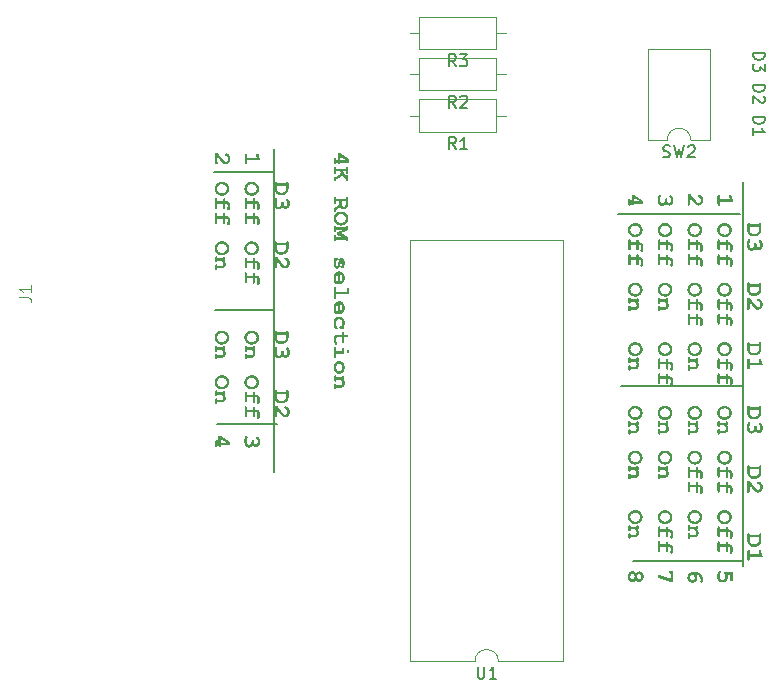
<source format=gbr>
G04 #@! TF.GenerationSoftware,KiCad,Pcbnew,7.0.8*
G04 #@! TF.CreationDate,2024-03-04T19:11:00+02:00*
G04 #@! TF.ProjectId,radofin,7261646f-6669-46e2-9e6b-696361645f70,rev?*
G04 #@! TF.SameCoordinates,Original*
G04 #@! TF.FileFunction,Legend,Top*
G04 #@! TF.FilePolarity,Positive*
%FSLAX46Y46*%
G04 Gerber Fmt 4.6, Leading zero omitted, Abs format (unit mm)*
G04 Created by KiCad (PCBNEW 7.0.8) date 2024-03-04 19:11:00*
%MOMM*%
%LPD*%
G01*
G04 APERTURE LIST*
%ADD10C,0.150000*%
%ADD11C,0.300000*%
%ADD12C,0.100000*%
%ADD13C,0.120000*%
G04 APERTURE END LIST*
D10*
X104551865Y-90620012D02*
X109617301Y-90620012D01*
X104369373Y-80987157D02*
X109342710Y-80987157D01*
X104277274Y-69290605D02*
X109342710Y-69290605D01*
X109342710Y-67356530D02*
X109342710Y-94709882D01*
D11*
G36*
X115717678Y-68204213D02*
G01*
X115717678Y-68483383D01*
X114943916Y-68483383D01*
X114943458Y-68499594D01*
X114942085Y-68514707D01*
X114939079Y-68532052D01*
X114934643Y-68547680D01*
X114928775Y-68561590D01*
X114919845Y-68576016D01*
X114914607Y-68582301D01*
X114903110Y-68593258D01*
X114890324Y-68601947D01*
X114876251Y-68608370D01*
X114860889Y-68612526D01*
X114844240Y-68614415D01*
X114838403Y-68614541D01*
X114821312Y-68613395D01*
X114805482Y-68609956D01*
X114790915Y-68604224D01*
X114777610Y-68596200D01*
X114765567Y-68585883D01*
X114761833Y-68581935D01*
X114751997Y-68568535D01*
X114744196Y-68552792D01*
X114739250Y-68537881D01*
X114735717Y-68521343D01*
X114733597Y-68503177D01*
X114732919Y-68487472D01*
X114732891Y-68483383D01*
X114639101Y-68483383D01*
X114638643Y-68499594D01*
X114637269Y-68514707D01*
X114634264Y-68532052D01*
X114629828Y-68547680D01*
X114623960Y-68561590D01*
X114615030Y-68576016D01*
X114609792Y-68582301D01*
X114598295Y-68593258D01*
X114585509Y-68601947D01*
X114571436Y-68608370D01*
X114556074Y-68612526D01*
X114539424Y-68614415D01*
X114533588Y-68614541D01*
X114516497Y-68613395D01*
X114500667Y-68609956D01*
X114486100Y-68604224D01*
X114472795Y-68596200D01*
X114460752Y-68585883D01*
X114457018Y-68581935D01*
X114447182Y-68568175D01*
X114440540Y-68554366D01*
X114435311Y-68538429D01*
X114431495Y-68520363D01*
X114429460Y-68504378D01*
X114428330Y-68487030D01*
X114428076Y-68473125D01*
X114428076Y-68189925D01*
X114428528Y-68171555D01*
X114429884Y-68154548D01*
X114432146Y-68138903D01*
X114436244Y-68121263D01*
X114441755Y-68105751D01*
X114448680Y-68092369D01*
X114457018Y-68081115D01*
X114468640Y-68070158D01*
X114481525Y-68061469D01*
X114495671Y-68055046D01*
X114511080Y-68050890D01*
X114527751Y-68049001D01*
X114533588Y-68048875D01*
X114550667Y-68050008D01*
X114566458Y-68053409D01*
X114580961Y-68059076D01*
X114594176Y-68067010D01*
X114606103Y-68077211D01*
X114609792Y-68081115D01*
X114619753Y-68094875D01*
X114626479Y-68108683D01*
X114631774Y-68124621D01*
X114635638Y-68142687D01*
X114637699Y-68158672D01*
X114638844Y-68176020D01*
X114639101Y-68189925D01*
X114639101Y-68272357D01*
X114732891Y-68272357D01*
X114732891Y-67966443D01*
X114943916Y-67966443D01*
X114943916Y-68272357D01*
X115438508Y-68272357D01*
X114943916Y-67966443D01*
X114732891Y-67966443D01*
X114732891Y-67698264D01*
X114908745Y-67698264D01*
X115717678Y-68204213D01*
G37*
G36*
X114908379Y-69214279D02*
G01*
X114639101Y-69214279D01*
X114639101Y-69290483D01*
X114638643Y-69308847D01*
X114637269Y-69325837D01*
X114634980Y-69341454D01*
X114630830Y-69359042D01*
X114625248Y-69374484D01*
X114618236Y-69387779D01*
X114609792Y-69398927D01*
X114598295Y-69410008D01*
X114585509Y-69418797D01*
X114571436Y-69425292D01*
X114556074Y-69429496D01*
X114539424Y-69431406D01*
X114533588Y-69431534D01*
X114516497Y-69430387D01*
X114500667Y-69426948D01*
X114486100Y-69421217D01*
X114472795Y-69413192D01*
X114460752Y-69402876D01*
X114457018Y-69398927D01*
X114447182Y-69385291D01*
X114440540Y-69371567D01*
X114435311Y-69355696D01*
X114431495Y-69337678D01*
X114429460Y-69321719D01*
X114428330Y-69304385D01*
X114428076Y-69290483D01*
X114428076Y-68969915D01*
X114428528Y-68951545D01*
X114429884Y-68934537D01*
X114432146Y-68918893D01*
X114436244Y-68901252D01*
X114441755Y-68885741D01*
X114448680Y-68872358D01*
X114457018Y-68861104D01*
X114468640Y-68850148D01*
X114481525Y-68841458D01*
X114495671Y-68835035D01*
X114511080Y-68830879D01*
X114527751Y-68828990D01*
X114533588Y-68828864D01*
X114550667Y-68830023D01*
X114566458Y-68833501D01*
X114580961Y-68839297D01*
X114594176Y-68847411D01*
X114606103Y-68857844D01*
X114609792Y-68861837D01*
X114619753Y-68875683D01*
X114626479Y-68889484D01*
X114631774Y-68905343D01*
X114635638Y-68923259D01*
X114637699Y-68939072D01*
X114638844Y-68956203D01*
X114639101Y-68969915D01*
X114639101Y-69002887D01*
X115412863Y-69002887D01*
X115412863Y-68969915D01*
X115413315Y-68951545D01*
X115414672Y-68934537D01*
X115416933Y-68918893D01*
X115421031Y-68901252D01*
X115426543Y-68885741D01*
X115433467Y-68872358D01*
X115441805Y-68861104D01*
X115453427Y-68850148D01*
X115466312Y-68841458D01*
X115480458Y-68835035D01*
X115495867Y-68830879D01*
X115512538Y-68828990D01*
X115518376Y-68828864D01*
X115535454Y-68829998D01*
X115551245Y-68833398D01*
X115565748Y-68839065D01*
X115578963Y-68846999D01*
X115590890Y-68857200D01*
X115594579Y-68861104D01*
X115604540Y-68874864D01*
X115611266Y-68888673D01*
X115616561Y-68904610D01*
X115620425Y-68922676D01*
X115622486Y-68938662D01*
X115623631Y-68956009D01*
X115623888Y-68969915D01*
X115623888Y-69290483D01*
X115623431Y-69308847D01*
X115622057Y-69325837D01*
X115619767Y-69341454D01*
X115615617Y-69359042D01*
X115610035Y-69374484D01*
X115603023Y-69387779D01*
X115594579Y-69398927D01*
X115583082Y-69410008D01*
X115570296Y-69418797D01*
X115556223Y-69425292D01*
X115540861Y-69429496D01*
X115524212Y-69431406D01*
X115518376Y-69431534D01*
X115501284Y-69430387D01*
X115485454Y-69426948D01*
X115470887Y-69421217D01*
X115457582Y-69413192D01*
X115445539Y-69402876D01*
X115441805Y-69398927D01*
X115431969Y-69385291D01*
X115425327Y-69371567D01*
X115420098Y-69355696D01*
X115416283Y-69337678D01*
X115414248Y-69321719D01*
X115413117Y-69304385D01*
X115412863Y-69290483D01*
X115412863Y-69214279D01*
X115154942Y-69214279D01*
X115412863Y-69589437D01*
X115414305Y-69574232D01*
X115419377Y-69560193D01*
X115429294Y-69548401D01*
X115435944Y-69544007D01*
X115451016Y-69537986D01*
X115465344Y-69534665D01*
X115481951Y-69532536D01*
X115498000Y-69531660D01*
X115506652Y-69531551D01*
X115523937Y-69532684D01*
X115540346Y-69536085D01*
X115555879Y-69541752D01*
X115570537Y-69549686D01*
X115584318Y-69559887D01*
X115588718Y-69563791D01*
X115598850Y-69575045D01*
X115607265Y-69588428D01*
X115613962Y-69603939D01*
X115618943Y-69621579D01*
X115621690Y-69637224D01*
X115623339Y-69654231D01*
X115623888Y-69672601D01*
X115623888Y-69888023D01*
X115623431Y-69906393D01*
X115622057Y-69923400D01*
X115619767Y-69939045D01*
X115615617Y-69956686D01*
X115610035Y-69972197D01*
X115603023Y-69985580D01*
X115594579Y-69996834D01*
X115583082Y-70007915D01*
X115570296Y-70016703D01*
X115556223Y-70023199D01*
X115540861Y-70027402D01*
X115524212Y-70029313D01*
X115518376Y-70029440D01*
X115501284Y-70028294D01*
X115485454Y-70024855D01*
X115470887Y-70019123D01*
X115457582Y-70011099D01*
X115445539Y-70000782D01*
X115441805Y-69996834D01*
X115431969Y-69983331D01*
X115425327Y-69970131D01*
X115420098Y-69955160D01*
X115416283Y-69938417D01*
X115414248Y-69923749D01*
X115413117Y-69907946D01*
X115412863Y-69895351D01*
X115139555Y-69516164D01*
X115131608Y-69529393D01*
X115123154Y-69542519D01*
X115114194Y-69555542D01*
X115104727Y-69568462D01*
X115094754Y-69581279D01*
X115084274Y-69593993D01*
X115073287Y-69606604D01*
X115061794Y-69619112D01*
X115049794Y-69631517D01*
X115037288Y-69643819D01*
X115024275Y-69656017D01*
X115010755Y-69668113D01*
X114996729Y-69680106D01*
X114982196Y-69691996D01*
X114967156Y-69703782D01*
X114951610Y-69715466D01*
X114935620Y-69727061D01*
X114919158Y-69738490D01*
X114902224Y-69749752D01*
X114884817Y-69760849D01*
X114866938Y-69771780D01*
X114848587Y-69782545D01*
X114829764Y-69793144D01*
X114810468Y-69803576D01*
X114790700Y-69813843D01*
X114770460Y-69823944D01*
X114749748Y-69833879D01*
X114728563Y-69843648D01*
X114706906Y-69853250D01*
X114684777Y-69862687D01*
X114662175Y-69871958D01*
X114639101Y-69881062D01*
X114639101Y-69937483D01*
X114638643Y-69955675D01*
X114637269Y-69972516D01*
X114634980Y-69988006D01*
X114630830Y-70005470D01*
X114625248Y-70020822D01*
X114618236Y-70034063D01*
X114609792Y-70045194D01*
X114598295Y-70056275D01*
X114585509Y-70065063D01*
X114571436Y-70071559D01*
X114556074Y-70075762D01*
X114539424Y-70077673D01*
X114533588Y-70077800D01*
X114516497Y-70076667D01*
X114500667Y-70073266D01*
X114486100Y-70067599D01*
X114472795Y-70059665D01*
X114460752Y-70049464D01*
X114457018Y-70045560D01*
X114447182Y-70032049D01*
X114440540Y-70018409D01*
X114435311Y-70002604D01*
X114431495Y-69984634D01*
X114429460Y-69968700D01*
X114428330Y-69951381D01*
X114428076Y-69937483D01*
X114428076Y-69745874D01*
X114448535Y-69737582D01*
X114468879Y-69729193D01*
X114489109Y-69720707D01*
X114509225Y-69712123D01*
X114529226Y-69703442D01*
X114549113Y-69694663D01*
X114568885Y-69685787D01*
X114588543Y-69676814D01*
X114608086Y-69667744D01*
X114627515Y-69658576D01*
X114646829Y-69649311D01*
X114666029Y-69639949D01*
X114685114Y-69630489D01*
X114704085Y-69620932D01*
X114722941Y-69611278D01*
X114741683Y-69601527D01*
X114756584Y-69593584D01*
X114770970Y-69585693D01*
X114784840Y-69577853D01*
X114798195Y-69570065D01*
X114811035Y-69562328D01*
X114829329Y-69550820D01*
X114846463Y-69539428D01*
X114862439Y-69528151D01*
X114877255Y-69516991D01*
X114890912Y-69505946D01*
X114903410Y-69495018D01*
X114914749Y-69484205D01*
X114918271Y-69480626D01*
X114928450Y-69469714D01*
X114938243Y-69458408D01*
X114947650Y-69446710D01*
X114956670Y-69434619D01*
X114965304Y-69422135D01*
X114973552Y-69409258D01*
X114981413Y-69395989D01*
X114988888Y-69382326D01*
X114995976Y-69368271D01*
X115002678Y-69353823D01*
X115006931Y-69343972D01*
X114908379Y-69214279D01*
G37*
G36*
X115535454Y-71352782D02*
G01*
X115551245Y-71356182D01*
X115565748Y-71361850D01*
X115578963Y-71369784D01*
X115590890Y-71379985D01*
X115594579Y-71383889D01*
X115604540Y-71397649D01*
X115611266Y-71411457D01*
X115616561Y-71427394D01*
X115620425Y-71445460D01*
X115622486Y-71461446D01*
X115623631Y-71478794D01*
X115623888Y-71492699D01*
X115623888Y-71970804D01*
X115623469Y-71998347D01*
X115622211Y-72025106D01*
X115620115Y-72051081D01*
X115617179Y-72076271D01*
X115613406Y-72100678D01*
X115608793Y-72124299D01*
X115603342Y-72147137D01*
X115597052Y-72169191D01*
X115589924Y-72190460D01*
X115581957Y-72210945D01*
X115573151Y-72230645D01*
X115563507Y-72249562D01*
X115553024Y-72267694D01*
X115541703Y-72285042D01*
X115529543Y-72301605D01*
X115516544Y-72317385D01*
X115502942Y-72332291D01*
X115488975Y-72346236D01*
X115474641Y-72359219D01*
X115459940Y-72371240D01*
X115444874Y-72382300D01*
X115429441Y-72392398D01*
X115413641Y-72401534D01*
X115397475Y-72409709D01*
X115380943Y-72416921D01*
X115364045Y-72423173D01*
X115346780Y-72428462D01*
X115329148Y-72432790D01*
X115311151Y-72436156D01*
X115292787Y-72438560D01*
X115274056Y-72440002D01*
X115254960Y-72440483D01*
X115237179Y-72439974D01*
X115219694Y-72438448D01*
X115202506Y-72435904D01*
X115185614Y-72432343D01*
X115169018Y-72427764D01*
X115152718Y-72422168D01*
X115136715Y-72415554D01*
X115121008Y-72407923D01*
X115105597Y-72399274D01*
X115090482Y-72389607D01*
X115080570Y-72382598D01*
X115066024Y-72371298D01*
X115051788Y-72358967D01*
X115037860Y-72345606D01*
X115024242Y-72331215D01*
X115010932Y-72315793D01*
X114997932Y-72299341D01*
X114985241Y-72281859D01*
X114976952Y-72269632D01*
X114968801Y-72256946D01*
X114960786Y-72243803D01*
X114952909Y-72230202D01*
X114945170Y-72216142D01*
X114941352Y-72208941D01*
X114931127Y-72221592D01*
X114920375Y-72234405D01*
X114909094Y-72247378D01*
X114897285Y-72260513D01*
X114884948Y-72273808D01*
X114872083Y-72287264D01*
X114858690Y-72300882D01*
X114844769Y-72314660D01*
X114830320Y-72328599D01*
X114815343Y-72342700D01*
X114805064Y-72352189D01*
X114790851Y-72364520D01*
X114778966Y-72374444D01*
X114766031Y-72384948D01*
X114752046Y-72396031D01*
X114737012Y-72407694D01*
X114720928Y-72419936D01*
X114703795Y-72432758D01*
X114691789Y-72441628D01*
X114679317Y-72450756D01*
X114666378Y-72460141D01*
X114652973Y-72469784D01*
X114639101Y-72479684D01*
X114638792Y-72498976D01*
X114637865Y-72516550D01*
X114636319Y-72532406D01*
X114633518Y-72549812D01*
X114629750Y-72564535D01*
X114623954Y-72578660D01*
X114619318Y-72585930D01*
X114607082Y-72599334D01*
X114594416Y-72610466D01*
X114581322Y-72619327D01*
X114567798Y-72625915D01*
X114551002Y-72630822D01*
X114533588Y-72632458D01*
X114516497Y-72631325D01*
X114500667Y-72627924D01*
X114486100Y-72622257D01*
X114472795Y-72614323D01*
X114460752Y-72604122D01*
X114457018Y-72600218D01*
X114447182Y-72586707D01*
X114440540Y-72573067D01*
X114435311Y-72557262D01*
X114431495Y-72539292D01*
X114429460Y-72523359D01*
X114428330Y-72506039D01*
X114428076Y-72492141D01*
X114428076Y-72371607D01*
X114450937Y-72355641D01*
X114473221Y-72339848D01*
X114494929Y-72324226D01*
X114516060Y-72308775D01*
X114536614Y-72293497D01*
X114556592Y-72278390D01*
X114575993Y-72263455D01*
X114594817Y-72248692D01*
X114613064Y-72234100D01*
X114630735Y-72219680D01*
X114647829Y-72205432D01*
X114664346Y-72191356D01*
X114680287Y-72177451D01*
X114695650Y-72163718D01*
X114710437Y-72150157D01*
X114724647Y-72136767D01*
X114738281Y-72123550D01*
X114751338Y-72110504D01*
X114763818Y-72097629D01*
X114775721Y-72084927D01*
X114787047Y-72072396D01*
X114797797Y-72060037D01*
X114807970Y-72047850D01*
X114817567Y-72035834D01*
X114826586Y-72023990D01*
X114842895Y-72000818D01*
X114856897Y-71978332D01*
X114868592Y-71956533D01*
X114873574Y-71945891D01*
X114873574Y-71736697D01*
X115084600Y-71736697D01*
X115084600Y-71901561D01*
X115084829Y-71918630D01*
X115085515Y-71935350D01*
X115086658Y-71951723D01*
X115088258Y-71967747D01*
X115090316Y-71983425D01*
X115092831Y-71998754D01*
X115095803Y-72013735D01*
X115099232Y-72028369D01*
X115103118Y-72042655D01*
X115109012Y-72061162D01*
X115110612Y-72065693D01*
X115117236Y-72083271D01*
X115123917Y-72099734D01*
X115130657Y-72115084D01*
X115137454Y-72129320D01*
X115144309Y-72142441D01*
X115153540Y-72158204D01*
X115162874Y-72171985D01*
X115172311Y-72183786D01*
X115184251Y-72195752D01*
X115196360Y-72205462D01*
X115210820Y-72214942D01*
X115225203Y-72222051D01*
X115239508Y-72226791D01*
X115256100Y-72229326D01*
X115260821Y-72229457D01*
X115278142Y-72227892D01*
X115295068Y-72223196D01*
X115311601Y-72215370D01*
X115324544Y-72206855D01*
X115337235Y-72196336D01*
X115349674Y-72183814D01*
X115361861Y-72169288D01*
X115364869Y-72165344D01*
X115373446Y-72152873D01*
X115381179Y-72139365D01*
X115388069Y-72124820D01*
X115394115Y-72109238D01*
X115399318Y-72092620D01*
X115403676Y-72074965D01*
X115407192Y-72056273D01*
X115409863Y-72036544D01*
X115411691Y-72015778D01*
X115412675Y-71993975D01*
X115412863Y-71978864D01*
X115412863Y-71736697D01*
X115084600Y-71736697D01*
X114873574Y-71736697D01*
X114639101Y-71736697D01*
X114639101Y-71813268D01*
X114638643Y-71831632D01*
X114637269Y-71848622D01*
X114634980Y-71864238D01*
X114630830Y-71881826D01*
X114625248Y-71897268D01*
X114618236Y-71910563D01*
X114609792Y-71921711D01*
X114598295Y-71932793D01*
X114585509Y-71941581D01*
X114571436Y-71948077D01*
X114556074Y-71952280D01*
X114539424Y-71954191D01*
X114533588Y-71954318D01*
X114516497Y-71953172D01*
X114500667Y-71949733D01*
X114486100Y-71944001D01*
X114472795Y-71935977D01*
X114460752Y-71925660D01*
X114457018Y-71921711D01*
X114447182Y-71908076D01*
X114440540Y-71894351D01*
X114435311Y-71878480D01*
X114431495Y-71860463D01*
X114429460Y-71844503D01*
X114428330Y-71827169D01*
X114428076Y-71813268D01*
X114428076Y-71492699D01*
X114428528Y-71474329D01*
X114429884Y-71457322D01*
X114432146Y-71441677D01*
X114436244Y-71424037D01*
X114441755Y-71408525D01*
X114448680Y-71395143D01*
X114457018Y-71383889D01*
X114468640Y-71372932D01*
X114481525Y-71364242D01*
X114495671Y-71357820D01*
X114511080Y-71353664D01*
X114527751Y-71351775D01*
X114533588Y-71351649D01*
X114550667Y-71352808D01*
X114566458Y-71356285D01*
X114580961Y-71362081D01*
X114594176Y-71370196D01*
X114606103Y-71380629D01*
X114609792Y-71384621D01*
X114619753Y-71398467D01*
X114626479Y-71412269D01*
X114631774Y-71428127D01*
X114635638Y-71446043D01*
X114637699Y-71461857D01*
X114638844Y-71478987D01*
X114639101Y-71492699D01*
X114639101Y-71525672D01*
X115412863Y-71525672D01*
X115412863Y-71492699D01*
X115413315Y-71474329D01*
X115414672Y-71457322D01*
X115416933Y-71441677D01*
X115421031Y-71424037D01*
X115426543Y-71408525D01*
X115433467Y-71395143D01*
X115441805Y-71383889D01*
X115453427Y-71372932D01*
X115466312Y-71364242D01*
X115480458Y-71357820D01*
X115495867Y-71353664D01*
X115512538Y-71351775D01*
X115518376Y-71351649D01*
X115535454Y-71352782D01*
G37*
G36*
X115043692Y-72624237D02*
G01*
X115061558Y-72624853D01*
X115079215Y-72625880D01*
X115096662Y-72627318D01*
X115113899Y-72629166D01*
X115130927Y-72631425D01*
X115147745Y-72634095D01*
X115164353Y-72637175D01*
X115180752Y-72640666D01*
X115196941Y-72644568D01*
X115212920Y-72648881D01*
X115228690Y-72653604D01*
X115244250Y-72658738D01*
X115259601Y-72664283D01*
X115274742Y-72670239D01*
X115289673Y-72676605D01*
X115304394Y-72683382D01*
X115318906Y-72690570D01*
X115333208Y-72698168D01*
X115347301Y-72706177D01*
X115361183Y-72714597D01*
X115374857Y-72723428D01*
X115388320Y-72732669D01*
X115401574Y-72742322D01*
X115414618Y-72752384D01*
X115427453Y-72762858D01*
X115440078Y-72773742D01*
X115452493Y-72785037D01*
X115464699Y-72796743D01*
X115476694Y-72808860D01*
X115488481Y-72821387D01*
X115500057Y-72834325D01*
X115517892Y-72855736D01*
X115534576Y-72877470D01*
X115550109Y-72899528D01*
X115564492Y-72921909D01*
X115577724Y-72944613D01*
X115589805Y-72967641D01*
X115600736Y-72990993D01*
X115610516Y-73014668D01*
X115619146Y-73038666D01*
X115626625Y-73062988D01*
X115632953Y-73087633D01*
X115638131Y-73112601D01*
X115642158Y-73137893D01*
X115645035Y-73163509D01*
X115646760Y-73189448D01*
X115647336Y-73215710D01*
X115646643Y-73244846D01*
X115644565Y-73273544D01*
X115641102Y-73301804D01*
X115636253Y-73329626D01*
X115630019Y-73357011D01*
X115622400Y-73383957D01*
X115613396Y-73410466D01*
X115603006Y-73436536D01*
X115591231Y-73462169D01*
X115578070Y-73487363D01*
X115563524Y-73512120D01*
X115547593Y-73536439D01*
X115539108Y-73548434D01*
X115530277Y-73560320D01*
X115521099Y-73572096D01*
X115511575Y-73583763D01*
X115501705Y-73595320D01*
X115491488Y-73606768D01*
X115480925Y-73618106D01*
X115470015Y-73629335D01*
X115458867Y-73640335D01*
X115447543Y-73650985D01*
X115436041Y-73661286D01*
X115424363Y-73671238D01*
X115412508Y-73680841D01*
X115400476Y-73690095D01*
X115388268Y-73698999D01*
X115375883Y-73707554D01*
X115363321Y-73715760D01*
X115350582Y-73723617D01*
X115337667Y-73731124D01*
X115324575Y-73738283D01*
X115311306Y-73745092D01*
X115297860Y-73751552D01*
X115284238Y-73757663D01*
X115270439Y-73763425D01*
X115256463Y-73768837D01*
X115242310Y-73773900D01*
X115227981Y-73778614D01*
X115213475Y-73782979D01*
X115198792Y-73786995D01*
X115183932Y-73790662D01*
X115168896Y-73793979D01*
X115153683Y-73796947D01*
X115138293Y-73799566D01*
X115122726Y-73801836D01*
X115106983Y-73803756D01*
X115091063Y-73805328D01*
X115074966Y-73806550D01*
X115058693Y-73807423D01*
X115042243Y-73807946D01*
X115025616Y-73808121D01*
X115009033Y-73807946D01*
X114992626Y-73807423D01*
X114976393Y-73806550D01*
X114960334Y-73805328D01*
X114944450Y-73803756D01*
X114928741Y-73801836D01*
X114913206Y-73799566D01*
X114897846Y-73796947D01*
X114882661Y-73793979D01*
X114867650Y-73790662D01*
X114852813Y-73786995D01*
X114838152Y-73782979D01*
X114823664Y-73778614D01*
X114809352Y-73773900D01*
X114795214Y-73768837D01*
X114781251Y-73763425D01*
X114767462Y-73757663D01*
X114753848Y-73751552D01*
X114740408Y-73745092D01*
X114727143Y-73738283D01*
X114714053Y-73731124D01*
X114701137Y-73723617D01*
X114688396Y-73715760D01*
X114675829Y-73707554D01*
X114663437Y-73698999D01*
X114651220Y-73690095D01*
X114639177Y-73680841D01*
X114627309Y-73671238D01*
X114615615Y-73661286D01*
X114604096Y-73650985D01*
X114592752Y-73640335D01*
X114581582Y-73629335D01*
X114570695Y-73618106D01*
X114560154Y-73606768D01*
X114549959Y-73595320D01*
X114540109Y-73583763D01*
X114530604Y-73572096D01*
X114521445Y-73560320D01*
X114512632Y-73548434D01*
X114504165Y-73536439D01*
X114488267Y-73512120D01*
X114473751Y-73487363D01*
X114460618Y-73462169D01*
X114448867Y-73436536D01*
X114438498Y-73410466D01*
X114429512Y-73383957D01*
X114421909Y-73357011D01*
X114415688Y-73329626D01*
X114410849Y-73301804D01*
X114407393Y-73273544D01*
X114405319Y-73244846D01*
X114404628Y-73215710D01*
X114615654Y-73215710D01*
X114616106Y-73234131D01*
X114617463Y-73252301D01*
X114619724Y-73270218D01*
X114622890Y-73287884D01*
X114626960Y-73305298D01*
X114631934Y-73322459D01*
X114637813Y-73339369D01*
X114644597Y-73356028D01*
X114652285Y-73372434D01*
X114660877Y-73388588D01*
X114670374Y-73404491D01*
X114680775Y-73420141D01*
X114692081Y-73435540D01*
X114704291Y-73450687D01*
X114717406Y-73465582D01*
X114731425Y-73480225D01*
X114746184Y-73494333D01*
X114761427Y-73507531D01*
X114777153Y-73519818D01*
X114793364Y-73531195D01*
X114810057Y-73541663D01*
X114827235Y-73551220D01*
X114844896Y-73559866D01*
X114863041Y-73567603D01*
X114881670Y-73574429D01*
X114900783Y-73580346D01*
X114920379Y-73585352D01*
X114940459Y-73589447D01*
X114961022Y-73592633D01*
X114982070Y-73594909D01*
X115003601Y-73596274D01*
X115025616Y-73596729D01*
X115047587Y-73596274D01*
X115069081Y-73594909D01*
X115090097Y-73592633D01*
X115110635Y-73589447D01*
X115130695Y-73585352D01*
X115150277Y-73580346D01*
X115169381Y-73574429D01*
X115188007Y-73567603D01*
X115206155Y-73559866D01*
X115223824Y-73551220D01*
X115241016Y-73541663D01*
X115257730Y-73531195D01*
X115273966Y-73519818D01*
X115289724Y-73507531D01*
X115305004Y-73494333D01*
X115319806Y-73480225D01*
X115333914Y-73465582D01*
X115347112Y-73450687D01*
X115359399Y-73435540D01*
X115370777Y-73420141D01*
X115381244Y-73404491D01*
X115390801Y-73388588D01*
X115399447Y-73372434D01*
X115407184Y-73356028D01*
X115414010Y-73339369D01*
X115419927Y-73322459D01*
X115424933Y-73305298D01*
X115429028Y-73287884D01*
X115432214Y-73270218D01*
X115434490Y-73252301D01*
X115435855Y-73234131D01*
X115436310Y-73215710D01*
X115435852Y-73197376D01*
X115434478Y-73179285D01*
X115432188Y-73161438D01*
X115428983Y-73143834D01*
X115424861Y-73126473D01*
X115419824Y-73109356D01*
X115413870Y-73092481D01*
X115407001Y-73075850D01*
X115399216Y-73059463D01*
X115390514Y-73043318D01*
X115380897Y-73027417D01*
X115370364Y-73011760D01*
X115358916Y-72996345D01*
X115346551Y-72981174D01*
X115333270Y-72966246D01*
X115319073Y-72951561D01*
X115304231Y-72937498D01*
X115288923Y-72924342D01*
X115273148Y-72912093D01*
X115256906Y-72900751D01*
X115240198Y-72890317D01*
X115223023Y-72880790D01*
X115205382Y-72872171D01*
X115187274Y-72864458D01*
X115168699Y-72857653D01*
X115149659Y-72851756D01*
X115130151Y-72846765D01*
X115110177Y-72842683D01*
X115089737Y-72839507D01*
X115068829Y-72837239D01*
X115047456Y-72835878D01*
X115025616Y-72835424D01*
X115003733Y-72835878D01*
X114982322Y-72837239D01*
X114961383Y-72839507D01*
X114940917Y-72842683D01*
X114920923Y-72846765D01*
X114901401Y-72851756D01*
X114882351Y-72857653D01*
X114863774Y-72864458D01*
X114845669Y-72872171D01*
X114828037Y-72880790D01*
X114810876Y-72890317D01*
X114794188Y-72900751D01*
X114777972Y-72912093D01*
X114762228Y-72924342D01*
X114746957Y-72937498D01*
X114732158Y-72951561D01*
X114718050Y-72966246D01*
X114704852Y-72981174D01*
X114692565Y-72996345D01*
X114681187Y-73011760D01*
X114670720Y-73027417D01*
X114661163Y-73043318D01*
X114652517Y-73059463D01*
X114644780Y-73075850D01*
X114637954Y-73092481D01*
X114632037Y-73109356D01*
X114627031Y-73126473D01*
X114622935Y-73143834D01*
X114619750Y-73161438D01*
X114617474Y-73179285D01*
X114616109Y-73197376D01*
X114615654Y-73215710D01*
X114404628Y-73215710D01*
X114405203Y-73189448D01*
X114406929Y-73163509D01*
X114409806Y-73137893D01*
X114413833Y-73112601D01*
X114419011Y-73087633D01*
X114425339Y-73062988D01*
X114432818Y-73038666D01*
X114441448Y-73014668D01*
X114451228Y-72990993D01*
X114462159Y-72967641D01*
X114474240Y-72944613D01*
X114487472Y-72921909D01*
X114501855Y-72899528D01*
X114517388Y-72877470D01*
X114534072Y-72855736D01*
X114551907Y-72834325D01*
X114563438Y-72821387D01*
X114575181Y-72808860D01*
X114587134Y-72796743D01*
X114599299Y-72785037D01*
X114611675Y-72773742D01*
X114624262Y-72762858D01*
X114637060Y-72752384D01*
X114650069Y-72742322D01*
X114663290Y-72732669D01*
X114676721Y-72723428D01*
X114690363Y-72714597D01*
X114704217Y-72706177D01*
X114718281Y-72698168D01*
X114732557Y-72690570D01*
X114747044Y-72683382D01*
X114761742Y-72676605D01*
X114776651Y-72670239D01*
X114791771Y-72664283D01*
X114807102Y-72658738D01*
X114822644Y-72653604D01*
X114838397Y-72648881D01*
X114854362Y-72644568D01*
X114870537Y-72640666D01*
X114886924Y-72637175D01*
X114903522Y-72634095D01*
X114920330Y-72631425D01*
X114937350Y-72629166D01*
X114954581Y-72627318D01*
X114972023Y-72625880D01*
X114989676Y-72624853D01*
X115007540Y-72624237D01*
X115025616Y-72624032D01*
X115043692Y-72624237D01*
G37*
G36*
X115232611Y-74145176D02*
G01*
X114639101Y-74145176D01*
X114639101Y-74221380D01*
X114638643Y-74239744D01*
X114637269Y-74256734D01*
X114634980Y-74272350D01*
X114630830Y-74289939D01*
X114625248Y-74305380D01*
X114618236Y-74318675D01*
X114609792Y-74329824D01*
X114598295Y-74340905D01*
X114585509Y-74349693D01*
X114571436Y-74356189D01*
X114556074Y-74360392D01*
X114539424Y-74362303D01*
X114533588Y-74362430D01*
X114516497Y-74361284D01*
X114500667Y-74357845D01*
X114486100Y-74352113D01*
X114472795Y-74344089D01*
X114460752Y-74333772D01*
X114457018Y-74329824D01*
X114447182Y-74316188D01*
X114440540Y-74302464D01*
X114435311Y-74286593D01*
X114431495Y-74268575D01*
X114429460Y-74252615D01*
X114428330Y-74235282D01*
X114428076Y-74221380D01*
X114428076Y-73944042D01*
X114428528Y-73925678D01*
X114429884Y-73908688D01*
X114432146Y-73893072D01*
X114436244Y-73875483D01*
X114441755Y-73860042D01*
X114448680Y-73846747D01*
X114457018Y-73835598D01*
X114468640Y-73824517D01*
X114481525Y-73815729D01*
X114495671Y-73809233D01*
X114511080Y-73805030D01*
X114527751Y-73803119D01*
X114533588Y-73802992D01*
X114550667Y-73804125D01*
X114566458Y-73807526D01*
X114580961Y-73813193D01*
X114594176Y-73821127D01*
X114606103Y-73831328D01*
X114609792Y-73835232D01*
X114619753Y-73848408D01*
X114627652Y-73864032D01*
X114632661Y-73878921D01*
X114636239Y-73895509D01*
X114638386Y-73913797D01*
X114639073Y-73929651D01*
X114639101Y-73933784D01*
X115412863Y-73933784D01*
X115413569Y-73917053D01*
X115415689Y-73901663D01*
X115420098Y-73884966D01*
X115426543Y-73870201D01*
X115435022Y-73857368D01*
X115441805Y-73849887D01*
X115453427Y-73840300D01*
X115466312Y-73832696D01*
X115480458Y-73827076D01*
X115495867Y-73823440D01*
X115512538Y-73821787D01*
X115518376Y-73821677D01*
X115535454Y-73822810D01*
X115551245Y-73826210D01*
X115565748Y-73831878D01*
X115578963Y-73839812D01*
X115590890Y-73850013D01*
X115594579Y-73853917D01*
X115604540Y-73867677D01*
X115611266Y-73881485D01*
X115616561Y-73897422D01*
X115620425Y-73915488D01*
X115622486Y-73931474D01*
X115623631Y-73948822D01*
X115623888Y-73962727D01*
X115623888Y-74194635D01*
X115014258Y-74482231D01*
X115623888Y-74764332D01*
X115623888Y-74998439D01*
X115623431Y-75016803D01*
X115622057Y-75033793D01*
X115619767Y-75049409D01*
X115615617Y-75066997D01*
X115610035Y-75082439D01*
X115603023Y-75095734D01*
X115594579Y-75106882D01*
X115583082Y-75117964D01*
X115570296Y-75126752D01*
X115556223Y-75133248D01*
X115540861Y-75137451D01*
X115524212Y-75139361D01*
X115518376Y-75139489D01*
X115501284Y-75138471D01*
X115485454Y-75135419D01*
X115470887Y-75130331D01*
X115457582Y-75123209D01*
X115445539Y-75114051D01*
X115441805Y-75110546D01*
X115431969Y-75098791D01*
X115424168Y-75085233D01*
X115418402Y-75069871D01*
X115414672Y-75052706D01*
X115413117Y-75037025D01*
X115412863Y-75027015D01*
X114639101Y-75027015D01*
X114638643Y-75043227D01*
X114637269Y-75058339D01*
X114634264Y-75075684D01*
X114629828Y-75091312D01*
X114623960Y-75105222D01*
X114615030Y-75119648D01*
X114609792Y-75125933D01*
X114598295Y-75136890D01*
X114585509Y-75145580D01*
X114571436Y-75152002D01*
X114556074Y-75156158D01*
X114539424Y-75158047D01*
X114533588Y-75158173D01*
X114516497Y-75157027D01*
X114500667Y-75153588D01*
X114486100Y-75147857D01*
X114472795Y-75139832D01*
X114460752Y-75129515D01*
X114457018Y-75125567D01*
X114447182Y-75111807D01*
X114440540Y-75097998D01*
X114435311Y-75082061D01*
X114431495Y-75063995D01*
X114429460Y-75048010D01*
X114428330Y-75030662D01*
X114428076Y-75016757D01*
X114428076Y-74738686D01*
X114428528Y-74720574D01*
X114429884Y-74703790D01*
X114432146Y-74688334D01*
X114436244Y-74670882D01*
X114441755Y-74655504D01*
X114448680Y-74642202D01*
X114457018Y-74630975D01*
X114468640Y-74619894D01*
X114481525Y-74611106D01*
X114495671Y-74604610D01*
X114511080Y-74600407D01*
X114527751Y-74598496D01*
X114533588Y-74598369D01*
X114550667Y-74599515D01*
X114566458Y-74602954D01*
X114580961Y-74608686D01*
X114594176Y-74616710D01*
X114606103Y-74627027D01*
X114609792Y-74630975D01*
X114619753Y-74644697D01*
X114626479Y-74658414D01*
X114631774Y-74674206D01*
X114635638Y-74692074D01*
X114637699Y-74707862D01*
X114638844Y-74724978D01*
X114639101Y-74738686D01*
X114639101Y-74815989D01*
X115232611Y-74815989D01*
X114711641Y-74573822D01*
X114711641Y-74390274D01*
X115232611Y-74145176D01*
G37*
G36*
X115071778Y-77224102D02*
G01*
X115078967Y-77211107D01*
X115085699Y-77197952D01*
X115091973Y-77184637D01*
X115097789Y-77171162D01*
X115104415Y-77154092D01*
X115110326Y-77136772D01*
X115114539Y-77122736D01*
X115116474Y-77115658D01*
X115120801Y-77097901D01*
X115123735Y-77083516D01*
X115126199Y-77068970D01*
X115128194Y-77054264D01*
X115129720Y-77039397D01*
X115130776Y-77024371D01*
X115131363Y-77009184D01*
X115131495Y-76997688D01*
X115131355Y-76982544D01*
X115130934Y-76967795D01*
X115129777Y-76946412D01*
X115127989Y-76925918D01*
X115125569Y-76906313D01*
X115122519Y-76887596D01*
X115118837Y-76869768D01*
X115114525Y-76852829D01*
X115109581Y-76836778D01*
X115104006Y-76821616D01*
X115097800Y-76807343D01*
X115095591Y-76802783D01*
X115087531Y-76788838D01*
X115076941Y-76777010D01*
X115063477Y-76771033D01*
X115061153Y-76770909D01*
X115046631Y-76776017D01*
X115034878Y-76787796D01*
X115025817Y-76801686D01*
X115019387Y-76814140D01*
X115013918Y-76829364D01*
X115009399Y-76846419D01*
X115005810Y-76862923D01*
X115002243Y-76881968D01*
X114999584Y-76897920D01*
X114996937Y-76915302D01*
X114994303Y-76934113D01*
X114991682Y-76954354D01*
X114990811Y-76961418D01*
X114987601Y-76987206D01*
X114984382Y-77011994D01*
X114981155Y-77035783D01*
X114977920Y-77058574D01*
X114974675Y-77080365D01*
X114971422Y-77101158D01*
X114968161Y-77120951D01*
X114964891Y-77139746D01*
X114961612Y-77157542D01*
X114958325Y-77174339D01*
X114955029Y-77190137D01*
X114951725Y-77204936D01*
X114946752Y-77225262D01*
X114941760Y-77243340D01*
X114938421Y-77254143D01*
X114931386Y-77273973D01*
X114923746Y-77292934D01*
X114915501Y-77311025D01*
X114906650Y-77328246D01*
X114897194Y-77344599D01*
X114887133Y-77360081D01*
X114876466Y-77374695D01*
X114865194Y-77388439D01*
X114853316Y-77401313D01*
X114840834Y-77413319D01*
X114832175Y-77420839D01*
X114818987Y-77431380D01*
X114805664Y-77440885D01*
X114792205Y-77449352D01*
X114778612Y-77456783D01*
X114764883Y-77463177D01*
X114751018Y-77468534D01*
X114732322Y-77474064D01*
X114713386Y-77477750D01*
X114694209Y-77479593D01*
X114684530Y-77479824D01*
X114664984Y-77478945D01*
X114646049Y-77476308D01*
X114627726Y-77471912D01*
X114610015Y-77465759D01*
X114592916Y-77457847D01*
X114576429Y-77448178D01*
X114560553Y-77436750D01*
X114545289Y-77423564D01*
X114530637Y-77408620D01*
X114516597Y-77391918D01*
X114507577Y-77379806D01*
X114495110Y-77361565D01*
X114483448Y-77342655D01*
X114472590Y-77323074D01*
X114462537Y-77302824D01*
X114453287Y-77281904D01*
X114444842Y-77260314D01*
X114437202Y-77238055D01*
X114430365Y-77215126D01*
X114424333Y-77191527D01*
X114419105Y-77167258D01*
X114414682Y-77142319D01*
X114411062Y-77116711D01*
X114408247Y-77090433D01*
X114406237Y-77063485D01*
X114405030Y-77035868D01*
X114404628Y-77007580D01*
X114404734Y-76990526D01*
X114405053Y-76973710D01*
X114405585Y-76957133D01*
X114406328Y-76940793D01*
X114407285Y-76924692D01*
X114408454Y-76908829D01*
X114409835Y-76893205D01*
X114411429Y-76877819D01*
X114413235Y-76862671D01*
X114415254Y-76847761D01*
X114416718Y-76837954D01*
X114419827Y-76818737D01*
X114423290Y-76799920D01*
X114427108Y-76781505D01*
X114431281Y-76763490D01*
X114435809Y-76745876D01*
X114440692Y-76728663D01*
X114445930Y-76711850D01*
X114451523Y-76695438D01*
X114443142Y-76682573D01*
X114436453Y-76668982D01*
X114433937Y-76662465D01*
X114430142Y-76648056D01*
X114428282Y-76633405D01*
X114428076Y-76626561D01*
X114428809Y-76611597D01*
X114431625Y-76594939D01*
X114436554Y-76579698D01*
X114443595Y-76565873D01*
X114452749Y-76553466D01*
X114458117Y-76547793D01*
X114470937Y-76537833D01*
X114486591Y-76529933D01*
X114501800Y-76524924D01*
X114518977Y-76521346D01*
X114534135Y-76519514D01*
X114550553Y-76518598D01*
X114559234Y-76518484D01*
X114625179Y-76518484D01*
X114642221Y-76518942D01*
X114657992Y-76520316D01*
X114672492Y-76522606D01*
X114688830Y-76526756D01*
X114703182Y-76532337D01*
X114717784Y-76540924D01*
X114725930Y-76547793D01*
X114736264Y-76559415D01*
X114744460Y-76572299D01*
X114750518Y-76586446D01*
X114754437Y-76601855D01*
X114756219Y-76618526D01*
X114756338Y-76624363D01*
X114755531Y-76640437D01*
X114753112Y-76655318D01*
X114748372Y-76670866D01*
X114741526Y-76684856D01*
X114739485Y-76688111D01*
X114729708Y-76700384D01*
X114716862Y-76711192D01*
X114703105Y-76719446D01*
X114689444Y-76725629D01*
X114681966Y-76728411D01*
X114674060Y-76740810D01*
X114666647Y-76753827D01*
X114659726Y-76767463D01*
X114653298Y-76781717D01*
X114647362Y-76796589D01*
X114641918Y-76812079D01*
X114636966Y-76828188D01*
X114632507Y-76844915D01*
X114628557Y-76862271D01*
X114625134Y-76880269D01*
X114622237Y-76898907D01*
X114619867Y-76918187D01*
X114618435Y-76933068D01*
X114617300Y-76948309D01*
X114616460Y-76963911D01*
X114615917Y-76979874D01*
X114615670Y-76996197D01*
X114615654Y-77001718D01*
X114615813Y-77019602D01*
X114616289Y-77036981D01*
X114617084Y-77053857D01*
X114618196Y-77070229D01*
X114619625Y-77086097D01*
X114621373Y-77101461D01*
X114623438Y-77116322D01*
X114627131Y-77137668D01*
X114631539Y-77157881D01*
X114636662Y-77176961D01*
X114642500Y-77194907D01*
X114649053Y-77211720D01*
X114656320Y-77227399D01*
X114663954Y-77240348D01*
X114673055Y-77252068D01*
X114685066Y-77261780D01*
X114698819Y-77265501D01*
X114714376Y-77262889D01*
X114728672Y-77255052D01*
X114739920Y-77244177D01*
X114748586Y-77232183D01*
X114756607Y-77217523D01*
X114759635Y-77210912D01*
X114765560Y-77195445D01*
X114771244Y-77176337D01*
X114775350Y-77159616D01*
X114779320Y-77140848D01*
X114783155Y-77120032D01*
X114785637Y-77105017D01*
X114788058Y-77089091D01*
X114790419Y-77072256D01*
X114792721Y-77054510D01*
X114794962Y-77035854D01*
X114797143Y-77016288D01*
X114799264Y-76995812D01*
X114800302Y-76985232D01*
X114801859Y-76969483D01*
X114803509Y-76954064D01*
X114805251Y-76938975D01*
X114807085Y-76924215D01*
X114811031Y-76895686D01*
X114815345Y-76868476D01*
X114820029Y-76842586D01*
X114825083Y-76818015D01*
X114830505Y-76794764D01*
X114836297Y-76772832D01*
X114842458Y-76752220D01*
X114848988Y-76732927D01*
X114855887Y-76714954D01*
X114863156Y-76698300D01*
X114870794Y-76682966D01*
X114878801Y-76668951D01*
X114887177Y-76656256D01*
X114895923Y-76644880D01*
X114909402Y-76629624D01*
X114923460Y-76615870D01*
X114938098Y-76603615D01*
X114953316Y-76592862D01*
X114969113Y-76583608D01*
X114985490Y-76575856D01*
X115002447Y-76569604D01*
X115019983Y-76564852D01*
X115038098Y-76561601D01*
X115056794Y-76559850D01*
X115069579Y-76559517D01*
X115089123Y-76560360D01*
X115108048Y-76562891D01*
X115126354Y-76567110D01*
X115144043Y-76573015D01*
X115161113Y-76580608D01*
X115177565Y-76589888D01*
X115193399Y-76600855D01*
X115208615Y-76613510D01*
X115223212Y-76627852D01*
X115237191Y-76643881D01*
X115246167Y-76655504D01*
X115257835Y-76672031D01*
X115268750Y-76689187D01*
X115278912Y-76706973D01*
X115288322Y-76725388D01*
X115296978Y-76744433D01*
X115304883Y-76764108D01*
X115312034Y-76784413D01*
X115318432Y-76805347D01*
X115324078Y-76826911D01*
X115328971Y-76849105D01*
X115333111Y-76871928D01*
X115336499Y-76895381D01*
X115339133Y-76919464D01*
X115341015Y-76944176D01*
X115342144Y-76969518D01*
X115342521Y-76995490D01*
X115342315Y-77013631D01*
X115341696Y-77031600D01*
X115340666Y-77049397D01*
X115339223Y-77067023D01*
X115337369Y-77084477D01*
X115335102Y-77101759D01*
X115332423Y-77118869D01*
X115329332Y-77135808D01*
X115325903Y-77152661D01*
X115322027Y-77169330D01*
X115317705Y-77185816D01*
X115312937Y-77202120D01*
X115307722Y-77218240D01*
X115302060Y-77234177D01*
X115295952Y-77249930D01*
X115289398Y-77265501D01*
X115298607Y-77278547D01*
X115306679Y-77292088D01*
X115311380Y-77301771D01*
X115316639Y-77316277D01*
X115319043Y-77331481D01*
X115319073Y-77333278D01*
X115317953Y-77348987D01*
X115314591Y-77363692D01*
X115308988Y-77377392D01*
X115301144Y-77390087D01*
X115291059Y-77401778D01*
X115287200Y-77405452D01*
X115273727Y-77415288D01*
X115260178Y-77421930D01*
X115244518Y-77427159D01*
X115226747Y-77430975D01*
X115211011Y-77433010D01*
X115193924Y-77434140D01*
X115180221Y-77434395D01*
X115129663Y-77434395D01*
X115113394Y-77434137D01*
X115098476Y-77433364D01*
X115081729Y-77431674D01*
X115067092Y-77429178D01*
X115052314Y-77425121D01*
X115038916Y-77418923D01*
X115037339Y-77417908D01*
X115023935Y-77407023D01*
X115012803Y-77394975D01*
X115003943Y-77381764D01*
X114997354Y-77367390D01*
X114993037Y-77351854D01*
X114990993Y-77335154D01*
X114990811Y-77328149D01*
X114991863Y-77311918D01*
X114995018Y-77296563D01*
X115000278Y-77282085D01*
X115007641Y-77268483D01*
X115012793Y-77261104D01*
X115023254Y-77249566D01*
X115035082Y-77239957D01*
X115048278Y-77232276D01*
X115062842Y-77226523D01*
X115071778Y-77224102D01*
G37*
G36*
X114896488Y-77691857D02*
G01*
X114921723Y-77693781D01*
X114946348Y-77696986D01*
X114970363Y-77701474D01*
X114993769Y-77707244D01*
X115016565Y-77714297D01*
X115038752Y-77722632D01*
X115060329Y-77732249D01*
X115081296Y-77743148D01*
X115101653Y-77755330D01*
X115121401Y-77768794D01*
X115140540Y-77783540D01*
X115159068Y-77799568D01*
X115176987Y-77816879D01*
X115194296Y-77835472D01*
X115210996Y-77855347D01*
X115226923Y-77876104D01*
X115241822Y-77897250D01*
X115255694Y-77918785D01*
X115268538Y-77940710D01*
X115280355Y-77963024D01*
X115291144Y-77985727D01*
X115300905Y-78008819D01*
X115309640Y-78032301D01*
X115317346Y-78056172D01*
X115324025Y-78080432D01*
X115329677Y-78105082D01*
X115334300Y-78130120D01*
X115337897Y-78155548D01*
X115340466Y-78181366D01*
X115342007Y-78207572D01*
X115342521Y-78234168D01*
X115342355Y-78250160D01*
X115341857Y-78265990D01*
X115341027Y-78281656D01*
X115339865Y-78297160D01*
X115338370Y-78312500D01*
X115336544Y-78327677D01*
X115334386Y-78342690D01*
X115331896Y-78357541D01*
X115329074Y-78372228D01*
X115325920Y-78386753D01*
X115322434Y-78401114D01*
X115318615Y-78415312D01*
X115312266Y-78436303D01*
X115305169Y-78456927D01*
X115300022Y-78470473D01*
X115292062Y-78490182D01*
X115283978Y-78508920D01*
X115275773Y-78526684D01*
X115267445Y-78543477D01*
X115258994Y-78559296D01*
X115250422Y-78574144D01*
X115241727Y-78588019D01*
X115232909Y-78600921D01*
X115223969Y-78612851D01*
X115211859Y-78627246D01*
X115208798Y-78630574D01*
X115195175Y-78644290D01*
X115180960Y-78657549D01*
X115166152Y-78670351D01*
X115150752Y-78682695D01*
X115134759Y-78694582D01*
X115118174Y-78706012D01*
X115100997Y-78716985D01*
X115083226Y-78727500D01*
X115064864Y-78737558D01*
X115045909Y-78747159D01*
X115032943Y-78753306D01*
X115019001Y-78759199D01*
X115004654Y-78764512D01*
X114989901Y-78769245D01*
X114974743Y-78773399D01*
X114959178Y-78776973D01*
X114943208Y-78779968D01*
X114926832Y-78782383D01*
X114910051Y-78784218D01*
X114892863Y-78785474D01*
X114875270Y-78786150D01*
X114863316Y-78786279D01*
X114779785Y-78786279D01*
X114779785Y-77926055D01*
X114967364Y-77926055D01*
X114967364Y-78552538D01*
X114982453Y-78543207D01*
X114996807Y-78533347D01*
X115010428Y-78522959D01*
X115023314Y-78512044D01*
X115035467Y-78500600D01*
X115046885Y-78488628D01*
X115057569Y-78476128D01*
X115067519Y-78463100D01*
X115076734Y-78449544D01*
X115085216Y-78435459D01*
X115090462Y-78425776D01*
X115097795Y-78410815D01*
X115104407Y-78395332D01*
X115110297Y-78379328D01*
X115115466Y-78362802D01*
X115119914Y-78345754D01*
X115123641Y-78328185D01*
X115126646Y-78310094D01*
X115128930Y-78291481D01*
X115130493Y-78272347D01*
X115131335Y-78252691D01*
X115131495Y-78239297D01*
X115131134Y-78219490D01*
X115130052Y-78200185D01*
X115128249Y-78181382D01*
X115125725Y-78163082D01*
X115122479Y-78145284D01*
X115118512Y-78127988D01*
X115113824Y-78111195D01*
X115108414Y-78094904D01*
X115102283Y-78079115D01*
X115095431Y-78063828D01*
X115090462Y-78053917D01*
X115082470Y-78039471D01*
X115073744Y-78025533D01*
X115064284Y-78012105D01*
X115054089Y-77999185D01*
X115043160Y-77986774D01*
X115031497Y-77974872D01*
X115019100Y-77963479D01*
X115005969Y-77952594D01*
X114992104Y-77942218D01*
X114977505Y-77932351D01*
X114967364Y-77926055D01*
X114779785Y-77926055D01*
X114779785Y-77919827D01*
X114766226Y-77926457D01*
X114753162Y-77933982D01*
X114740595Y-77942403D01*
X114728523Y-77951718D01*
X114716947Y-77961929D01*
X114705867Y-77973035D01*
X114695283Y-77985035D01*
X114685195Y-77997932D01*
X114675602Y-78011723D01*
X114666506Y-78026409D01*
X114660717Y-78036697D01*
X114652664Y-78052950D01*
X114645402Y-78070246D01*
X114638934Y-78088585D01*
X114633257Y-78107967D01*
X114628372Y-78128392D01*
X114624279Y-78149861D01*
X114621991Y-78164753D01*
X114620055Y-78180109D01*
X114618470Y-78195929D01*
X114617238Y-78212212D01*
X114616358Y-78228959D01*
X114615830Y-78246169D01*
X114615654Y-78263843D01*
X114615849Y-78278846D01*
X114616433Y-78294452D01*
X114617406Y-78310662D01*
X114618768Y-78327476D01*
X114620520Y-78344894D01*
X114622661Y-78362916D01*
X114625191Y-78381542D01*
X114628110Y-78400772D01*
X114631419Y-78420606D01*
X114635117Y-78441043D01*
X114639204Y-78462085D01*
X114643681Y-78483731D01*
X114648547Y-78505980D01*
X114653802Y-78528833D01*
X114659446Y-78552291D01*
X114665480Y-78576352D01*
X114669146Y-78590961D01*
X114673474Y-78609088D01*
X114677160Y-78625668D01*
X114680206Y-78640704D01*
X114683111Y-78657324D01*
X114685275Y-78674081D01*
X114685996Y-78687360D01*
X114684940Y-78702808D01*
X114681771Y-78717276D01*
X114675405Y-78732919D01*
X114666164Y-78747230D01*
X114655954Y-78758435D01*
X114644285Y-78768271D01*
X114631534Y-78776072D01*
X114617700Y-78781838D01*
X114602785Y-78785569D01*
X114586789Y-78787265D01*
X114581216Y-78787378D01*
X114566266Y-78786296D01*
X114549932Y-78782299D01*
X114534791Y-78775357D01*
X114520841Y-78765469D01*
X114511607Y-78756603D01*
X114502138Y-78744404D01*
X114492785Y-78728508D01*
X114485844Y-78714158D01*
X114478969Y-78697729D01*
X114472157Y-78679219D01*
X114465410Y-78658629D01*
X114460948Y-78643747D01*
X114456515Y-78627941D01*
X114452110Y-78611210D01*
X114447733Y-78593554D01*
X114443386Y-78574974D01*
X114439066Y-78555469D01*
X114434896Y-78535551D01*
X114430995Y-78515730D01*
X114427363Y-78496007D01*
X114424000Y-78476380D01*
X114420906Y-78456851D01*
X114418081Y-78437420D01*
X114415525Y-78418086D01*
X114413238Y-78398849D01*
X114411220Y-78379709D01*
X114409471Y-78360667D01*
X114407991Y-78341722D01*
X114406781Y-78322874D01*
X114405839Y-78304123D01*
X114405166Y-78285470D01*
X114404763Y-78266915D01*
X114404628Y-78248456D01*
X114404759Y-78232732D01*
X114405153Y-78217206D01*
X114405810Y-78201878D01*
X114406729Y-78186747D01*
X114407911Y-78171813D01*
X114409355Y-78157077D01*
X114413032Y-78128197D01*
X114417759Y-78100107D01*
X114423536Y-78072807D01*
X114430364Y-78046297D01*
X114438242Y-78020577D01*
X114447171Y-77995648D01*
X114457150Y-77971508D01*
X114468180Y-77948158D01*
X114480260Y-77925598D01*
X114493390Y-77903827D01*
X114507571Y-77882847D01*
X114522802Y-77862657D01*
X114539084Y-77843257D01*
X114556178Y-77824846D01*
X114573757Y-77807623D01*
X114591819Y-77791587D01*
X114610365Y-77776739D01*
X114629394Y-77763079D01*
X114648907Y-77750607D01*
X114668904Y-77739323D01*
X114689385Y-77729226D01*
X114710349Y-77720318D01*
X114731797Y-77712597D01*
X114753729Y-77706064D01*
X114776144Y-77700719D01*
X114799044Y-77696561D01*
X114822427Y-77693592D01*
X114846293Y-77691810D01*
X114870644Y-77691216D01*
X114896488Y-77691857D01*
G37*
G36*
X115717678Y-79622322D02*
G01*
X114639101Y-79622322D01*
X114639101Y-79875480D01*
X114638643Y-79893930D01*
X114637269Y-79910994D01*
X114634980Y-79926673D01*
X114630830Y-79944324D01*
X114625248Y-79959811D01*
X114618236Y-79973133D01*
X114609792Y-79984290D01*
X114598295Y-79995371D01*
X114585509Y-80004159D01*
X114571436Y-80010655D01*
X114556074Y-80014858D01*
X114539424Y-80016769D01*
X114533588Y-80016896D01*
X114516497Y-80015750D01*
X114500667Y-80012311D01*
X114486100Y-80006580D01*
X114472795Y-79998555D01*
X114460752Y-79988238D01*
X114457018Y-79984290D01*
X114447182Y-79970641D01*
X114440540Y-79956887D01*
X114435311Y-79940967D01*
X114431495Y-79922884D01*
X114429460Y-79906858D01*
X114428330Y-79889447D01*
X114428076Y-79875480D01*
X114428076Y-79157406D01*
X114428528Y-79139036D01*
X114429884Y-79122029D01*
X114432146Y-79106384D01*
X114436244Y-79088744D01*
X114441755Y-79073232D01*
X114448680Y-79059850D01*
X114457018Y-79048596D01*
X114468640Y-79037639D01*
X114481525Y-79028949D01*
X114495671Y-79022527D01*
X114511080Y-79018371D01*
X114527751Y-79016481D01*
X114533588Y-79016356D01*
X114550667Y-79017489D01*
X114566458Y-79020889D01*
X114580961Y-79026557D01*
X114594176Y-79034491D01*
X114606103Y-79044692D01*
X114609792Y-79048596D01*
X114619753Y-79062356D01*
X114626479Y-79076164D01*
X114631774Y-79092101D01*
X114635638Y-79110167D01*
X114637699Y-79126153D01*
X114638844Y-79143501D01*
X114639101Y-79157406D01*
X114639101Y-79410930D01*
X115506652Y-79410930D01*
X115506652Y-79240937D01*
X115507104Y-79222819D01*
X115508461Y-79206018D01*
X115510722Y-79190533D01*
X115514820Y-79173029D01*
X115520332Y-79157582D01*
X115527257Y-79144192D01*
X115535595Y-79132859D01*
X115547217Y-79121654D01*
X115560101Y-79112767D01*
X115574248Y-79106198D01*
X115589656Y-79101947D01*
X115606327Y-79100015D01*
X115612165Y-79099887D01*
X115629244Y-79101020D01*
X115645035Y-79104420D01*
X115659537Y-79110088D01*
X115672752Y-79118022D01*
X115684679Y-79128223D01*
X115688369Y-79132127D01*
X115698329Y-79145887D01*
X115705055Y-79159695D01*
X115710350Y-79175632D01*
X115714214Y-79193698D01*
X115716275Y-79209684D01*
X115717420Y-79227032D01*
X115717678Y-79240937D01*
X115717678Y-79622322D01*
G37*
G36*
X114896488Y-80212443D02*
G01*
X114921723Y-80214367D01*
X114946348Y-80217572D01*
X114970363Y-80222060D01*
X114993769Y-80227831D01*
X115016565Y-80234883D01*
X115038752Y-80243218D01*
X115060329Y-80252835D01*
X115081296Y-80263734D01*
X115101653Y-80275916D01*
X115121401Y-80289380D01*
X115140540Y-80304126D01*
X115159068Y-80320154D01*
X115176987Y-80337465D01*
X115194296Y-80356058D01*
X115210996Y-80375933D01*
X115226923Y-80396690D01*
X115241822Y-80417836D01*
X115255694Y-80439372D01*
X115268538Y-80461296D01*
X115280355Y-80483610D01*
X115291144Y-80506313D01*
X115300905Y-80529406D01*
X115309640Y-80552887D01*
X115317346Y-80576758D01*
X115324025Y-80601018D01*
X115329677Y-80625668D01*
X115334300Y-80650707D01*
X115337897Y-80676135D01*
X115340466Y-80701952D01*
X115342007Y-80728158D01*
X115342521Y-80754754D01*
X115342355Y-80770747D01*
X115341857Y-80786576D01*
X115341027Y-80802243D01*
X115339865Y-80817746D01*
X115338370Y-80833086D01*
X115336544Y-80848263D01*
X115334386Y-80863277D01*
X115331896Y-80878127D01*
X115329074Y-80892815D01*
X115325920Y-80907339D01*
X115322434Y-80921700D01*
X115318615Y-80935898D01*
X115312266Y-80956889D01*
X115305169Y-80977514D01*
X115300022Y-80991059D01*
X115292062Y-81010769D01*
X115283978Y-81029506D01*
X115275773Y-81047270D01*
X115267445Y-81064063D01*
X115258994Y-81079883D01*
X115250422Y-81094730D01*
X115241727Y-81108605D01*
X115232909Y-81121508D01*
X115223969Y-81133438D01*
X115211859Y-81147832D01*
X115208798Y-81151160D01*
X115195175Y-81164876D01*
X115180960Y-81178135D01*
X115166152Y-81190937D01*
X115150752Y-81203281D01*
X115134759Y-81215168D01*
X115118174Y-81226598D01*
X115100997Y-81237571D01*
X115083226Y-81248086D01*
X115064864Y-81258145D01*
X115045909Y-81267746D01*
X115032943Y-81273892D01*
X115019001Y-81279785D01*
X115004654Y-81285098D01*
X114989901Y-81289831D01*
X114974743Y-81293985D01*
X114959178Y-81297559D01*
X114943208Y-81300554D01*
X114926832Y-81302969D01*
X114910051Y-81304804D01*
X114892863Y-81306060D01*
X114875270Y-81306736D01*
X114863316Y-81306865D01*
X114779785Y-81306865D01*
X114779785Y-80446642D01*
X114967364Y-80446642D01*
X114967364Y-81073125D01*
X114982453Y-81063793D01*
X114996807Y-81053933D01*
X115010428Y-81043546D01*
X115023314Y-81032630D01*
X115035467Y-81021186D01*
X115046885Y-81009214D01*
X115057569Y-80996714D01*
X115067519Y-80983686D01*
X115076734Y-80970130D01*
X115085216Y-80956045D01*
X115090462Y-80946363D01*
X115097795Y-80931401D01*
X115104407Y-80915919D01*
X115110297Y-80899914D01*
X115115466Y-80883388D01*
X115119914Y-80866340D01*
X115123641Y-80848771D01*
X115126646Y-80830680D01*
X115128930Y-80812067D01*
X115130493Y-80792933D01*
X115131335Y-80773277D01*
X115131495Y-80759883D01*
X115131134Y-80740076D01*
X115130052Y-80720771D01*
X115128249Y-80701968D01*
X115125725Y-80683668D01*
X115122479Y-80665870D01*
X115118512Y-80648574D01*
X115113824Y-80631781D01*
X115108414Y-80615490D01*
X115102283Y-80599701D01*
X115095431Y-80584415D01*
X115090462Y-80574503D01*
X115082470Y-80560057D01*
X115073744Y-80546120D01*
X115064284Y-80532691D01*
X115054089Y-80519771D01*
X115043160Y-80507360D01*
X115031497Y-80495458D01*
X115019100Y-80484065D01*
X115005969Y-80473180D01*
X114992104Y-80462804D01*
X114977505Y-80452937D01*
X114967364Y-80446642D01*
X114779785Y-80446642D01*
X114779785Y-80440413D01*
X114766226Y-80447043D01*
X114753162Y-80454569D01*
X114740595Y-80462989D01*
X114728523Y-80472304D01*
X114716947Y-80482515D01*
X114705867Y-80493621D01*
X114695283Y-80505622D01*
X114685195Y-80518518D01*
X114675602Y-80532309D01*
X114666506Y-80546995D01*
X114660717Y-80557284D01*
X114652664Y-80573536D01*
X114645402Y-80590832D01*
X114638934Y-80609171D01*
X114633257Y-80628553D01*
X114628372Y-80648978D01*
X114624279Y-80670447D01*
X114621991Y-80685339D01*
X114620055Y-80700695D01*
X114618470Y-80716515D01*
X114617238Y-80732798D01*
X114616358Y-80749545D01*
X114615830Y-80766755D01*
X114615654Y-80784430D01*
X114615849Y-80799432D01*
X114616433Y-80815038D01*
X114617406Y-80831248D01*
X114618768Y-80848062D01*
X114620520Y-80865480D01*
X114622661Y-80883502D01*
X114625191Y-80902128D01*
X114628110Y-80921358D01*
X114631419Y-80941192D01*
X114635117Y-80961630D01*
X114639204Y-80982671D01*
X114643681Y-81004317D01*
X114648547Y-81026566D01*
X114653802Y-81049420D01*
X114659446Y-81072877D01*
X114665480Y-81096938D01*
X114669146Y-81111547D01*
X114673474Y-81129674D01*
X114677160Y-81146255D01*
X114680206Y-81161290D01*
X114683111Y-81177910D01*
X114685275Y-81194667D01*
X114685996Y-81207947D01*
X114684940Y-81223394D01*
X114681771Y-81237863D01*
X114675405Y-81253505D01*
X114666164Y-81267816D01*
X114655954Y-81279021D01*
X114644285Y-81288857D01*
X114631534Y-81296658D01*
X114617700Y-81302424D01*
X114602785Y-81306155D01*
X114586789Y-81307851D01*
X114581216Y-81307964D01*
X114566266Y-81306882D01*
X114549932Y-81302885D01*
X114534791Y-81295943D01*
X114520841Y-81286055D01*
X114511607Y-81277189D01*
X114502138Y-81264991D01*
X114492785Y-81249094D01*
X114485844Y-81234745D01*
X114478969Y-81218315D01*
X114472157Y-81199805D01*
X114465410Y-81179216D01*
X114460948Y-81164334D01*
X114456515Y-81148527D01*
X114452110Y-81131796D01*
X114447733Y-81114140D01*
X114443386Y-81095560D01*
X114439066Y-81076055D01*
X114434896Y-81056137D01*
X114430995Y-81036316D01*
X114427363Y-81016593D01*
X114424000Y-80996967D01*
X114420906Y-80977438D01*
X114418081Y-80958006D01*
X114415525Y-80938672D01*
X114413238Y-80919435D01*
X114411220Y-80900295D01*
X114409471Y-80881253D01*
X114407991Y-80862308D01*
X114406781Y-80843460D01*
X114405839Y-80824710D01*
X114405166Y-80806056D01*
X114404763Y-80787501D01*
X114404628Y-80769042D01*
X114404759Y-80753319D01*
X114405153Y-80737792D01*
X114405810Y-80722464D01*
X114406729Y-80707333D01*
X114407911Y-80692399D01*
X114409355Y-80677663D01*
X114413032Y-80648783D01*
X114417759Y-80620693D01*
X114423536Y-80593393D01*
X114430364Y-80566884D01*
X114438242Y-80541164D01*
X114447171Y-80516234D01*
X114457150Y-80492094D01*
X114468180Y-80468744D01*
X114480260Y-80446184D01*
X114493390Y-80424414D01*
X114507571Y-80403434D01*
X114522802Y-80383243D01*
X114539084Y-80363843D01*
X114556178Y-80345432D01*
X114573757Y-80328209D01*
X114591819Y-80312173D01*
X114610365Y-80297325D01*
X114629394Y-80283665D01*
X114648907Y-80271193D01*
X114668904Y-80259909D01*
X114689385Y-80249812D01*
X114710349Y-80240904D01*
X114731797Y-80233183D01*
X114753729Y-80226650D01*
X114776144Y-80221305D01*
X114799044Y-80217147D01*
X114822427Y-80214178D01*
X114846293Y-80212396D01*
X114870644Y-80211802D01*
X114896488Y-80212443D01*
G37*
G36*
X115272179Y-82366390D02*
G01*
X115285688Y-82378351D01*
X115296908Y-82390419D01*
X115305838Y-82402594D01*
X115313532Y-82417346D01*
X115317929Y-82432252D01*
X115319073Y-82444792D01*
X115317914Y-82461262D01*
X115314437Y-82476597D01*
X115308641Y-82490800D01*
X115300526Y-82503869D01*
X115290093Y-82515804D01*
X115286101Y-82519531D01*
X115272216Y-82529491D01*
X115258323Y-82536217D01*
X115242320Y-82541513D01*
X115227998Y-82544718D01*
X115212324Y-82547008D01*
X115195300Y-82548382D01*
X115176924Y-82548840D01*
X115039171Y-82548840D01*
X115020544Y-82548382D01*
X115003313Y-82547008D01*
X114987479Y-82544718D01*
X114973042Y-82541513D01*
X114956960Y-82536217D01*
X114943061Y-82529491D01*
X114929262Y-82519531D01*
X114918305Y-82507896D01*
X114909616Y-82494973D01*
X114903193Y-82480762D01*
X114899037Y-82465263D01*
X114897148Y-82448476D01*
X114897022Y-82442594D01*
X114897885Y-82426846D01*
X114900474Y-82412026D01*
X114905675Y-82395907D01*
X114913226Y-82381051D01*
X114921568Y-82369321D01*
X114933292Y-82359086D01*
X114947457Y-82351069D01*
X114962501Y-82344896D01*
X114977084Y-82340243D01*
X114993527Y-82336037D01*
X114997039Y-82335249D01*
X115014247Y-82330613D01*
X115030148Y-82324259D01*
X115044743Y-82316187D01*
X115058033Y-82306398D01*
X115070017Y-82294892D01*
X115080695Y-82281669D01*
X115084600Y-82275898D01*
X115092981Y-82259827D01*
X115100537Y-82242939D01*
X115107269Y-82225232D01*
X115113177Y-82206707D01*
X115118260Y-82187365D01*
X115122519Y-82167204D01*
X115125954Y-82146226D01*
X115128564Y-82124430D01*
X115129846Y-82109445D01*
X115130762Y-82094096D01*
X115131312Y-82078384D01*
X115131495Y-82062308D01*
X115131189Y-82043855D01*
X115130270Y-82025866D01*
X115128739Y-82008341D01*
X115126595Y-81991279D01*
X115123838Y-81974681D01*
X115120470Y-81958547D01*
X115116488Y-81942876D01*
X115111894Y-81927669D01*
X115106688Y-81912926D01*
X115100869Y-81898646D01*
X115094438Y-81884830D01*
X115087394Y-81871478D01*
X115079737Y-81858590D01*
X115071468Y-81846165D01*
X115062587Y-81834203D01*
X115053093Y-81822706D01*
X115043130Y-81811792D01*
X115027573Y-81796742D01*
X115011282Y-81783276D01*
X114994256Y-81771394D01*
X114976497Y-81761097D01*
X114958004Y-81752383D01*
X114938776Y-81745254D01*
X114918814Y-81739709D01*
X114898118Y-81735749D01*
X114876688Y-81733372D01*
X114861993Y-81732668D01*
X114854524Y-81732580D01*
X114834187Y-81733340D01*
X114814669Y-81735620D01*
X114795968Y-81739420D01*
X114778085Y-81744739D01*
X114761020Y-81751578D01*
X114744773Y-81759937D01*
X114729344Y-81769816D01*
X114714733Y-81781215D01*
X114700939Y-81794134D01*
X114687964Y-81808572D01*
X114679768Y-81819042D01*
X114668310Y-81836324D01*
X114657979Y-81855609D01*
X114651718Y-81869578D01*
X114645958Y-81884437D01*
X114640698Y-81900186D01*
X114635940Y-81916826D01*
X114631682Y-81934355D01*
X114627926Y-81952775D01*
X114624670Y-81972085D01*
X114621915Y-81992285D01*
X114619661Y-82013376D01*
X114617908Y-82035356D01*
X114616656Y-82058227D01*
X114615904Y-82081987D01*
X114615654Y-82106638D01*
X114615754Y-82122936D01*
X114616055Y-82138855D01*
X114616556Y-82154397D01*
X114617257Y-82169561D01*
X114618158Y-82184347D01*
X114619887Y-82205818D01*
X114622065Y-82226439D01*
X114624695Y-82246210D01*
X114627776Y-82265131D01*
X114631307Y-82283201D01*
X114635289Y-82300422D01*
X114639722Y-82316792D01*
X114641300Y-82322060D01*
X114646759Y-82337391D01*
X114653292Y-82352471D01*
X114660899Y-82367301D01*
X114669578Y-82381881D01*
X114679331Y-82396210D01*
X114690158Y-82410288D01*
X114694789Y-82415850D01*
X114705765Y-82429497D01*
X114714881Y-82442733D01*
X114722137Y-82455558D01*
X114728388Y-82470404D01*
X114731960Y-82484658D01*
X114732891Y-82496083D01*
X114731783Y-82511883D01*
X114728460Y-82526858D01*
X114722921Y-82541009D01*
X114715168Y-82554335D01*
X114705199Y-82566837D01*
X114701383Y-82570822D01*
X114689293Y-82581529D01*
X114676379Y-82590021D01*
X114662640Y-82596298D01*
X114648077Y-82600360D01*
X114632690Y-82602206D01*
X114627378Y-82602329D01*
X114610273Y-82600829D01*
X114593397Y-82596330D01*
X114576751Y-82588831D01*
X114560333Y-82578332D01*
X114548170Y-82568490D01*
X114536136Y-82556960D01*
X114524230Y-82543743D01*
X114512454Y-82528839D01*
X114500806Y-82512247D01*
X114496952Y-82506342D01*
X114485772Y-82488058D01*
X114475314Y-82468743D01*
X114465576Y-82448399D01*
X114456560Y-82427024D01*
X114448266Y-82404618D01*
X114440692Y-82381182D01*
X114433840Y-82356716D01*
X114427709Y-82331219D01*
X114422300Y-82304692D01*
X114417611Y-82277135D01*
X114413644Y-82248547D01*
X114411931Y-82233867D01*
X114410398Y-82218929D01*
X114409046Y-82203733D01*
X114407874Y-82188280D01*
X114406882Y-82172569D01*
X114406071Y-82156601D01*
X114405440Y-82140375D01*
X114404989Y-82123892D01*
X114404718Y-82107151D01*
X114404628Y-82090152D01*
X114404722Y-82074871D01*
X114405003Y-82059804D01*
X114405472Y-82044949D01*
X114406128Y-82030308D01*
X114408003Y-82001666D01*
X114410627Y-81973877D01*
X114414002Y-81946941D01*
X114418126Y-81920857D01*
X114423001Y-81895627D01*
X114428625Y-81871249D01*
X114434999Y-81847725D01*
X114442123Y-81825053D01*
X114449997Y-81803234D01*
X114458621Y-81782268D01*
X114467995Y-81762156D01*
X114478119Y-81742896D01*
X114488992Y-81724489D01*
X114500616Y-81706935D01*
X114517061Y-81684486D01*
X114534247Y-81663486D01*
X114552174Y-81643934D01*
X114570843Y-81625831D01*
X114590253Y-81609176D01*
X114610405Y-81593969D01*
X114631297Y-81580210D01*
X114652932Y-81567900D01*
X114675307Y-81557037D01*
X114698424Y-81547624D01*
X114722282Y-81539658D01*
X114746881Y-81533141D01*
X114772222Y-81528072D01*
X114798304Y-81524451D01*
X114825127Y-81522279D01*
X114852692Y-81521554D01*
X114878921Y-81522141D01*
X114904578Y-81523901D01*
X114929663Y-81526835D01*
X114954175Y-81530943D01*
X114978114Y-81536223D01*
X115001481Y-81542678D01*
X115024276Y-81550305D01*
X115046498Y-81559107D01*
X115068148Y-81569082D01*
X115089226Y-81580230D01*
X115109731Y-81592552D01*
X115129663Y-81606047D01*
X115149023Y-81620716D01*
X115167811Y-81636558D01*
X115186026Y-81653574D01*
X115203669Y-81671764D01*
X115220483Y-81690944D01*
X115236212Y-81710839D01*
X115250857Y-81731450D01*
X115264416Y-81752776D01*
X115276891Y-81774818D01*
X115288282Y-81797576D01*
X115298587Y-81821049D01*
X115307808Y-81845237D01*
X115315944Y-81870141D01*
X115322995Y-81895761D01*
X115328961Y-81922096D01*
X115333842Y-81949147D01*
X115337639Y-81976914D01*
X115340351Y-82005396D01*
X115341978Y-82034593D01*
X115342385Y-82049460D01*
X115342521Y-82064506D01*
X115342366Y-82080815D01*
X115341902Y-82096904D01*
X115341130Y-82112774D01*
X115340048Y-82128425D01*
X115338657Y-82143858D01*
X115336957Y-82159071D01*
X115334947Y-82174066D01*
X115332629Y-82188841D01*
X115330001Y-82203398D01*
X115326017Y-82222466D01*
X115324935Y-82227172D01*
X115320264Y-82245857D01*
X115315043Y-82264175D01*
X115309273Y-82282127D01*
X115302953Y-82299712D01*
X115296084Y-82316931D01*
X115288665Y-82333784D01*
X115280697Y-82350270D01*
X115272179Y-82366390D01*
G37*
G36*
X115108048Y-83245298D02*
G01*
X114727029Y-83245298D01*
X114708929Y-83245978D01*
X114692868Y-83248017D01*
X114676287Y-83252259D01*
X114662643Y-83258459D01*
X114650436Y-83268166D01*
X114646429Y-83273142D01*
X114637563Y-83288315D01*
X114631552Y-83302850D01*
X114626503Y-83319514D01*
X114622416Y-83338307D01*
X114619982Y-83353799D01*
X114618088Y-83370490D01*
X114616736Y-83388378D01*
X114615924Y-83407464D01*
X114615654Y-83427748D01*
X114615917Y-83447849D01*
X114616707Y-83467762D01*
X114618024Y-83487485D01*
X114619867Y-83507020D01*
X114622237Y-83526366D01*
X114625134Y-83545522D01*
X114628557Y-83564490D01*
X114632507Y-83583269D01*
X114636983Y-83601859D01*
X114641986Y-83620261D01*
X114647516Y-83638473D01*
X114653573Y-83656496D01*
X114660156Y-83674331D01*
X114667266Y-83691977D01*
X114674902Y-83709433D01*
X114683065Y-83726701D01*
X114690664Y-83742527D01*
X114696975Y-83757262D01*
X114702849Y-83773504D01*
X114706867Y-83788174D01*
X114709211Y-83803304D01*
X114709443Y-83809133D01*
X114708361Y-83824147D01*
X114704364Y-83840719D01*
X114697422Y-83856274D01*
X114689127Y-83868797D01*
X114678669Y-83880574D01*
X114666665Y-83890908D01*
X114653733Y-83899104D01*
X114639874Y-83905162D01*
X114625088Y-83909082D01*
X114609374Y-83910863D01*
X114603930Y-83910982D01*
X114589067Y-83909823D01*
X114572703Y-83905540D01*
X114557391Y-83898102D01*
X114545103Y-83889215D01*
X114533588Y-83878009D01*
X114521704Y-83863836D01*
X114512942Y-83851192D01*
X114504308Y-83836822D01*
X114495803Y-83820726D01*
X114487427Y-83802905D01*
X114479179Y-83783357D01*
X114473752Y-83769367D01*
X114468383Y-83754609D01*
X114463070Y-83739084D01*
X114457815Y-83722793D01*
X114452618Y-83705734D01*
X114447477Y-83687908D01*
X114444928Y-83678707D01*
X114440048Y-83660296D01*
X114435483Y-83642248D01*
X114431233Y-83624564D01*
X114427297Y-83607243D01*
X114423676Y-83590286D01*
X114420370Y-83573692D01*
X114417379Y-83557462D01*
X114414703Y-83541595D01*
X114412342Y-83526092D01*
X114410295Y-83510952D01*
X114408564Y-83496176D01*
X114406557Y-83474694D01*
X114405258Y-83454029D01*
X114404668Y-83434182D01*
X114404628Y-83427748D01*
X114404936Y-83403539D01*
X114405859Y-83380097D01*
X114407397Y-83357423D01*
X114409551Y-83335516D01*
X114412320Y-83314375D01*
X114415705Y-83294002D01*
X114419705Y-83274396D01*
X114424320Y-83255557D01*
X114429551Y-83237484D01*
X114435397Y-83220179D01*
X114441859Y-83203642D01*
X114448935Y-83187871D01*
X114456628Y-83172867D01*
X114464935Y-83158630D01*
X114473858Y-83145161D01*
X114483397Y-83132458D01*
X114493383Y-83120568D01*
X114503650Y-83109446D01*
X114514197Y-83099090D01*
X114530544Y-83084995D01*
X114547522Y-83072626D01*
X114565131Y-83061983D01*
X114583371Y-83053066D01*
X114602242Y-83045875D01*
X114621745Y-83040409D01*
X114641878Y-83036670D01*
X114662643Y-83034656D01*
X114676837Y-83034273D01*
X115108048Y-83034273D01*
X115108048Y-82958069D01*
X115108506Y-82939613D01*
X115109879Y-82922531D01*
X115112169Y-82906824D01*
X115115375Y-82892490D01*
X115120670Y-82876504D01*
X115127396Y-82862665D01*
X115137357Y-82848892D01*
X115148979Y-82837936D01*
X115161863Y-82829246D01*
X115176010Y-82822823D01*
X115191418Y-82818667D01*
X115208089Y-82816778D01*
X115213927Y-82816652D01*
X115230770Y-82817786D01*
X115246402Y-82821186D01*
X115260823Y-82826853D01*
X115274033Y-82834787D01*
X115286033Y-82844988D01*
X115289764Y-82848892D01*
X115299725Y-82862665D01*
X115306451Y-82876504D01*
X115311746Y-82892490D01*
X115314952Y-82906824D01*
X115317242Y-82922531D01*
X115318615Y-82939613D01*
X115319073Y-82958069D01*
X115319073Y-83034273D01*
X115507751Y-83034273D01*
X115525938Y-83034730D01*
X115542762Y-83036104D01*
X115558223Y-83038394D01*
X115575635Y-83042544D01*
X115590917Y-83048126D01*
X115604071Y-83055138D01*
X115615096Y-83063582D01*
X115626052Y-83075204D01*
X115634742Y-83088088D01*
X115641165Y-83102235D01*
X115645321Y-83117643D01*
X115647210Y-83134314D01*
X115647336Y-83140152D01*
X115646202Y-83156995D01*
X115642802Y-83172627D01*
X115637135Y-83187048D01*
X115629201Y-83200258D01*
X115619000Y-83212258D01*
X115615096Y-83215989D01*
X115601610Y-83225950D01*
X115588031Y-83232676D01*
X115572323Y-83237971D01*
X115554486Y-83241835D01*
X115538683Y-83243896D01*
X115521519Y-83245041D01*
X115507751Y-83245298D01*
X115319073Y-83245298D01*
X115319073Y-83635843D01*
X115318615Y-83654293D01*
X115317242Y-83671357D01*
X115314952Y-83687036D01*
X115310802Y-83704687D01*
X115305220Y-83720174D01*
X115298208Y-83733496D01*
X115289764Y-83744653D01*
X115278142Y-83755734D01*
X115265258Y-83764522D01*
X115251111Y-83771018D01*
X115235703Y-83775221D01*
X115219032Y-83777132D01*
X115213194Y-83777259D01*
X115196351Y-83776113D01*
X115180719Y-83772674D01*
X115166298Y-83766942D01*
X115153087Y-83758918D01*
X115141088Y-83748601D01*
X115137357Y-83744653D01*
X115127396Y-83731004D01*
X115120670Y-83717250D01*
X115115375Y-83701330D01*
X115111511Y-83683246D01*
X115109450Y-83667221D01*
X115108305Y-83649810D01*
X115108048Y-83635843D01*
X115108048Y-83245298D01*
G37*
G36*
X115717678Y-84633453D02*
G01*
X115506652Y-84633453D01*
X115506652Y-84382127D01*
X115717678Y-84382127D01*
X115717678Y-84633453D01*
G37*
G36*
X115319073Y-84662395D02*
G01*
X114639101Y-84662395D01*
X114639101Y-84915919D01*
X114638643Y-84934283D01*
X114637269Y-84951274D01*
X114634980Y-84966890D01*
X114630830Y-84984478D01*
X114625248Y-84999920D01*
X114618236Y-85013215D01*
X114609792Y-85024363D01*
X114598295Y-85035444D01*
X114585509Y-85044233D01*
X114571436Y-85050729D01*
X114556074Y-85054932D01*
X114539424Y-85056842D01*
X114533588Y-85056970D01*
X114516497Y-85055823D01*
X114500667Y-85052384D01*
X114486100Y-85046653D01*
X114472795Y-85038629D01*
X114460752Y-85028312D01*
X114457018Y-85024363D01*
X114447182Y-85010728D01*
X114440540Y-84997003D01*
X114435311Y-84981132D01*
X114431495Y-84963115D01*
X114429460Y-84947155D01*
X114428330Y-84929821D01*
X114428076Y-84915919D01*
X114428076Y-84197479D01*
X114428528Y-84179109D01*
X114429884Y-84162102D01*
X114432146Y-84146457D01*
X114436244Y-84128817D01*
X114441755Y-84113305D01*
X114448680Y-84099923D01*
X114457018Y-84088669D01*
X114468640Y-84077712D01*
X114481525Y-84069023D01*
X114495671Y-84062600D01*
X114511080Y-84058444D01*
X114527751Y-84056555D01*
X114533588Y-84056429D01*
X114550667Y-84057562D01*
X114566458Y-84060963D01*
X114580961Y-84066630D01*
X114594176Y-84074564D01*
X114606103Y-84084765D01*
X114609792Y-84088669D01*
X114619753Y-84102429D01*
X114626479Y-84116237D01*
X114631774Y-84132175D01*
X114635638Y-84150241D01*
X114637699Y-84166226D01*
X114638844Y-84183574D01*
X114639101Y-84197479D01*
X114639101Y-84451003D01*
X115108048Y-84451003D01*
X115108048Y-84281010D01*
X115108500Y-84262892D01*
X115109857Y-84246091D01*
X115112118Y-84230606D01*
X115116216Y-84213102D01*
X115121728Y-84197655D01*
X115128652Y-84184265D01*
X115136990Y-84172933D01*
X115148612Y-84161727D01*
X115161497Y-84152840D01*
X115175643Y-84146271D01*
X115191052Y-84142021D01*
X115207723Y-84140089D01*
X115213560Y-84139960D01*
X115230639Y-84141093D01*
X115246430Y-84144494D01*
X115260933Y-84150161D01*
X115274148Y-84158095D01*
X115286075Y-84168296D01*
X115289764Y-84172200D01*
X115299725Y-84185960D01*
X115306451Y-84199768D01*
X115311746Y-84215706D01*
X115315610Y-84233772D01*
X115317671Y-84249757D01*
X115318816Y-84267105D01*
X115319073Y-84281010D01*
X115319073Y-84662395D01*
G37*
G36*
X114876762Y-85273764D02*
G01*
X114891635Y-85274584D01*
X114906471Y-85275951D01*
X114921271Y-85277864D01*
X114936032Y-85280324D01*
X114950757Y-85283331D01*
X114965445Y-85286885D01*
X114980095Y-85290985D01*
X114994708Y-85295632D01*
X115009284Y-85300825D01*
X115023822Y-85306565D01*
X115038324Y-85312852D01*
X115052788Y-85319686D01*
X115067215Y-85327066D01*
X115081605Y-85334993D01*
X115095958Y-85343467D01*
X115110101Y-85352454D01*
X115123864Y-85361922D01*
X115137247Y-85371871D01*
X115150248Y-85382301D01*
X115162869Y-85393212D01*
X115175109Y-85404604D01*
X115186969Y-85416476D01*
X115198448Y-85428829D01*
X115209546Y-85441664D01*
X115220264Y-85454979D01*
X115230601Y-85468775D01*
X115240557Y-85483051D01*
X115250133Y-85497809D01*
X115259327Y-85513047D01*
X115268142Y-85528767D01*
X115276575Y-85544967D01*
X115284561Y-85561453D01*
X115292031Y-85578031D01*
X115298986Y-85594701D01*
X115305426Y-85611462D01*
X115311351Y-85628315D01*
X115316761Y-85645259D01*
X115321655Y-85662295D01*
X115326034Y-85679423D01*
X115329898Y-85696642D01*
X115333247Y-85713952D01*
X115336081Y-85731355D01*
X115338399Y-85748849D01*
X115340202Y-85766434D01*
X115341490Y-85784111D01*
X115342263Y-85801880D01*
X115342521Y-85819740D01*
X115342257Y-85837696D01*
X115341467Y-85855569D01*
X115340151Y-85873359D01*
X115338308Y-85891067D01*
X115335938Y-85908691D01*
X115333041Y-85926232D01*
X115329618Y-85943690D01*
X115325668Y-85961065D01*
X115321191Y-85978357D01*
X115316188Y-85995566D01*
X115310658Y-86012692D01*
X115304602Y-86029735D01*
X115298019Y-86046696D01*
X115290909Y-86063573D01*
X115283273Y-86080367D01*
X115275110Y-86097078D01*
X115266502Y-86113536D01*
X115257530Y-86129478D01*
X115248195Y-86144906D01*
X115238496Y-86159818D01*
X115228434Y-86174215D01*
X115218008Y-86188096D01*
X115207219Y-86201463D01*
X115196067Y-86214314D01*
X115184550Y-86226651D01*
X115172671Y-86238472D01*
X115160428Y-86249777D01*
X115147821Y-86260568D01*
X115134851Y-86270843D01*
X115121517Y-86280603D01*
X115107820Y-86289848D01*
X115093759Y-86298578D01*
X115079537Y-86306830D01*
X115065263Y-86314549D01*
X115050938Y-86321736D01*
X115036561Y-86328391D01*
X115022132Y-86334513D01*
X115007652Y-86340103D01*
X114993121Y-86345161D01*
X114978538Y-86349686D01*
X114963903Y-86353679D01*
X114949217Y-86357139D01*
X114934480Y-86360067D01*
X114919691Y-86362463D01*
X114904850Y-86364326D01*
X114889958Y-86365657D01*
X114875014Y-86366456D01*
X114860019Y-86366722D01*
X114838648Y-86366129D01*
X114817399Y-86364352D01*
X114796273Y-86361390D01*
X114775269Y-86357242D01*
X114754387Y-86351910D01*
X114733628Y-86345393D01*
X114712991Y-86337690D01*
X114699301Y-86331897D01*
X114685665Y-86325577D01*
X114672084Y-86318731D01*
X114658557Y-86311358D01*
X114645084Y-86303458D01*
X114638369Y-86299311D01*
X114625167Y-86290625D01*
X114612305Y-86281422D01*
X114599784Y-86271700D01*
X114587604Y-86261461D01*
X114575765Y-86250703D01*
X114564266Y-86239428D01*
X114553107Y-86227634D01*
X114542290Y-86215322D01*
X114531812Y-86202492D01*
X114521676Y-86189144D01*
X114511880Y-86175278D01*
X114502425Y-86160894D01*
X114493310Y-86145992D01*
X114484536Y-86130572D01*
X114476102Y-86114633D01*
X114468009Y-86098177D01*
X114460334Y-86081462D01*
X114453154Y-86064655D01*
X114446470Y-86047756D01*
X114440280Y-86030766D01*
X114434586Y-86013684D01*
X114429386Y-85996511D01*
X114424682Y-85979246D01*
X114420473Y-85961889D01*
X114416760Y-85944441D01*
X114413541Y-85926902D01*
X114410818Y-85909270D01*
X114408590Y-85891547D01*
X114406856Y-85873733D01*
X114405619Y-85855827D01*
X114404876Y-85837829D01*
X114404628Y-85819740D01*
X114404633Y-85819374D01*
X114615654Y-85819374D01*
X114615955Y-85836965D01*
X114616856Y-85854201D01*
X114618359Y-85871083D01*
X114620463Y-85887609D01*
X114623167Y-85903781D01*
X114626473Y-85919597D01*
X114630380Y-85935059D01*
X114634888Y-85950166D01*
X114639997Y-85964918D01*
X114645707Y-85979315D01*
X114652019Y-85993357D01*
X114658931Y-86007044D01*
X114666444Y-86020376D01*
X114674559Y-86033353D01*
X114683274Y-86045976D01*
X114692591Y-86058243D01*
X114702302Y-86070000D01*
X114712111Y-86080998D01*
X114727007Y-86096073D01*
X114742121Y-86109441D01*
X114757455Y-86121103D01*
X114773007Y-86131058D01*
X114788779Y-86139307D01*
X114804770Y-86145849D01*
X114820979Y-86150684D01*
X114837407Y-86153813D01*
X114854055Y-86155235D01*
X114859653Y-86155330D01*
X114876694Y-86154686D01*
X114893471Y-86152754D01*
X114909984Y-86149534D01*
X114926234Y-86145026D01*
X114942219Y-86139230D01*
X114957940Y-86132146D01*
X114973397Y-86123774D01*
X114988590Y-86114114D01*
X115003519Y-86103166D01*
X115018184Y-86090930D01*
X115027814Y-86082057D01*
X115040369Y-86069310D01*
X115052114Y-86056074D01*
X115063049Y-86042348D01*
X115073174Y-86028133D01*
X115082489Y-86013428D01*
X115090994Y-85998234D01*
X115098690Y-85982550D01*
X115105575Y-85966377D01*
X115111650Y-85949715D01*
X115116915Y-85932563D01*
X115121370Y-85914922D01*
X115125015Y-85896791D01*
X115127850Y-85878171D01*
X115129875Y-85859061D01*
X115131090Y-85839462D01*
X115131495Y-85819374D01*
X115131173Y-85801652D01*
X115130207Y-85784300D01*
X115128597Y-85767317D01*
X115126343Y-85750703D01*
X115123445Y-85734459D01*
X115119903Y-85718583D01*
X115115717Y-85703077D01*
X115110887Y-85687941D01*
X115105413Y-85673173D01*
X115099295Y-85658774D01*
X115092533Y-85644745D01*
X115085127Y-85631085D01*
X115077077Y-85617795D01*
X115068383Y-85604873D01*
X115059045Y-85592321D01*
X115049063Y-85580138D01*
X115038703Y-85568559D01*
X115028140Y-85557727D01*
X115017374Y-85547642D01*
X115000843Y-85533915D01*
X114983856Y-85521869D01*
X114966411Y-85511504D01*
X114948509Y-85502819D01*
X114930149Y-85495816D01*
X114911333Y-85490493D01*
X114892059Y-85486851D01*
X114872328Y-85484890D01*
X114858920Y-85484517D01*
X114842330Y-85485367D01*
X114825947Y-85487917D01*
X114809770Y-85492167D01*
X114793799Y-85498118D01*
X114778034Y-85505769D01*
X114762474Y-85515120D01*
X114747122Y-85526171D01*
X114731975Y-85538922D01*
X114717034Y-85553373D01*
X114702299Y-85569525D01*
X114692591Y-85581237D01*
X114683274Y-85593544D01*
X114674559Y-85606195D01*
X114666444Y-85619190D01*
X114658931Y-85632528D01*
X114652019Y-85646209D01*
X114645707Y-85660234D01*
X114639997Y-85674603D01*
X114634888Y-85689314D01*
X114630380Y-85704370D01*
X114626473Y-85719768D01*
X114623167Y-85735511D01*
X114620463Y-85751596D01*
X114618359Y-85768025D01*
X114616856Y-85784798D01*
X114615955Y-85801914D01*
X114615654Y-85819374D01*
X114404633Y-85819374D01*
X114404871Y-85801745D01*
X114405601Y-85783848D01*
X114406818Y-85766048D01*
X114408521Y-85748345D01*
X114410710Y-85730739D01*
X114413387Y-85713231D01*
X114416549Y-85695820D01*
X114420199Y-85678507D01*
X114424335Y-85661290D01*
X114428957Y-85644171D01*
X114434066Y-85627150D01*
X114439662Y-85610225D01*
X114445744Y-85593398D01*
X114452313Y-85576669D01*
X114459368Y-85560036D01*
X114466910Y-85543501D01*
X114474916Y-85527260D01*
X114483271Y-85511507D01*
X114491975Y-85496245D01*
X114501028Y-85481471D01*
X114510430Y-85467187D01*
X114520182Y-85453393D01*
X114530283Y-85440088D01*
X114540733Y-85427272D01*
X114551532Y-85414946D01*
X114562680Y-85403109D01*
X114574178Y-85391762D01*
X114586024Y-85380904D01*
X114598220Y-85370536D01*
X114610765Y-85360657D01*
X114623660Y-85351267D01*
X114636903Y-85342367D01*
X114650404Y-85334027D01*
X114663980Y-85326224D01*
X114677630Y-85318960D01*
X114691354Y-85312234D01*
X114705153Y-85306046D01*
X114719026Y-85300396D01*
X114732974Y-85295284D01*
X114746996Y-85290710D01*
X114761092Y-85286674D01*
X114782376Y-85281630D01*
X114803828Y-85277796D01*
X114825447Y-85275172D01*
X114847233Y-85273760D01*
X114861851Y-85273491D01*
X114876762Y-85273764D01*
G37*
G36*
X115319073Y-86864611D02*
G01*
X115248731Y-86864611D01*
X115260089Y-86879180D01*
X115270713Y-86894126D01*
X115280605Y-86909451D01*
X115289764Y-86925153D01*
X115298191Y-86941233D01*
X115305884Y-86957690D01*
X115312845Y-86974526D01*
X115319073Y-86991739D01*
X115324569Y-87009325D01*
X115329332Y-87027277D01*
X115333362Y-87045595D01*
X115336659Y-87064279D01*
X115339223Y-87083330D01*
X115341055Y-87102748D01*
X115341948Y-87117551D01*
X115342429Y-87132561D01*
X115342521Y-87142681D01*
X115342096Y-87165822D01*
X115340821Y-87188351D01*
X115338695Y-87210267D01*
X115335720Y-87231571D01*
X115331895Y-87252262D01*
X115327219Y-87272340D01*
X115321694Y-87291806D01*
X115315318Y-87310659D01*
X115308092Y-87328900D01*
X115300017Y-87346529D01*
X115291091Y-87363545D01*
X115281315Y-87379948D01*
X115270689Y-87395739D01*
X115259213Y-87410917D01*
X115246887Y-87425483D01*
X115233711Y-87439437D01*
X115222647Y-87449907D01*
X115211162Y-87459701D01*
X115199257Y-87468820D01*
X115186930Y-87477264D01*
X115174183Y-87485032D01*
X115161016Y-87492124D01*
X115147427Y-87498541D01*
X115133418Y-87504283D01*
X115118988Y-87509349D01*
X115104138Y-87513740D01*
X115088866Y-87517455D01*
X115073174Y-87520495D01*
X115057061Y-87522859D01*
X115040528Y-87524548D01*
X115023573Y-87525561D01*
X115006198Y-87525898D01*
X114639101Y-87525898D01*
X114638643Y-87542110D01*
X114637269Y-87557223D01*
X114634264Y-87574568D01*
X114629828Y-87590195D01*
X114623960Y-87604106D01*
X114615030Y-87618531D01*
X114609792Y-87624817D01*
X114598295Y-87635773D01*
X114585509Y-87644463D01*
X114571436Y-87650886D01*
X114556074Y-87655042D01*
X114539424Y-87656931D01*
X114533588Y-87657057D01*
X114516497Y-87655911D01*
X114500667Y-87652472D01*
X114486100Y-87646740D01*
X114472795Y-87638716D01*
X114460752Y-87628399D01*
X114457018Y-87624450D01*
X114447182Y-87610690D01*
X114440540Y-87596882D01*
X114435311Y-87580945D01*
X114431495Y-87562879D01*
X114429460Y-87546893D01*
X114428330Y-87529545D01*
X114428076Y-87515640D01*
X114428076Y-87325131D01*
X114428528Y-87306761D01*
X114429884Y-87289754D01*
X114432146Y-87274109D01*
X114436244Y-87256469D01*
X114441755Y-87240957D01*
X114448680Y-87227575D01*
X114457018Y-87216321D01*
X114468640Y-87205364D01*
X114481525Y-87196674D01*
X114495671Y-87190252D01*
X114511080Y-87186096D01*
X114527751Y-87184207D01*
X114533588Y-87184081D01*
X114550667Y-87185201D01*
X114566458Y-87188563D01*
X114580961Y-87194166D01*
X114594176Y-87202010D01*
X114606103Y-87212095D01*
X114609792Y-87215954D01*
X114619753Y-87229143D01*
X114627652Y-87244805D01*
X114632661Y-87259746D01*
X114636239Y-87276404D01*
X114638071Y-87290967D01*
X114638987Y-87306629D01*
X114639101Y-87314873D01*
X115002168Y-87314873D01*
X115017309Y-87314294D01*
X115034771Y-87311946D01*
X115050604Y-87307790D01*
X115064810Y-87301828D01*
X115077387Y-87294059D01*
X115090332Y-87282351D01*
X115094126Y-87277870D01*
X115102884Y-87265018D01*
X115110475Y-87250644D01*
X115116898Y-87234748D01*
X115122153Y-87217328D01*
X115126240Y-87198386D01*
X115128539Y-87183180D01*
X115130181Y-87167118D01*
X115131166Y-87150199D01*
X115131495Y-87132423D01*
X115131071Y-87114471D01*
X115129800Y-87097069D01*
X115127682Y-87080216D01*
X115124717Y-87063913D01*
X115120905Y-87048159D01*
X115116245Y-87032955D01*
X115110738Y-87018301D01*
X115104384Y-87004196D01*
X115096759Y-86989993D01*
X115087256Y-86974864D01*
X115075876Y-86958807D01*
X115066109Y-86946155D01*
X115055285Y-86932982D01*
X115043406Y-86919288D01*
X115030470Y-86905071D01*
X115016478Y-86890333D01*
X115001430Y-86875074D01*
X114990811Y-86864611D01*
X114639101Y-86864611D01*
X114638931Y-86879355D01*
X114638172Y-86897442D01*
X114636807Y-86913731D01*
X114634247Y-86931564D01*
X114630739Y-86946589D01*
X114625278Y-86960911D01*
X114619684Y-86969758D01*
X114609844Y-86981521D01*
X114597173Y-86994020D01*
X114584091Y-87004068D01*
X114570597Y-87011666D01*
X114556692Y-87016812D01*
X114539463Y-87019753D01*
X114533588Y-87019949D01*
X114516497Y-87018803D01*
X114500667Y-87015364D01*
X114486100Y-87009633D01*
X114472795Y-87001608D01*
X114460752Y-86991291D01*
X114457018Y-86987343D01*
X114447182Y-86973707D01*
X114440540Y-86959983D01*
X114435311Y-86944112D01*
X114431495Y-86926094D01*
X114429460Y-86910135D01*
X114428330Y-86892801D01*
X114428076Y-86878899D01*
X114428076Y-86638931D01*
X114428528Y-86620561D01*
X114429884Y-86603554D01*
X114432146Y-86587909D01*
X114436244Y-86570268D01*
X114441755Y-86554757D01*
X114448680Y-86541374D01*
X114457018Y-86530120D01*
X114468640Y-86519039D01*
X114481525Y-86510251D01*
X114495671Y-86503755D01*
X114511080Y-86499552D01*
X114527751Y-86497641D01*
X114533588Y-86497514D01*
X114551028Y-86499253D01*
X114565128Y-86503358D01*
X114578834Y-86509879D01*
X114592147Y-86518814D01*
X114605067Y-86530165D01*
X114615119Y-86540984D01*
X114620050Y-86546973D01*
X114627474Y-86560572D01*
X114632385Y-86576526D01*
X114635455Y-86592852D01*
X114637241Y-86607896D01*
X114638432Y-86624702D01*
X114639027Y-86643273D01*
X114639101Y-86653219D01*
X115108048Y-86653219D01*
X115108500Y-86637007D01*
X115109857Y-86621895D01*
X115112824Y-86604550D01*
X115117205Y-86588922D01*
X115122999Y-86575011D01*
X115131818Y-86560586D01*
X115136990Y-86554300D01*
X115148612Y-86543468D01*
X115161497Y-86534877D01*
X115175643Y-86528528D01*
X115191052Y-86524419D01*
X115207723Y-86522551D01*
X115213560Y-86522427D01*
X115230639Y-86523560D01*
X115246430Y-86526960D01*
X115260933Y-86532628D01*
X115274148Y-86540562D01*
X115286075Y-86550763D01*
X115289764Y-86554667D01*
X115299725Y-86568427D01*
X115306451Y-86582235D01*
X115311746Y-86598173D01*
X115315610Y-86616239D01*
X115317671Y-86632224D01*
X115318816Y-86649572D01*
X115319073Y-86663477D01*
X115319073Y-86864611D01*
G37*
G36*
X110495454Y-70092489D02*
G01*
X110511245Y-70095889D01*
X110525748Y-70101557D01*
X110538963Y-70109491D01*
X110550890Y-70119692D01*
X110554579Y-70123596D01*
X110564540Y-70137356D01*
X110571266Y-70151164D01*
X110576561Y-70167101D01*
X110580425Y-70185167D01*
X110582486Y-70201153D01*
X110583631Y-70218501D01*
X110583888Y-70232406D01*
X110582789Y-70674607D01*
X110582467Y-70693868D01*
X110581501Y-70713046D01*
X110579891Y-70732139D01*
X110577637Y-70751149D01*
X110574739Y-70770075D01*
X110571197Y-70788917D01*
X110567011Y-70807676D01*
X110562181Y-70826351D01*
X110556707Y-70844942D01*
X110550589Y-70863450D01*
X110546153Y-70875741D01*
X110539178Y-70893879D01*
X110531856Y-70911333D01*
X110524186Y-70928105D01*
X110516168Y-70944194D01*
X110507803Y-70959601D01*
X110499089Y-70974325D01*
X110490028Y-70988366D01*
X110480620Y-71001725D01*
X110470863Y-71014401D01*
X110460759Y-71026394D01*
X110453829Y-71034011D01*
X110442712Y-71045420D01*
X110430611Y-71056931D01*
X110417525Y-71068546D01*
X110403454Y-71080264D01*
X110388399Y-71092085D01*
X110376461Y-71101019D01*
X110363970Y-71110010D01*
X110350924Y-71119059D01*
X110337325Y-71128166D01*
X110323459Y-71137156D01*
X110309612Y-71145713D01*
X110295784Y-71153839D01*
X110281976Y-71161534D01*
X110268187Y-71168797D01*
X110254417Y-71175629D01*
X110240666Y-71182030D01*
X110226935Y-71187998D01*
X110213223Y-71193536D01*
X110194971Y-71200248D01*
X110190413Y-71201806D01*
X110171677Y-71207645D01*
X110156956Y-71211513D01*
X110141662Y-71214943D01*
X110125795Y-71217936D01*
X110109355Y-71220490D01*
X110092342Y-71222607D01*
X110074755Y-71224286D01*
X110056595Y-71225526D01*
X110037863Y-71226329D01*
X110018557Y-71226694D01*
X110011994Y-71226718D01*
X109915640Y-71226718D01*
X109899725Y-71226541D01*
X109884035Y-71226009D01*
X109868572Y-71225121D01*
X109853335Y-71223879D01*
X109838324Y-71222282D01*
X109823540Y-71220330D01*
X109808981Y-71218023D01*
X109787567Y-71213897D01*
X109766661Y-71208973D01*
X109746265Y-71203250D01*
X109726377Y-71196728D01*
X109706998Y-71189408D01*
X109688128Y-71181289D01*
X109669899Y-71172586D01*
X109652309Y-71163373D01*
X109635355Y-71153652D01*
X109619040Y-71143422D01*
X109603361Y-71132683D01*
X109588321Y-71121436D01*
X109573918Y-71109680D01*
X109560152Y-71097415D01*
X109547024Y-71084641D01*
X109534534Y-71071359D01*
X109526561Y-71062221D01*
X109515104Y-71048491D01*
X109504227Y-71034915D01*
X109493930Y-71021494D01*
X109484212Y-71008228D01*
X109475073Y-70995116D01*
X109466515Y-70982159D01*
X109458536Y-70969356D01*
X109448798Y-70952526D01*
X109440091Y-70935971D01*
X109434237Y-70923735D01*
X109425988Y-70903898D01*
X109420939Y-70890079D01*
X109416250Y-70875785D01*
X109411923Y-70861016D01*
X109407956Y-70845772D01*
X109404349Y-70830053D01*
X109401104Y-70813858D01*
X109398218Y-70797189D01*
X109395694Y-70780044D01*
X109393530Y-70762424D01*
X109391727Y-70744329D01*
X109390284Y-70725759D01*
X109389202Y-70706714D01*
X109388481Y-70687193D01*
X109388121Y-70667198D01*
X109388076Y-70657022D01*
X109388076Y-70433173D01*
X109599101Y-70433173D01*
X109599101Y-70657755D01*
X109599233Y-70673222D01*
X109599628Y-70688209D01*
X109600714Y-70709787D01*
X109602393Y-70730283D01*
X109604664Y-70749698D01*
X109607528Y-70768030D01*
X109610984Y-70785281D01*
X109615032Y-70801450D01*
X109619674Y-70816536D01*
X109624907Y-70830541D01*
X109632807Y-70847531D01*
X109641331Y-70862764D01*
X109650281Y-70877276D01*
X109659655Y-70891066D01*
X109669455Y-70904135D01*
X109679679Y-70916482D01*
X109690329Y-70928109D01*
X109701404Y-70939014D01*
X109712903Y-70949197D01*
X109724828Y-70958660D01*
X109737178Y-70967401D01*
X109745647Y-70972828D01*
X109758850Y-70980423D01*
X109772768Y-70987271D01*
X109787401Y-70993372D01*
X109802748Y-70998725D01*
X109818811Y-71003332D01*
X109835588Y-71007192D01*
X109853080Y-71010304D01*
X109871287Y-71012670D01*
X109890209Y-71014289D01*
X109909845Y-71015160D01*
X109923334Y-71015326D01*
X110016757Y-71015326D01*
X110034136Y-71014991D01*
X110051103Y-71013987D01*
X110067658Y-71012312D01*
X110083801Y-71009968D01*
X110099532Y-71006954D01*
X110114851Y-71003271D01*
X110129757Y-70998917D01*
X110144251Y-70993894D01*
X110158333Y-70988201D01*
X110172003Y-70981838D01*
X110180888Y-70977224D01*
X110194357Y-70969701D01*
X110207289Y-70962060D01*
X110225677Y-70950379D01*
X110242855Y-70938434D01*
X110258822Y-70926225D01*
X110273578Y-70913752D01*
X110287123Y-70901015D01*
X110299458Y-70888013D01*
X110310582Y-70874748D01*
X110320495Y-70861219D01*
X110329198Y-70847425D01*
X110331830Y-70842769D01*
X110339163Y-70828424D01*
X110345775Y-70813415D01*
X110351665Y-70797743D01*
X110356834Y-70781408D01*
X110361282Y-70764410D01*
X110365009Y-70746748D01*
X110368014Y-70728423D01*
X110370298Y-70709435D01*
X110371861Y-70689783D01*
X110372702Y-70669468D01*
X110372863Y-70655557D01*
X110372863Y-70433173D01*
X109599101Y-70433173D01*
X109388076Y-70433173D01*
X109388076Y-70232406D01*
X109388528Y-70214036D01*
X109389884Y-70197029D01*
X109392146Y-70181384D01*
X109396244Y-70163744D01*
X109401755Y-70148232D01*
X109408680Y-70134850D01*
X109417018Y-70123596D01*
X109428640Y-70112639D01*
X109441525Y-70103949D01*
X109455671Y-70097527D01*
X109471080Y-70093371D01*
X109487751Y-70091481D01*
X109493588Y-70091356D01*
X109510667Y-70092489D01*
X109526458Y-70095889D01*
X109540961Y-70101557D01*
X109554176Y-70109491D01*
X109566103Y-70119692D01*
X109569792Y-70123596D01*
X109579753Y-70136995D01*
X109587652Y-70152739D01*
X109592661Y-70167649D01*
X109596239Y-70184187D01*
X109598386Y-70202354D01*
X109599073Y-70218059D01*
X109599101Y-70222148D01*
X110372863Y-70222148D01*
X110373315Y-70205936D01*
X110374672Y-70190823D01*
X110377639Y-70173478D01*
X110382020Y-70157851D01*
X110387815Y-70143940D01*
X110396633Y-70129515D01*
X110401805Y-70123229D01*
X110413427Y-70112397D01*
X110426312Y-70103806D01*
X110440458Y-70097456D01*
X110455867Y-70093348D01*
X110472538Y-70091480D01*
X110478376Y-70091356D01*
X110495454Y-70092489D01*
G37*
G36*
X110071711Y-72256202D02*
G01*
X110060069Y-72273369D01*
X110048085Y-72289699D01*
X110035760Y-72305191D01*
X110023094Y-72319846D01*
X110010086Y-72333664D01*
X109996737Y-72346645D01*
X109983046Y-72358789D01*
X109969015Y-72370096D01*
X109954642Y-72380565D01*
X109939927Y-72390197D01*
X109929928Y-72396153D01*
X109914645Y-72404468D01*
X109899021Y-72411966D01*
X109883055Y-72418645D01*
X109866748Y-72424506D01*
X109850099Y-72429550D01*
X109833109Y-72433776D01*
X109815778Y-72437183D01*
X109798106Y-72439773D01*
X109780092Y-72441545D01*
X109761737Y-72442500D01*
X109749311Y-72442681D01*
X109729257Y-72442140D01*
X109709486Y-72440518D01*
X109689998Y-72437813D01*
X109670794Y-72434026D01*
X109651874Y-72429157D01*
X109633236Y-72423207D01*
X109614882Y-72416174D01*
X109596812Y-72408060D01*
X109579024Y-72398864D01*
X109561520Y-72388585D01*
X109550009Y-72381132D01*
X109533228Y-72369174D01*
X109517233Y-72356244D01*
X109502024Y-72342341D01*
X109487601Y-72327466D01*
X109473963Y-72311618D01*
X109461111Y-72294798D01*
X109449044Y-72277005D01*
X109437764Y-72258240D01*
X109430680Y-72245190D01*
X109423945Y-72231707D01*
X109417559Y-72217792D01*
X109411523Y-72203446D01*
X109405844Y-72188645D01*
X109400532Y-72173278D01*
X109395586Y-72157344D01*
X109391006Y-72140843D01*
X109386793Y-72123776D01*
X109382946Y-72106142D01*
X109379466Y-72087941D01*
X109376352Y-72069173D01*
X109373604Y-72049839D01*
X109371223Y-72029938D01*
X109369208Y-72009470D01*
X109367559Y-71988436D01*
X109366277Y-71966834D01*
X109365361Y-71944666D01*
X109364811Y-71921932D01*
X109364628Y-71898631D01*
X109364701Y-71883430D01*
X109364920Y-71868467D01*
X109365285Y-71853741D01*
X109366453Y-71824998D01*
X109368205Y-71797203D01*
X109370540Y-71770355D01*
X109373460Y-71744455D01*
X109376963Y-71719502D01*
X109381050Y-71695497D01*
X109385721Y-71672439D01*
X109390976Y-71650328D01*
X109396815Y-71629165D01*
X109403238Y-71608949D01*
X109410245Y-71589681D01*
X109417835Y-71571360D01*
X109426010Y-71553986D01*
X109434768Y-71537560D01*
X109439366Y-71529702D01*
X109447411Y-71517393D01*
X109458588Y-71502864D01*
X109470280Y-71490488D01*
X109482488Y-71480264D01*
X109495210Y-71472193D01*
X109511838Y-71465130D01*
X109529271Y-71461431D01*
X109540117Y-71460825D01*
X109556264Y-71461894D01*
X109571458Y-71465101D01*
X109585699Y-71470447D01*
X109598987Y-71477930D01*
X109611322Y-71487551D01*
X109615221Y-71491233D01*
X109625680Y-71503087D01*
X109633975Y-71515843D01*
X109640105Y-71529500D01*
X109644073Y-71544059D01*
X109645876Y-71559519D01*
X109645996Y-71564873D01*
X109644805Y-71579871D01*
X109641233Y-71595189D01*
X109635280Y-71610828D01*
X109628117Y-71624776D01*
X109626945Y-71626788D01*
X109618480Y-71640754D01*
X109610945Y-71654487D01*
X109604341Y-71667988D01*
X109597643Y-71683882D01*
X109592285Y-71699441D01*
X109588843Y-71712151D01*
X109585752Y-71728351D01*
X109583073Y-71745994D01*
X109580806Y-71765079D01*
X109579376Y-71780340D01*
X109578178Y-71796412D01*
X109577212Y-71813296D01*
X109576478Y-71830990D01*
X109575976Y-71849497D01*
X109575706Y-71868815D01*
X109575654Y-71882144D01*
X109575829Y-71904781D01*
X109576352Y-71926623D01*
X109577225Y-71947669D01*
X109578448Y-71967919D01*
X109580019Y-71987374D01*
X109581939Y-72006032D01*
X109584209Y-72023896D01*
X109586828Y-72040963D01*
X109589796Y-72057235D01*
X109593114Y-72072711D01*
X109596780Y-72087391D01*
X109602935Y-72107920D01*
X109609875Y-72126658D01*
X109617601Y-72143606D01*
X109620350Y-72148857D01*
X109629056Y-72163589D01*
X109638412Y-72176871D01*
X109648419Y-72188705D01*
X109659076Y-72199089D01*
X109674298Y-72210681D01*
X109690675Y-72219697D01*
X109708209Y-72226137D01*
X109726899Y-72230001D01*
X109741676Y-72231209D01*
X109746746Y-72231289D01*
X109761790Y-72230539D01*
X109776696Y-72228290D01*
X109791465Y-72224540D01*
X109806097Y-72219291D01*
X109820591Y-72212542D01*
X109834948Y-72204293D01*
X109849168Y-72194544D01*
X109863250Y-72183296D01*
X109876949Y-72170874D01*
X109889834Y-72157421D01*
X109901907Y-72142938D01*
X109913167Y-72127425D01*
X109923614Y-72110881D01*
X109930916Y-72097797D01*
X109937761Y-72084134D01*
X109944148Y-72069891D01*
X109950078Y-72055068D01*
X109955305Y-72039077D01*
X109959101Y-72024030D01*
X109962553Y-72006980D01*
X109965661Y-71987926D01*
X109967767Y-71972321D01*
X109969679Y-71955589D01*
X109971399Y-71937730D01*
X109972925Y-71918744D01*
X109974258Y-71898631D01*
X109975818Y-71882840D01*
X109978666Y-71868212D01*
X109983784Y-71852194D01*
X109990756Y-71837850D01*
X109999583Y-71825180D01*
X110006498Y-71817664D01*
X110017966Y-71808077D01*
X110032549Y-71799399D01*
X110048430Y-71793421D01*
X110063074Y-71790446D01*
X110078672Y-71789454D01*
X110095068Y-71790536D01*
X110110460Y-71793782D01*
X110124847Y-71799191D01*
X110138229Y-71806765D01*
X110150607Y-71816502D01*
X110154510Y-71820229D01*
X110164968Y-71832473D01*
X110173263Y-71845851D01*
X110179394Y-71860363D01*
X110183361Y-71876008D01*
X110185164Y-71892786D01*
X110185284Y-71898631D01*
X110185294Y-71917486D01*
X110185323Y-71934621D01*
X110185371Y-71950038D01*
X110185466Y-71967918D01*
X110185594Y-71982742D01*
X110185852Y-71999245D01*
X110186383Y-72011104D01*
X110188350Y-72026492D01*
X110191501Y-72041879D01*
X110195837Y-72057266D01*
X110201358Y-72072654D01*
X110208065Y-72088041D01*
X110210563Y-72093170D01*
X110218798Y-72108128D01*
X110228114Y-72121952D01*
X110238513Y-72134644D01*
X110249993Y-72146201D01*
X110262556Y-72156625D01*
X110266983Y-72159848D01*
X110280525Y-72168439D01*
X110294220Y-72175253D01*
X110308071Y-72180289D01*
X110324425Y-72183918D01*
X110340989Y-72185127D01*
X110355850Y-72184200D01*
X110373717Y-72180433D01*
X110390797Y-72173767D01*
X110403895Y-72166348D01*
X110416489Y-72157075D01*
X110428579Y-72145946D01*
X110440165Y-72132963D01*
X110445769Y-72125776D01*
X110456159Y-72110017D01*
X110463042Y-72096988D01*
X110469146Y-72082922D01*
X110474471Y-72067819D01*
X110479017Y-72051679D01*
X110482783Y-72034503D01*
X110485770Y-72016289D01*
X110487978Y-71997039D01*
X110489407Y-71976752D01*
X110490056Y-71955428D01*
X110490099Y-71948090D01*
X110489733Y-71929319D01*
X110488634Y-71911110D01*
X110486802Y-71893461D01*
X110484237Y-71876374D01*
X110480940Y-71859847D01*
X110476910Y-71843882D01*
X110472147Y-71828477D01*
X110466652Y-71813634D01*
X110460424Y-71799352D01*
X110453463Y-71785630D01*
X110445769Y-71772470D01*
X110437343Y-71759870D01*
X110428184Y-71747832D01*
X110418292Y-71736354D01*
X110407667Y-71725438D01*
X110396310Y-71715082D01*
X110385378Y-71705245D01*
X110374053Y-71693833D01*
X110364384Y-71681774D01*
X110361505Y-71676980D01*
X110355130Y-71662970D01*
X110351116Y-71647957D01*
X110349463Y-71631943D01*
X110349415Y-71628620D01*
X110350523Y-71612833D01*
X110353846Y-71597897D01*
X110359384Y-71583811D01*
X110367138Y-71570574D01*
X110377107Y-71558188D01*
X110380923Y-71554248D01*
X110393391Y-71543790D01*
X110406889Y-71535495D01*
X110421417Y-71529364D01*
X110436976Y-71525397D01*
X110453566Y-71523594D01*
X110459325Y-71523473D01*
X110477483Y-71524956D01*
X110495503Y-71529404D01*
X110513386Y-71536817D01*
X110526708Y-71544323D01*
X110539953Y-71553497D01*
X110553121Y-71564338D01*
X110566211Y-71576848D01*
X110579224Y-71591026D01*
X110592160Y-71606871D01*
X110600741Y-71618362D01*
X110612897Y-71635896D01*
X110624269Y-71653968D01*
X110634856Y-71672578D01*
X110644659Y-71691726D01*
X110653678Y-71711413D01*
X110661913Y-71731637D01*
X110669363Y-71752400D01*
X110676029Y-71773700D01*
X110681911Y-71795539D01*
X110687009Y-71817916D01*
X110691322Y-71840831D01*
X110694851Y-71864284D01*
X110697596Y-71888275D01*
X110699557Y-71912804D01*
X110700733Y-71937872D01*
X110701125Y-71963477D01*
X110700711Y-71987630D01*
X110699471Y-72011179D01*
X110697403Y-72034124D01*
X110694508Y-72056465D01*
X110690785Y-72078202D01*
X110686236Y-72099335D01*
X110680859Y-72119864D01*
X110674655Y-72139790D01*
X110667624Y-72159111D01*
X110659766Y-72177829D01*
X110651081Y-72195942D01*
X110641568Y-72213452D01*
X110631228Y-72230358D01*
X110620061Y-72246659D01*
X110608067Y-72262357D01*
X110595246Y-72277451D01*
X110581842Y-72291825D01*
X110568100Y-72305272D01*
X110554021Y-72317791D01*
X110539604Y-72329383D01*
X110524849Y-72340048D01*
X110509757Y-72349785D01*
X110494327Y-72358595D01*
X110478559Y-72366478D01*
X110462453Y-72373433D01*
X110446010Y-72379461D01*
X110429228Y-72384561D01*
X110412109Y-72388734D01*
X110394653Y-72391980D01*
X110376858Y-72394298D01*
X110358726Y-72395690D01*
X110340256Y-72396153D01*
X110321085Y-72395604D01*
X110302223Y-72393955D01*
X110283670Y-72391207D01*
X110265426Y-72387360D01*
X110247492Y-72382415D01*
X110229866Y-72376370D01*
X110212550Y-72369225D01*
X110195542Y-72360982D01*
X110178941Y-72351732D01*
X110162661Y-72341382D01*
X110150661Y-72332898D01*
X110138842Y-72323796D01*
X110127203Y-72314076D01*
X110115744Y-72303738D01*
X110104465Y-72292781D01*
X110093367Y-72281206D01*
X110082449Y-72269013D01*
X110071711Y-72256202D01*
G37*
G36*
X110495454Y-75133661D02*
G01*
X110511245Y-75137062D01*
X110525748Y-75142729D01*
X110538963Y-75150663D01*
X110550890Y-75160864D01*
X110554579Y-75164768D01*
X110564540Y-75178528D01*
X110571266Y-75192337D01*
X110576561Y-75208274D01*
X110580425Y-75226340D01*
X110582486Y-75242325D01*
X110583631Y-75259673D01*
X110583888Y-75273578D01*
X110582789Y-75715780D01*
X110582467Y-75735041D01*
X110581501Y-75754218D01*
X110579891Y-75773312D01*
X110577637Y-75792321D01*
X110574739Y-75811247D01*
X110571197Y-75830090D01*
X110567011Y-75848848D01*
X110562181Y-75867523D01*
X110556707Y-75886115D01*
X110550589Y-75904622D01*
X110546153Y-75916914D01*
X110539178Y-75935051D01*
X110531856Y-75952506D01*
X110524186Y-75969277D01*
X110516168Y-75985367D01*
X110507803Y-76000773D01*
X110499089Y-76015497D01*
X110490028Y-76029539D01*
X110480620Y-76042897D01*
X110470863Y-76055573D01*
X110460759Y-76067567D01*
X110453829Y-76075183D01*
X110442712Y-76086592D01*
X110430611Y-76098104D01*
X110417525Y-76109719D01*
X110403454Y-76121437D01*
X110388399Y-76133258D01*
X110376461Y-76142191D01*
X110363970Y-76151182D01*
X110350924Y-76160232D01*
X110337325Y-76169339D01*
X110323459Y-76178328D01*
X110309612Y-76186886D01*
X110295784Y-76195012D01*
X110281976Y-76202707D01*
X110268187Y-76209970D01*
X110254417Y-76216802D01*
X110240666Y-76223202D01*
X110226935Y-76229171D01*
X110213223Y-76234708D01*
X110194971Y-76241420D01*
X110190413Y-76242978D01*
X110171677Y-76248817D01*
X110156956Y-76252685D01*
X110141662Y-76256116D01*
X110125795Y-76259108D01*
X110109355Y-76261663D01*
X110092342Y-76263779D01*
X110074755Y-76265458D01*
X110056595Y-76266699D01*
X110037863Y-76267502D01*
X110018557Y-76267866D01*
X110011994Y-76267891D01*
X109915640Y-76267891D01*
X109899725Y-76267713D01*
X109884035Y-76267181D01*
X109868572Y-76266294D01*
X109853335Y-76265051D01*
X109838324Y-76263454D01*
X109823540Y-76261502D01*
X109808981Y-76259195D01*
X109787567Y-76255069D01*
X109766661Y-76250145D01*
X109746265Y-76244422D01*
X109726377Y-76237900D01*
X109706998Y-76230580D01*
X109688128Y-76222462D01*
X109669899Y-76213758D01*
X109652309Y-76204546D01*
X109635355Y-76194824D01*
X109619040Y-76184594D01*
X109603361Y-76173856D01*
X109588321Y-76162608D01*
X109573918Y-76150852D01*
X109560152Y-76138587D01*
X109547024Y-76125813D01*
X109534534Y-76112531D01*
X109526561Y-76103393D01*
X109515104Y-76089663D01*
X109504227Y-76076088D01*
X109493930Y-76062667D01*
X109484212Y-76049400D01*
X109475073Y-76036288D01*
X109466515Y-76023331D01*
X109458536Y-76010528D01*
X109448798Y-75993699D01*
X109440091Y-75977144D01*
X109434237Y-75964908D01*
X109425988Y-75945070D01*
X109420939Y-75931251D01*
X109416250Y-75916957D01*
X109411923Y-75902188D01*
X109407956Y-75886944D01*
X109404349Y-75871225D01*
X109401104Y-75855030D01*
X109398218Y-75838361D01*
X109395694Y-75821216D01*
X109393530Y-75803596D01*
X109391727Y-75785501D01*
X109390284Y-75766931D01*
X109389202Y-75747886D01*
X109388481Y-75728366D01*
X109388121Y-75708370D01*
X109388076Y-75698194D01*
X109388076Y-75474346D01*
X109599101Y-75474346D01*
X109599101Y-75698927D01*
X109599233Y-75714395D01*
X109599628Y-75729381D01*
X109600714Y-75750959D01*
X109602393Y-75771456D01*
X109604664Y-75790870D01*
X109607528Y-75809203D01*
X109610984Y-75826453D01*
X109615032Y-75842622D01*
X109619674Y-75857709D01*
X109624907Y-75871714D01*
X109632807Y-75888704D01*
X109641331Y-75903937D01*
X109650281Y-75918448D01*
X109659655Y-75932238D01*
X109669455Y-75945307D01*
X109679679Y-75957655D01*
X109690329Y-75969281D01*
X109701404Y-75980186D01*
X109712903Y-75990370D01*
X109724828Y-75999832D01*
X109737178Y-76008574D01*
X109745647Y-76014000D01*
X109758850Y-76021595D01*
X109772768Y-76028443D01*
X109787401Y-76034544D01*
X109802748Y-76039898D01*
X109818811Y-76044504D01*
X109835588Y-76048364D01*
X109853080Y-76051477D01*
X109871287Y-76053842D01*
X109890209Y-76055461D01*
X109909845Y-76056333D01*
X109923334Y-76056499D01*
X110016757Y-76056499D01*
X110034136Y-76056164D01*
X110051103Y-76055159D01*
X110067658Y-76053485D01*
X110083801Y-76051141D01*
X110099532Y-76048127D01*
X110114851Y-76044443D01*
X110129757Y-76040089D01*
X110144251Y-76035066D01*
X110158333Y-76029373D01*
X110172003Y-76023011D01*
X110180888Y-76018397D01*
X110194357Y-76010873D01*
X110207289Y-76003233D01*
X110225677Y-75991552D01*
X110242855Y-75979606D01*
X110258822Y-75967397D01*
X110273578Y-75954924D01*
X110287123Y-75942187D01*
X110299458Y-75929186D01*
X110310582Y-75915920D01*
X110320495Y-75902391D01*
X110329198Y-75888598D01*
X110331830Y-75883941D01*
X110339163Y-75869596D01*
X110345775Y-75854588D01*
X110351665Y-75838916D01*
X110356834Y-75822581D01*
X110361282Y-75805582D01*
X110365009Y-75787921D01*
X110368014Y-75769596D01*
X110370298Y-75750607D01*
X110371861Y-75730956D01*
X110372702Y-75710641D01*
X110372863Y-75696729D01*
X110372863Y-75474346D01*
X109599101Y-75474346D01*
X109388076Y-75474346D01*
X109388076Y-75273578D01*
X109388528Y-75255208D01*
X109389884Y-75238201D01*
X109392146Y-75222556D01*
X109396244Y-75204916D01*
X109401755Y-75189405D01*
X109408680Y-75176022D01*
X109417018Y-75164768D01*
X109428640Y-75153811D01*
X109441525Y-75145122D01*
X109455671Y-75138699D01*
X109471080Y-75134543D01*
X109487751Y-75132654D01*
X109493588Y-75132528D01*
X109510667Y-75133661D01*
X109526458Y-75137062D01*
X109540961Y-75142729D01*
X109554176Y-75150663D01*
X109566103Y-75160864D01*
X109569792Y-75164768D01*
X109579753Y-75178167D01*
X109587652Y-75193911D01*
X109592661Y-75208821D01*
X109596239Y-75225360D01*
X109598386Y-75243526D01*
X109599073Y-75259231D01*
X109599101Y-75263320D01*
X110372863Y-75263320D01*
X110373315Y-75247108D01*
X110374672Y-75231996D01*
X110377639Y-75214651D01*
X110382020Y-75199023D01*
X110387815Y-75185113D01*
X110396633Y-75170687D01*
X110401805Y-75164402D01*
X110413427Y-75153570D01*
X110426312Y-75144979D01*
X110440458Y-75138629D01*
X110455867Y-75134520D01*
X110472538Y-75132652D01*
X110478376Y-75132528D01*
X110495454Y-75133661D01*
G37*
G36*
X109599101Y-76798753D02*
G01*
X109599101Y-77261471D01*
X109607070Y-77275604D01*
X109613390Y-77289429D01*
X109618679Y-77305167D01*
X109621724Y-77320484D01*
X109622549Y-77333278D01*
X109621428Y-77350705D01*
X109618066Y-77366715D01*
X109612464Y-77381308D01*
X109604620Y-77394484D01*
X109594535Y-77406243D01*
X109590675Y-77409848D01*
X109577138Y-77419560D01*
X109563437Y-77426118D01*
X109547536Y-77431281D01*
X109529434Y-77435048D01*
X109513368Y-77437057D01*
X109495894Y-77438173D01*
X109481865Y-77438425D01*
X109388076Y-77438425D01*
X109388076Y-76475986D01*
X109622549Y-76475986D01*
X109649629Y-76511219D01*
X109676099Y-76545569D01*
X109701959Y-76579036D01*
X109727209Y-76611621D01*
X109751848Y-76643322D01*
X109775876Y-76674140D01*
X109799295Y-76704075D01*
X109822103Y-76733128D01*
X109844300Y-76761297D01*
X109865887Y-76788583D01*
X109886864Y-76814986D01*
X109907231Y-76840507D01*
X109926987Y-76865144D01*
X109946133Y-76888898D01*
X109964668Y-76911770D01*
X109982593Y-76933758D01*
X109999908Y-76954863D01*
X110016612Y-76975085D01*
X110032706Y-76994425D01*
X110048189Y-77012881D01*
X110063063Y-77030454D01*
X110077325Y-77047145D01*
X110090978Y-77062952D01*
X110104020Y-77077876D01*
X110116452Y-77091918D01*
X110128273Y-77105076D01*
X110139484Y-77117351D01*
X110150085Y-77128744D01*
X110169455Y-77148880D01*
X110186383Y-77165483D01*
X110198347Y-77176155D01*
X110210194Y-77185778D01*
X110225810Y-77196975D01*
X110241221Y-77206306D01*
X110256425Y-77213770D01*
X110271423Y-77219369D01*
X110286215Y-77223101D01*
X110300801Y-77224967D01*
X110308016Y-77225201D01*
X110325705Y-77224147D01*
X110342867Y-77220987D01*
X110359502Y-77215721D01*
X110375610Y-77208348D01*
X110391192Y-77198868D01*
X110406248Y-77187282D01*
X110417193Y-77177210D01*
X110427843Y-77165953D01*
X110434778Y-77157790D01*
X110444665Y-77144754D01*
X110453579Y-77130926D01*
X110461520Y-77116306D01*
X110468489Y-77100894D01*
X110474486Y-77084690D01*
X110479510Y-77067694D01*
X110483562Y-77049906D01*
X110486642Y-77031325D01*
X110488749Y-77011953D01*
X110489883Y-76991788D01*
X110490099Y-76977905D01*
X110489504Y-76957013D01*
X110487716Y-76936792D01*
X110484738Y-76917240D01*
X110480568Y-76898358D01*
X110475207Y-76880146D01*
X110468654Y-76862603D01*
X110460910Y-76845730D01*
X110451974Y-76829527D01*
X110441848Y-76813994D01*
X110430529Y-76799130D01*
X110422322Y-76789594D01*
X110410138Y-76777719D01*
X110396254Y-76766596D01*
X110383924Y-76758238D01*
X110370506Y-76750361D01*
X110356000Y-76742965D01*
X110340407Y-76736050D01*
X110323725Y-76729616D01*
X110314977Y-76726579D01*
X110299118Y-76720834D01*
X110285061Y-76714317D01*
X110270941Y-76705737D01*
X110259275Y-76696105D01*
X110251230Y-76687012D01*
X110242895Y-76673639D01*
X110236942Y-76658801D01*
X110233369Y-76642498D01*
X110232197Y-76627031D01*
X110232179Y-76624730D01*
X110233274Y-76608930D01*
X110236558Y-76593955D01*
X110242032Y-76579804D01*
X110249696Y-76566478D01*
X110259549Y-76553975D01*
X110263320Y-76549991D01*
X110275509Y-76539284D01*
X110288444Y-76530792D01*
X110302127Y-76524515D01*
X110316557Y-76520453D01*
X110331734Y-76518607D01*
X110336959Y-76518484D01*
X110353113Y-76519377D01*
X110370252Y-76522056D01*
X110388376Y-76526521D01*
X110402615Y-76531042D01*
X110417407Y-76536567D01*
X110432754Y-76543098D01*
X110448654Y-76550632D01*
X110465108Y-76559172D01*
X110482116Y-76568716D01*
X110493763Y-76575637D01*
X110511085Y-76586813D01*
X110527745Y-76598911D01*
X110543740Y-76611929D01*
X110559073Y-76625869D01*
X110573742Y-76640729D01*
X110587748Y-76656510D01*
X110601091Y-76673212D01*
X110613770Y-76690835D01*
X110621854Y-76703096D01*
X110629644Y-76715765D01*
X110637139Y-76728844D01*
X110644339Y-76742333D01*
X110651215Y-76756146D01*
X110657648Y-76770108D01*
X110663637Y-76784218D01*
X110669183Y-76798478D01*
X110674285Y-76812886D01*
X110678943Y-76827444D01*
X110683157Y-76842150D01*
X110686928Y-76857005D01*
X110690256Y-76872008D01*
X110693139Y-76887161D01*
X110695579Y-76902462D01*
X110697576Y-76917913D01*
X110699129Y-76933512D01*
X110700238Y-76949260D01*
X110700903Y-76965156D01*
X110701125Y-76981202D01*
X110700659Y-77005880D01*
X110699259Y-77029997D01*
X110696926Y-77053553D01*
X110693660Y-77076548D01*
X110689461Y-77098982D01*
X110684330Y-77120856D01*
X110678264Y-77142168D01*
X110671266Y-77162919D01*
X110663335Y-77183109D01*
X110654471Y-77202738D01*
X110644673Y-77221806D01*
X110633943Y-77240313D01*
X110622279Y-77258259D01*
X110609683Y-77275644D01*
X110596153Y-77292469D01*
X110581690Y-77308732D01*
X110566609Y-77324215D01*
X110551133Y-77338699D01*
X110535262Y-77352184D01*
X110518996Y-77364671D01*
X110502335Y-77376158D01*
X110485279Y-77386647D01*
X110467828Y-77396137D01*
X110449982Y-77404628D01*
X110431741Y-77412119D01*
X110413105Y-77418612D01*
X110394075Y-77424106D01*
X110374649Y-77428601D01*
X110354828Y-77432098D01*
X110334612Y-77434595D01*
X110314001Y-77436093D01*
X110292995Y-77436593D01*
X110276896Y-77436271D01*
X110261023Y-77435305D01*
X110245375Y-77433695D01*
X110229952Y-77431441D01*
X110214755Y-77428543D01*
X110199783Y-77425001D01*
X110185036Y-77420815D01*
X110170515Y-77415985D01*
X110156219Y-77410511D01*
X110142149Y-77404393D01*
X110132894Y-77399956D01*
X110118678Y-77392189D01*
X110103644Y-77382624D01*
X110087792Y-77371263D01*
X110071122Y-77358105D01*
X110059554Y-77348335D01*
X110047623Y-77337766D01*
X110035328Y-77326399D01*
X110022670Y-77314233D01*
X110009648Y-77301268D01*
X109996263Y-77287505D01*
X109982514Y-77272944D01*
X109968402Y-77257584D01*
X109953927Y-77241425D01*
X109939087Y-77224468D01*
X109926640Y-77209968D01*
X109913018Y-77193854D01*
X109898223Y-77176125D01*
X109882255Y-77156782D01*
X109865113Y-77135825D01*
X109846798Y-77113253D01*
X109837200Y-77101362D01*
X109827309Y-77089068D01*
X109817125Y-77076369D01*
X109806647Y-77063268D01*
X109795875Y-77049762D01*
X109784811Y-77035853D01*
X109773453Y-77021541D01*
X109761801Y-77006825D01*
X109749857Y-76991705D01*
X109737618Y-76976182D01*
X109725087Y-76960255D01*
X109712262Y-76943924D01*
X109699144Y-76927190D01*
X109685732Y-76910053D01*
X109672027Y-76892512D01*
X109658029Y-76874567D01*
X109643737Y-76856219D01*
X109629152Y-76837467D01*
X109614273Y-76818312D01*
X109599101Y-76798753D01*
G37*
G36*
X110495454Y-82695420D02*
G01*
X110511245Y-82698820D01*
X110525748Y-82704487D01*
X110538963Y-82712421D01*
X110550890Y-82722622D01*
X110554579Y-82726527D01*
X110564540Y-82740287D01*
X110571266Y-82754095D01*
X110576561Y-82770032D01*
X110580425Y-82788098D01*
X110582486Y-82804084D01*
X110583631Y-82821432D01*
X110583888Y-82835337D01*
X110582789Y-83277538D01*
X110582467Y-83296799D01*
X110581501Y-83315977D01*
X110579891Y-83335070D01*
X110577637Y-83354080D01*
X110574739Y-83373006D01*
X110571197Y-83391848D01*
X110567011Y-83410607D01*
X110562181Y-83429282D01*
X110556707Y-83447873D01*
X110550589Y-83466381D01*
X110546153Y-83478672D01*
X110539178Y-83496810D01*
X110531856Y-83514264D01*
X110524186Y-83531036D01*
X110516168Y-83547125D01*
X110507803Y-83562532D01*
X110499089Y-83577256D01*
X110490028Y-83591297D01*
X110480620Y-83604656D01*
X110470863Y-83617332D01*
X110460759Y-83629325D01*
X110453829Y-83636942D01*
X110442712Y-83648351D01*
X110430611Y-83659862D01*
X110417525Y-83671477D01*
X110403454Y-83683195D01*
X110388399Y-83695016D01*
X110376461Y-83703950D01*
X110363970Y-83712941D01*
X110350924Y-83721990D01*
X110337325Y-83731097D01*
X110323459Y-83740087D01*
X110309612Y-83748644D01*
X110295784Y-83756770D01*
X110281976Y-83764465D01*
X110268187Y-83771728D01*
X110254417Y-83778560D01*
X110240666Y-83784960D01*
X110226935Y-83790929D01*
X110213223Y-83796467D01*
X110194971Y-83803178D01*
X110190413Y-83804737D01*
X110171677Y-83810576D01*
X110156956Y-83814444D01*
X110141662Y-83817874D01*
X110125795Y-83820867D01*
X110109355Y-83823421D01*
X110092342Y-83825538D01*
X110074755Y-83827216D01*
X110056595Y-83828457D01*
X110037863Y-83829260D01*
X110018557Y-83829625D01*
X110011994Y-83829649D01*
X109915640Y-83829649D01*
X109899725Y-83829472D01*
X109884035Y-83828940D01*
X109868572Y-83828052D01*
X109853335Y-83826810D01*
X109838324Y-83825213D01*
X109823540Y-83823261D01*
X109808981Y-83820954D01*
X109787567Y-83816828D01*
X109766661Y-83811904D01*
X109746265Y-83806181D01*
X109726377Y-83799659D01*
X109706998Y-83792339D01*
X109688128Y-83784220D01*
X109669899Y-83775517D01*
X109652309Y-83766304D01*
X109635355Y-83756583D01*
X109619040Y-83746353D01*
X109603361Y-83735614D01*
X109588321Y-83724367D01*
X109573918Y-83712611D01*
X109560152Y-83700346D01*
X109547024Y-83687572D01*
X109534534Y-83674289D01*
X109526561Y-83665152D01*
X109515104Y-83651422D01*
X109504227Y-83637846D01*
X109493930Y-83624425D01*
X109484212Y-83611159D01*
X109475073Y-83598047D01*
X109466515Y-83585090D01*
X109458536Y-83572287D01*
X109448798Y-83555457D01*
X109440091Y-83538902D01*
X109434237Y-83526666D01*
X109425988Y-83506829D01*
X109420939Y-83493010D01*
X109416250Y-83478716D01*
X109411923Y-83463947D01*
X109407956Y-83448703D01*
X109404349Y-83432983D01*
X109401104Y-83416789D01*
X109398218Y-83400119D01*
X109395694Y-83382975D01*
X109393530Y-83365355D01*
X109391727Y-83347260D01*
X109390284Y-83328690D01*
X109389202Y-83309645D01*
X109388481Y-83290124D01*
X109388121Y-83270129D01*
X109388076Y-83259953D01*
X109388076Y-83036104D01*
X109599101Y-83036104D01*
X109599101Y-83260686D01*
X109599233Y-83276153D01*
X109599628Y-83291140D01*
X109600714Y-83312718D01*
X109602393Y-83333214D01*
X109604664Y-83352629D01*
X109607528Y-83370961D01*
X109610984Y-83388212D01*
X109615032Y-83404381D01*
X109619674Y-83419467D01*
X109624907Y-83433472D01*
X109632807Y-83450462D01*
X109641331Y-83465695D01*
X109650281Y-83480207D01*
X109659655Y-83493997D01*
X109669455Y-83507066D01*
X109679679Y-83519413D01*
X109690329Y-83531040D01*
X109701404Y-83541945D01*
X109712903Y-83552128D01*
X109724828Y-83561591D01*
X109737178Y-83570332D01*
X109745647Y-83575759D01*
X109758850Y-83583354D01*
X109772768Y-83590202D01*
X109787401Y-83596302D01*
X109802748Y-83601656D01*
X109818811Y-83606263D01*
X109835588Y-83610123D01*
X109853080Y-83613235D01*
X109871287Y-83615601D01*
X109890209Y-83617220D01*
X109909845Y-83618091D01*
X109923334Y-83618257D01*
X110016757Y-83618257D01*
X110034136Y-83617922D01*
X110051103Y-83616918D01*
X110067658Y-83615243D01*
X110083801Y-83612899D01*
X110099532Y-83609885D01*
X110114851Y-83606201D01*
X110129757Y-83601848D01*
X110144251Y-83596825D01*
X110158333Y-83591132D01*
X110172003Y-83584769D01*
X110180888Y-83580155D01*
X110194357Y-83572632D01*
X110207289Y-83564991D01*
X110225677Y-83553310D01*
X110242855Y-83541365D01*
X110258822Y-83529156D01*
X110273578Y-83516683D01*
X110287123Y-83503945D01*
X110299458Y-83490944D01*
X110310582Y-83477679D01*
X110320495Y-83464149D01*
X110329198Y-83450356D01*
X110331830Y-83445700D01*
X110339163Y-83431354D01*
X110345775Y-83416346D01*
X110351665Y-83400674D01*
X110356834Y-83384339D01*
X110361282Y-83367341D01*
X110365009Y-83349679D01*
X110368014Y-83331354D01*
X110370298Y-83312366D01*
X110371861Y-83292714D01*
X110372702Y-83272399D01*
X110372863Y-83258487D01*
X110372863Y-83036104D01*
X109599101Y-83036104D01*
X109388076Y-83036104D01*
X109388076Y-82835337D01*
X109388528Y-82816967D01*
X109389884Y-82799960D01*
X109392146Y-82784315D01*
X109396244Y-82766675D01*
X109401755Y-82751163D01*
X109408680Y-82737780D01*
X109417018Y-82726527D01*
X109428640Y-82715570D01*
X109441525Y-82706880D01*
X109455671Y-82700457D01*
X109471080Y-82696301D01*
X109487751Y-82694412D01*
X109493588Y-82694286D01*
X109510667Y-82695420D01*
X109526458Y-82698820D01*
X109540961Y-82704487D01*
X109554176Y-82712421D01*
X109566103Y-82722622D01*
X109569792Y-82726527D01*
X109579753Y-82739926D01*
X109587652Y-82755670D01*
X109592661Y-82770580D01*
X109596239Y-82787118D01*
X109598386Y-82805284D01*
X109599073Y-82820989D01*
X109599101Y-82825079D01*
X110372863Y-82825079D01*
X110373315Y-82808867D01*
X110374672Y-82793754D01*
X110377639Y-82776409D01*
X110382020Y-82760782D01*
X110387815Y-82746871D01*
X110396633Y-82732446D01*
X110401805Y-82726160D01*
X110413427Y-82715328D01*
X110426312Y-82706737D01*
X110440458Y-82700387D01*
X110455867Y-82696279D01*
X110472538Y-82694411D01*
X110478376Y-82694286D01*
X110495454Y-82695420D01*
G37*
G36*
X110071711Y-84859133D02*
G01*
X110060069Y-84876300D01*
X110048085Y-84892630D01*
X110035760Y-84908122D01*
X110023094Y-84922777D01*
X110010086Y-84936595D01*
X109996737Y-84949576D01*
X109983046Y-84961720D01*
X109969015Y-84973026D01*
X109954642Y-84983496D01*
X109939927Y-84993128D01*
X109929928Y-84999084D01*
X109914645Y-85007399D01*
X109899021Y-85014896D01*
X109883055Y-85021576D01*
X109866748Y-85027437D01*
X109850099Y-85032481D01*
X109833109Y-85036707D01*
X109815778Y-85040114D01*
X109798106Y-85042704D01*
X109780092Y-85044476D01*
X109761737Y-85045431D01*
X109749311Y-85045612D01*
X109729257Y-85045071D01*
X109709486Y-85043449D01*
X109689998Y-85040744D01*
X109670794Y-85036957D01*
X109651874Y-85032088D01*
X109633236Y-85026138D01*
X109614882Y-85019105D01*
X109596812Y-85010991D01*
X109579024Y-85001795D01*
X109561520Y-84991516D01*
X109550009Y-84984063D01*
X109533228Y-84972105D01*
X109517233Y-84959175D01*
X109502024Y-84945272D01*
X109487601Y-84930397D01*
X109473963Y-84914549D01*
X109461111Y-84897729D01*
X109449044Y-84879936D01*
X109437764Y-84861171D01*
X109430680Y-84848121D01*
X109423945Y-84834638D01*
X109417559Y-84820723D01*
X109411523Y-84806376D01*
X109405844Y-84791576D01*
X109400532Y-84776209D01*
X109395586Y-84760275D01*
X109391006Y-84743774D01*
X109386793Y-84726707D01*
X109382946Y-84709072D01*
X109379466Y-84690872D01*
X109376352Y-84672104D01*
X109373604Y-84652770D01*
X109371223Y-84632869D01*
X109369208Y-84612401D01*
X109367559Y-84591366D01*
X109366277Y-84569765D01*
X109365361Y-84547597D01*
X109364811Y-84524863D01*
X109364628Y-84501561D01*
X109364701Y-84486361D01*
X109364920Y-84471398D01*
X109365285Y-84456671D01*
X109366453Y-84427929D01*
X109368205Y-84400134D01*
X109370540Y-84373286D01*
X109373460Y-84347386D01*
X109376963Y-84322433D01*
X109381050Y-84298428D01*
X109385721Y-84275370D01*
X109390976Y-84253259D01*
X109396815Y-84232096D01*
X109403238Y-84211880D01*
X109410245Y-84192612D01*
X109417835Y-84174290D01*
X109426010Y-84156917D01*
X109434768Y-84140490D01*
X109439366Y-84132633D01*
X109447411Y-84120324D01*
X109458588Y-84105795D01*
X109470280Y-84093419D01*
X109482488Y-84083195D01*
X109495210Y-84075123D01*
X109511838Y-84068061D01*
X109529271Y-84064361D01*
X109540117Y-84063756D01*
X109556264Y-84064825D01*
X109571458Y-84068032D01*
X109585699Y-84073377D01*
X109598987Y-84080861D01*
X109611322Y-84090482D01*
X109615221Y-84094164D01*
X109625680Y-84106018D01*
X109633975Y-84118774D01*
X109640105Y-84132431D01*
X109644073Y-84146989D01*
X109645876Y-84162450D01*
X109645996Y-84167804D01*
X109644805Y-84182802D01*
X109641233Y-84198120D01*
X109635280Y-84213759D01*
X109628117Y-84227707D01*
X109626945Y-84229719D01*
X109618480Y-84243685D01*
X109610945Y-84257418D01*
X109604341Y-84270919D01*
X109597643Y-84286813D01*
X109592285Y-84302372D01*
X109588843Y-84315082D01*
X109585752Y-84331282D01*
X109583073Y-84348925D01*
X109580806Y-84368010D01*
X109579376Y-84383271D01*
X109578178Y-84399343D01*
X109577212Y-84416226D01*
X109576478Y-84433921D01*
X109575976Y-84452428D01*
X109575706Y-84471746D01*
X109575654Y-84485075D01*
X109575829Y-84507712D01*
X109576352Y-84529554D01*
X109577225Y-84550600D01*
X109578448Y-84570850D01*
X109580019Y-84590305D01*
X109581939Y-84608963D01*
X109584209Y-84626827D01*
X109586828Y-84643894D01*
X109589796Y-84660166D01*
X109593114Y-84675642D01*
X109596780Y-84690322D01*
X109602935Y-84710851D01*
X109609875Y-84729589D01*
X109617601Y-84746537D01*
X109620350Y-84751788D01*
X109629056Y-84766520D01*
X109638412Y-84779802D01*
X109648419Y-84791636D01*
X109659076Y-84802020D01*
X109674298Y-84813612D01*
X109690675Y-84822628D01*
X109708209Y-84829068D01*
X109726899Y-84832932D01*
X109741676Y-84834140D01*
X109746746Y-84834220D01*
X109761790Y-84833470D01*
X109776696Y-84831221D01*
X109791465Y-84827471D01*
X109806097Y-84822222D01*
X109820591Y-84815473D01*
X109834948Y-84807224D01*
X109849168Y-84797475D01*
X109863250Y-84786226D01*
X109876949Y-84773804D01*
X109889834Y-84760352D01*
X109901907Y-84745869D01*
X109913167Y-84730356D01*
X109923614Y-84713812D01*
X109930916Y-84700728D01*
X109937761Y-84687065D01*
X109944148Y-84672822D01*
X109950078Y-84657999D01*
X109955305Y-84642008D01*
X109959101Y-84626961D01*
X109962553Y-84609911D01*
X109965661Y-84590857D01*
X109967767Y-84575252D01*
X109969679Y-84558520D01*
X109971399Y-84540661D01*
X109972925Y-84521675D01*
X109974258Y-84501561D01*
X109975818Y-84485771D01*
X109978666Y-84471143D01*
X109983784Y-84455125D01*
X109990756Y-84440781D01*
X109999583Y-84428111D01*
X110006498Y-84420595D01*
X110017966Y-84411008D01*
X110032549Y-84402330D01*
X110048430Y-84396352D01*
X110063074Y-84393377D01*
X110078672Y-84392385D01*
X110095068Y-84393467D01*
X110110460Y-84396713D01*
X110124847Y-84402122D01*
X110138229Y-84409696D01*
X110150607Y-84419433D01*
X110154510Y-84423159D01*
X110164968Y-84435404D01*
X110173263Y-84448782D01*
X110179394Y-84463294D01*
X110183361Y-84478938D01*
X110185164Y-84495717D01*
X110185284Y-84501561D01*
X110185294Y-84520417D01*
X110185323Y-84537552D01*
X110185371Y-84552969D01*
X110185466Y-84570849D01*
X110185594Y-84585672D01*
X110185852Y-84602176D01*
X110186383Y-84614035D01*
X110188350Y-84629423D01*
X110191501Y-84644810D01*
X110195837Y-84660197D01*
X110201358Y-84675584D01*
X110208065Y-84690972D01*
X110210563Y-84696101D01*
X110218798Y-84711059D01*
X110228114Y-84724883D01*
X110238513Y-84737574D01*
X110249993Y-84749132D01*
X110262556Y-84759556D01*
X110266983Y-84762779D01*
X110280525Y-84771370D01*
X110294220Y-84778184D01*
X110308071Y-84783220D01*
X110324425Y-84786849D01*
X110340989Y-84788058D01*
X110355850Y-84787131D01*
X110373717Y-84783364D01*
X110390797Y-84776698D01*
X110403895Y-84769279D01*
X110416489Y-84760006D01*
X110428579Y-84748877D01*
X110440165Y-84735894D01*
X110445769Y-84728707D01*
X110456159Y-84712948D01*
X110463042Y-84699919D01*
X110469146Y-84685853D01*
X110474471Y-84670750D01*
X110479017Y-84654610D01*
X110482783Y-84637434D01*
X110485770Y-84619220D01*
X110487978Y-84599970D01*
X110489407Y-84579683D01*
X110490056Y-84558359D01*
X110490099Y-84551021D01*
X110489733Y-84532250D01*
X110488634Y-84514041D01*
X110486802Y-84496392D01*
X110484237Y-84479305D01*
X110480940Y-84462778D01*
X110476910Y-84446813D01*
X110472147Y-84431408D01*
X110466652Y-84416565D01*
X110460424Y-84402282D01*
X110453463Y-84388561D01*
X110445769Y-84375400D01*
X110437343Y-84362801D01*
X110428184Y-84350762D01*
X110418292Y-84339285D01*
X110407667Y-84328368D01*
X110396310Y-84318013D01*
X110385378Y-84308175D01*
X110374053Y-84296764D01*
X110364384Y-84284705D01*
X110361505Y-84279911D01*
X110355130Y-84265900D01*
X110351116Y-84250888D01*
X110349463Y-84234874D01*
X110349415Y-84231551D01*
X110350523Y-84215764D01*
X110353846Y-84200828D01*
X110359384Y-84186741D01*
X110367138Y-84173505D01*
X110377107Y-84161119D01*
X110380923Y-84157179D01*
X110393391Y-84146720D01*
X110406889Y-84138426D01*
X110421417Y-84132295D01*
X110436976Y-84128328D01*
X110453566Y-84126525D01*
X110459325Y-84126404D01*
X110477483Y-84127887D01*
X110495503Y-84132335D01*
X110513386Y-84139748D01*
X110526708Y-84147254D01*
X110539953Y-84156428D01*
X110553121Y-84167269D01*
X110566211Y-84179779D01*
X110579224Y-84193957D01*
X110592160Y-84209802D01*
X110600741Y-84221293D01*
X110612897Y-84238827D01*
X110624269Y-84256899D01*
X110634856Y-84275509D01*
X110644659Y-84294657D01*
X110653678Y-84314344D01*
X110661913Y-84334568D01*
X110669363Y-84355331D01*
X110676029Y-84376631D01*
X110681911Y-84398470D01*
X110687009Y-84420847D01*
X110691322Y-84443762D01*
X110694851Y-84467215D01*
X110697596Y-84491206D01*
X110699557Y-84515735D01*
X110700733Y-84540802D01*
X110701125Y-84566408D01*
X110700711Y-84590561D01*
X110699471Y-84614110D01*
X110697403Y-84637055D01*
X110694508Y-84659396D01*
X110690785Y-84681133D01*
X110686236Y-84702266D01*
X110680859Y-84722795D01*
X110674655Y-84742721D01*
X110667624Y-84762042D01*
X110659766Y-84780760D01*
X110651081Y-84798873D01*
X110641568Y-84816383D01*
X110631228Y-84833289D01*
X110620061Y-84849590D01*
X110608067Y-84865288D01*
X110595246Y-84880382D01*
X110581842Y-84894756D01*
X110568100Y-84908203D01*
X110554021Y-84920722D01*
X110539604Y-84932314D01*
X110524849Y-84942979D01*
X110509757Y-84952716D01*
X110494327Y-84961526D01*
X110478559Y-84969409D01*
X110462453Y-84976364D01*
X110446010Y-84982392D01*
X110429228Y-84987492D01*
X110412109Y-84991665D01*
X110394653Y-84994911D01*
X110376858Y-84997229D01*
X110358726Y-84998620D01*
X110340256Y-84999084D01*
X110321085Y-84998535D01*
X110302223Y-84996886D01*
X110283670Y-84994138D01*
X110265426Y-84990291D01*
X110247492Y-84985345D01*
X110229866Y-84979300D01*
X110212550Y-84972156D01*
X110195542Y-84963913D01*
X110178941Y-84954662D01*
X110162661Y-84944313D01*
X110150661Y-84935829D01*
X110138842Y-84926727D01*
X110127203Y-84917007D01*
X110115744Y-84906669D01*
X110104465Y-84895712D01*
X110093367Y-84884137D01*
X110082449Y-84871944D01*
X110071711Y-84859133D01*
G37*
G36*
X110495454Y-87736592D02*
G01*
X110511245Y-87739993D01*
X110525748Y-87745660D01*
X110538963Y-87753594D01*
X110550890Y-87763795D01*
X110554579Y-87767699D01*
X110564540Y-87781459D01*
X110571266Y-87795267D01*
X110576561Y-87811205D01*
X110580425Y-87829271D01*
X110582486Y-87845256D01*
X110583631Y-87862604D01*
X110583888Y-87876509D01*
X110582789Y-88318711D01*
X110582467Y-88337972D01*
X110581501Y-88357149D01*
X110579891Y-88376242D01*
X110577637Y-88395252D01*
X110574739Y-88414178D01*
X110571197Y-88433021D01*
X110567011Y-88451779D01*
X110562181Y-88470454D01*
X110556707Y-88489045D01*
X110550589Y-88507553D01*
X110546153Y-88519845D01*
X110539178Y-88537982D01*
X110531856Y-88555436D01*
X110524186Y-88572208D01*
X110516168Y-88588298D01*
X110507803Y-88603704D01*
X110499089Y-88618428D01*
X110490028Y-88632470D01*
X110480620Y-88645828D01*
X110470863Y-88658504D01*
X110460759Y-88670498D01*
X110453829Y-88678114D01*
X110442712Y-88689523D01*
X110430611Y-88701035D01*
X110417525Y-88712650D01*
X110403454Y-88724368D01*
X110388399Y-88736189D01*
X110376461Y-88745122D01*
X110363970Y-88754113D01*
X110350924Y-88763162D01*
X110337325Y-88772270D01*
X110323459Y-88781259D01*
X110309612Y-88789817D01*
X110295784Y-88797943D01*
X110281976Y-88805637D01*
X110268187Y-88812901D01*
X110254417Y-88819732D01*
X110240666Y-88826133D01*
X110226935Y-88832102D01*
X110213223Y-88837639D01*
X110194971Y-88844351D01*
X110190413Y-88845909D01*
X110171677Y-88851748D01*
X110156956Y-88855616D01*
X110141662Y-88859047D01*
X110125795Y-88862039D01*
X110109355Y-88864594D01*
X110092342Y-88866710D01*
X110074755Y-88868389D01*
X110056595Y-88869630D01*
X110037863Y-88870432D01*
X110018557Y-88870797D01*
X110011994Y-88870822D01*
X109915640Y-88870822D01*
X109899725Y-88870644D01*
X109884035Y-88870112D01*
X109868572Y-88869225D01*
X109853335Y-88867982D01*
X109838324Y-88866385D01*
X109823540Y-88864433D01*
X109808981Y-88862126D01*
X109787567Y-88858000D01*
X109766661Y-88853076D01*
X109746265Y-88847353D01*
X109726377Y-88840831D01*
X109706998Y-88833511D01*
X109688128Y-88825393D01*
X109669899Y-88816689D01*
X109652309Y-88807476D01*
X109635355Y-88797755D01*
X109619040Y-88787525D01*
X109603361Y-88776787D01*
X109588321Y-88765539D01*
X109573918Y-88753783D01*
X109560152Y-88741518D01*
X109547024Y-88728744D01*
X109534534Y-88715462D01*
X109526561Y-88706324D01*
X109515104Y-88692594D01*
X109504227Y-88679019D01*
X109493930Y-88665598D01*
X109484212Y-88652331D01*
X109475073Y-88639219D01*
X109466515Y-88626262D01*
X109458536Y-88613459D01*
X109448798Y-88596630D01*
X109440091Y-88580074D01*
X109434237Y-88567838D01*
X109425988Y-88548001D01*
X109420939Y-88534182D01*
X109416250Y-88519888D01*
X109411923Y-88505119D01*
X109407956Y-88489875D01*
X109404349Y-88474156D01*
X109401104Y-88457961D01*
X109398218Y-88441292D01*
X109395694Y-88424147D01*
X109393530Y-88406527D01*
X109391727Y-88388432D01*
X109390284Y-88369862D01*
X109389202Y-88350817D01*
X109388481Y-88331297D01*
X109388121Y-88311301D01*
X109388076Y-88301125D01*
X109388076Y-88077277D01*
X109599101Y-88077277D01*
X109599101Y-88301858D01*
X109599233Y-88317325D01*
X109599628Y-88332312D01*
X109600714Y-88353890D01*
X109602393Y-88374387D01*
X109604664Y-88393801D01*
X109607528Y-88412134D01*
X109610984Y-88429384D01*
X109615032Y-88445553D01*
X109619674Y-88460640D01*
X109624907Y-88474645D01*
X109632807Y-88491635D01*
X109641331Y-88506867D01*
X109650281Y-88521379D01*
X109659655Y-88535169D01*
X109669455Y-88548238D01*
X109679679Y-88560586D01*
X109690329Y-88572212D01*
X109701404Y-88583117D01*
X109712903Y-88593301D01*
X109724828Y-88602763D01*
X109737178Y-88611504D01*
X109745647Y-88616931D01*
X109758850Y-88624526D01*
X109772768Y-88631374D01*
X109787401Y-88637475D01*
X109802748Y-88642829D01*
X109818811Y-88647435D01*
X109835588Y-88651295D01*
X109853080Y-88654408D01*
X109871287Y-88656773D01*
X109890209Y-88658392D01*
X109909845Y-88659264D01*
X109923334Y-88659430D01*
X110016757Y-88659430D01*
X110034136Y-88659095D01*
X110051103Y-88658090D01*
X110067658Y-88656416D01*
X110083801Y-88654071D01*
X110099532Y-88651058D01*
X110114851Y-88647374D01*
X110129757Y-88643020D01*
X110144251Y-88637997D01*
X110158333Y-88632304D01*
X110172003Y-88625942D01*
X110180888Y-88621328D01*
X110194357Y-88613804D01*
X110207289Y-88606164D01*
X110225677Y-88594483D01*
X110242855Y-88582537D01*
X110258822Y-88570328D01*
X110273578Y-88557855D01*
X110287123Y-88545118D01*
X110299458Y-88532117D01*
X110310582Y-88518851D01*
X110320495Y-88505322D01*
X110329198Y-88491528D01*
X110331830Y-88486872D01*
X110339163Y-88472527D01*
X110345775Y-88457518D01*
X110351665Y-88441847D01*
X110356834Y-88425512D01*
X110361282Y-88408513D01*
X110365009Y-88390852D01*
X110368014Y-88372527D01*
X110370298Y-88353538D01*
X110371861Y-88333887D01*
X110372702Y-88313572D01*
X110372863Y-88299660D01*
X110372863Y-88077277D01*
X109599101Y-88077277D01*
X109388076Y-88077277D01*
X109388076Y-87876509D01*
X109388528Y-87858139D01*
X109389884Y-87841132D01*
X109392146Y-87825487D01*
X109396244Y-87807847D01*
X109401755Y-87792335D01*
X109408680Y-87778953D01*
X109417018Y-87767699D01*
X109428640Y-87756742D01*
X109441525Y-87748053D01*
X109455671Y-87741630D01*
X109471080Y-87737474D01*
X109487751Y-87735585D01*
X109493588Y-87735459D01*
X109510667Y-87736592D01*
X109526458Y-87739993D01*
X109540961Y-87745660D01*
X109554176Y-87753594D01*
X109566103Y-87763795D01*
X109569792Y-87767699D01*
X109579753Y-87781098D01*
X109587652Y-87796842D01*
X109592661Y-87811752D01*
X109596239Y-87828291D01*
X109598386Y-87846457D01*
X109599073Y-87862162D01*
X109599101Y-87866251D01*
X110372863Y-87866251D01*
X110373315Y-87850039D01*
X110374672Y-87834927D01*
X110377639Y-87817582D01*
X110382020Y-87801954D01*
X110387815Y-87788044D01*
X110396633Y-87773618D01*
X110401805Y-87767333D01*
X110413427Y-87756500D01*
X110426312Y-87747909D01*
X110440458Y-87741560D01*
X110455867Y-87737451D01*
X110472538Y-87735583D01*
X110478376Y-87735459D01*
X110495454Y-87736592D01*
G37*
G36*
X109599101Y-89401684D02*
G01*
X109599101Y-89864402D01*
X109607070Y-89878535D01*
X109613390Y-89892360D01*
X109618679Y-89908098D01*
X109621724Y-89923415D01*
X109622549Y-89936209D01*
X109621428Y-89953636D01*
X109618066Y-89969645D01*
X109612464Y-89984239D01*
X109604620Y-89997415D01*
X109594535Y-90009174D01*
X109590675Y-90012779D01*
X109577138Y-90022491D01*
X109563437Y-90029049D01*
X109547536Y-90034211D01*
X109529434Y-90037979D01*
X109513368Y-90039988D01*
X109495894Y-90041104D01*
X109481865Y-90041356D01*
X109388076Y-90041356D01*
X109388076Y-89078917D01*
X109622549Y-89078917D01*
X109649629Y-89114150D01*
X109676099Y-89148500D01*
X109701959Y-89181967D01*
X109727209Y-89214552D01*
X109751848Y-89246253D01*
X109775876Y-89277071D01*
X109799295Y-89307006D01*
X109822103Y-89336059D01*
X109844300Y-89364228D01*
X109865887Y-89391514D01*
X109886864Y-89417917D01*
X109907231Y-89443438D01*
X109926987Y-89468075D01*
X109946133Y-89491829D01*
X109964668Y-89514700D01*
X109982593Y-89536689D01*
X109999908Y-89557794D01*
X110016612Y-89578016D01*
X110032706Y-89597356D01*
X110048189Y-89615812D01*
X110063063Y-89633385D01*
X110077325Y-89650076D01*
X110090978Y-89665883D01*
X110104020Y-89680807D01*
X110116452Y-89694849D01*
X110128273Y-89708007D01*
X110139484Y-89720282D01*
X110150085Y-89731675D01*
X110169455Y-89751810D01*
X110186383Y-89768414D01*
X110198347Y-89779086D01*
X110210194Y-89788709D01*
X110225810Y-89799906D01*
X110241221Y-89809237D01*
X110256425Y-89816701D01*
X110271423Y-89822300D01*
X110286215Y-89826032D01*
X110300801Y-89827898D01*
X110308016Y-89828132D01*
X110325705Y-89827078D01*
X110342867Y-89823918D01*
X110359502Y-89818652D01*
X110375610Y-89811279D01*
X110391192Y-89801799D01*
X110406248Y-89790213D01*
X110417193Y-89780141D01*
X110427843Y-89768884D01*
X110434778Y-89760721D01*
X110444665Y-89747685D01*
X110453579Y-89733857D01*
X110461520Y-89719237D01*
X110468489Y-89703825D01*
X110474486Y-89687621D01*
X110479510Y-89670625D01*
X110483562Y-89652837D01*
X110486642Y-89634256D01*
X110488749Y-89614884D01*
X110489883Y-89594719D01*
X110490099Y-89580836D01*
X110489504Y-89559944D01*
X110487716Y-89539723D01*
X110484738Y-89520171D01*
X110480568Y-89501289D01*
X110475207Y-89483077D01*
X110468654Y-89465534D01*
X110460910Y-89448661D01*
X110451974Y-89432458D01*
X110441848Y-89416925D01*
X110430529Y-89402061D01*
X110422322Y-89392524D01*
X110410138Y-89380650D01*
X110396254Y-89369526D01*
X110383924Y-89361169D01*
X110370506Y-89353292D01*
X110356000Y-89345896D01*
X110340407Y-89338981D01*
X110323725Y-89332547D01*
X110314977Y-89329510D01*
X110299118Y-89323765D01*
X110285061Y-89317248D01*
X110270941Y-89308668D01*
X110259275Y-89299036D01*
X110251230Y-89289942D01*
X110242895Y-89276570D01*
X110236942Y-89261732D01*
X110233369Y-89245429D01*
X110232197Y-89229962D01*
X110232179Y-89227661D01*
X110233274Y-89211861D01*
X110236558Y-89196886D01*
X110242032Y-89182735D01*
X110249696Y-89169409D01*
X110259549Y-89156906D01*
X110263320Y-89152922D01*
X110275509Y-89142215D01*
X110288444Y-89133722D01*
X110302127Y-89127446D01*
X110316557Y-89123384D01*
X110331734Y-89121538D01*
X110336959Y-89121415D01*
X110353113Y-89122308D01*
X110370252Y-89124987D01*
X110388376Y-89129452D01*
X110402615Y-89133973D01*
X110417407Y-89139498D01*
X110432754Y-89146029D01*
X110448654Y-89153563D01*
X110465108Y-89162103D01*
X110482116Y-89171647D01*
X110493763Y-89178568D01*
X110511085Y-89189744D01*
X110527745Y-89201842D01*
X110543740Y-89214860D01*
X110559073Y-89228800D01*
X110573742Y-89243660D01*
X110587748Y-89259441D01*
X110601091Y-89276143D01*
X110613770Y-89293766D01*
X110621854Y-89306027D01*
X110629644Y-89318696D01*
X110637139Y-89331775D01*
X110644339Y-89345263D01*
X110651215Y-89359077D01*
X110657648Y-89373038D01*
X110663637Y-89387149D01*
X110669183Y-89401409D01*
X110674285Y-89415817D01*
X110678943Y-89430374D01*
X110683157Y-89445081D01*
X110686928Y-89459935D01*
X110690256Y-89474939D01*
X110693139Y-89490092D01*
X110695579Y-89505393D01*
X110697576Y-89520844D01*
X110699129Y-89536443D01*
X110700238Y-89552191D01*
X110700903Y-89568087D01*
X110701125Y-89584133D01*
X110700659Y-89608811D01*
X110699259Y-89632928D01*
X110696926Y-89656484D01*
X110693660Y-89679479D01*
X110689461Y-89701913D01*
X110684330Y-89723786D01*
X110678264Y-89745099D01*
X110671266Y-89765850D01*
X110663335Y-89786040D01*
X110654471Y-89805669D01*
X110644673Y-89824737D01*
X110633943Y-89843244D01*
X110622279Y-89861190D01*
X110609683Y-89878575D01*
X110596153Y-89895399D01*
X110581690Y-89911663D01*
X110566609Y-89927146D01*
X110551133Y-89941630D01*
X110535262Y-89955115D01*
X110518996Y-89967602D01*
X110502335Y-89979089D01*
X110485279Y-89989578D01*
X110467828Y-89999068D01*
X110449982Y-90007558D01*
X110431741Y-90015050D01*
X110413105Y-90021543D01*
X110394075Y-90027037D01*
X110374649Y-90031532D01*
X110354828Y-90035029D01*
X110334612Y-90037526D01*
X110314001Y-90039024D01*
X110292995Y-90039524D01*
X110276896Y-90039202D01*
X110261023Y-90038236D01*
X110245375Y-90036626D01*
X110229952Y-90034372D01*
X110214755Y-90031474D01*
X110199783Y-90027932D01*
X110185036Y-90023746D01*
X110170515Y-90018916D01*
X110156219Y-90013442D01*
X110142149Y-90007324D01*
X110132894Y-90002887D01*
X110118678Y-89995120D01*
X110103644Y-89985555D01*
X110087792Y-89974194D01*
X110071122Y-89961036D01*
X110059554Y-89951266D01*
X110047623Y-89940697D01*
X110035328Y-89929330D01*
X110022670Y-89917164D01*
X110009648Y-89904199D01*
X109996263Y-89890436D01*
X109982514Y-89875875D01*
X109968402Y-89860515D01*
X109953927Y-89844356D01*
X109939087Y-89827399D01*
X109926640Y-89812899D01*
X109913018Y-89796785D01*
X109898223Y-89779056D01*
X109882255Y-89759713D01*
X109865113Y-89738756D01*
X109846798Y-89716184D01*
X109837200Y-89704293D01*
X109827309Y-89691999D01*
X109817125Y-89679300D01*
X109806647Y-89666199D01*
X109795875Y-89652693D01*
X109784811Y-89638784D01*
X109773453Y-89624472D01*
X109761801Y-89609756D01*
X109749857Y-89594636D01*
X109737618Y-89579113D01*
X109725087Y-89563186D01*
X109712262Y-89546855D01*
X109699144Y-89530121D01*
X109685732Y-89512984D01*
X109672027Y-89495443D01*
X109658029Y-89477498D01*
X109643737Y-89459150D01*
X109629152Y-89440398D01*
X109614273Y-89421243D01*
X109599101Y-89401684D01*
G37*
G36*
X108181125Y-68281516D02*
G01*
X107079101Y-68281516D01*
X107079101Y-68494740D01*
X107078643Y-68513190D01*
X107077269Y-68530254D01*
X107074980Y-68545934D01*
X107070830Y-68563585D01*
X107065248Y-68579071D01*
X107058236Y-68592393D01*
X107049792Y-68603550D01*
X107038295Y-68614631D01*
X107025509Y-68623420D01*
X107011436Y-68629916D01*
X106996074Y-68634119D01*
X106979424Y-68636029D01*
X106973588Y-68636157D01*
X106956497Y-68635010D01*
X106940667Y-68631571D01*
X106926100Y-68625840D01*
X106912795Y-68617816D01*
X106900752Y-68607499D01*
X106897018Y-68603550D01*
X106887182Y-68589902D01*
X106880540Y-68576147D01*
X106875311Y-68560228D01*
X106871495Y-68542144D01*
X106869460Y-68526118D01*
X106868330Y-68508707D01*
X106868076Y-68494740D01*
X106868076Y-67856900D01*
X106868528Y-67838530D01*
X106869884Y-67821523D01*
X106872146Y-67805878D01*
X106876244Y-67788238D01*
X106881755Y-67772726D01*
X106888680Y-67759344D01*
X106897018Y-67748090D01*
X106908640Y-67737133D01*
X106921525Y-67728443D01*
X106935671Y-67722021D01*
X106951080Y-67717865D01*
X106967751Y-67715976D01*
X106973588Y-67715850D01*
X106990667Y-67716983D01*
X107006458Y-67720383D01*
X107020961Y-67726051D01*
X107034176Y-67733985D01*
X107046103Y-67744186D01*
X107049792Y-67748090D01*
X107059753Y-67761850D01*
X107066479Y-67775658D01*
X107071774Y-67791595D01*
X107075638Y-67809661D01*
X107077699Y-67825647D01*
X107078844Y-67842995D01*
X107079101Y-67856900D01*
X107079101Y-68070490D01*
X107893895Y-68070490D01*
X107842238Y-67881813D01*
X107837880Y-67865575D01*
X107834424Y-67850935D01*
X107831532Y-67835873D01*
X107829728Y-67821322D01*
X107829415Y-67813669D01*
X107830587Y-67798943D01*
X107834918Y-67782739D01*
X107842438Y-67767587D01*
X107851424Y-67755437D01*
X107862754Y-67744060D01*
X107875785Y-67734099D01*
X107889871Y-67726199D01*
X107905014Y-67720360D01*
X107921212Y-67716582D01*
X107938467Y-67714865D01*
X107944454Y-67714751D01*
X107960283Y-67715510D01*
X107974799Y-67717790D01*
X107990074Y-67722371D01*
X108003560Y-67729020D01*
X108013697Y-67736366D01*
X108024476Y-67748102D01*
X108033268Y-67761789D01*
X108040281Y-67775753D01*
X108047007Y-67792043D01*
X108052182Y-67806749D01*
X108057174Y-67822943D01*
X108058393Y-67827224D01*
X108181125Y-68281516D01*
G37*
G36*
X107483692Y-70103651D02*
G01*
X107501558Y-70104267D01*
X107519215Y-70105294D01*
X107536662Y-70106731D01*
X107553899Y-70108580D01*
X107570927Y-70110839D01*
X107587745Y-70113508D01*
X107604353Y-70116589D01*
X107620752Y-70120080D01*
X107636941Y-70123982D01*
X107652920Y-70128295D01*
X107668690Y-70133018D01*
X107684250Y-70138152D01*
X107699601Y-70143697D01*
X107714742Y-70149653D01*
X107729673Y-70156019D01*
X107744394Y-70162796D01*
X107758906Y-70169984D01*
X107773208Y-70177582D01*
X107787301Y-70185591D01*
X107801183Y-70194011D01*
X107814857Y-70202842D01*
X107828320Y-70212083D01*
X107841574Y-70221735D01*
X107854618Y-70231798D01*
X107867453Y-70242272D01*
X107880078Y-70253156D01*
X107892493Y-70264451D01*
X107904699Y-70276157D01*
X107916694Y-70288273D01*
X107928481Y-70300801D01*
X107940057Y-70313739D01*
X107957892Y-70335150D01*
X107974576Y-70356884D01*
X107990109Y-70378941D01*
X108004492Y-70401323D01*
X108017724Y-70424027D01*
X108029805Y-70447055D01*
X108040736Y-70470407D01*
X108050516Y-70494081D01*
X108059146Y-70518080D01*
X108066625Y-70542401D01*
X108072953Y-70567047D01*
X108078131Y-70592015D01*
X108082158Y-70617307D01*
X108085035Y-70642923D01*
X108086760Y-70668862D01*
X108087336Y-70695124D01*
X108086643Y-70724260D01*
X108084565Y-70752958D01*
X108081102Y-70781218D01*
X108076253Y-70809040D01*
X108070019Y-70836425D01*
X108062400Y-70863371D01*
X108053396Y-70889879D01*
X108043006Y-70915950D01*
X108031231Y-70941583D01*
X108018070Y-70966777D01*
X108003524Y-70991534D01*
X107987593Y-71015853D01*
X107979108Y-71027848D01*
X107970277Y-71039734D01*
X107961099Y-71051510D01*
X107951575Y-71063177D01*
X107941705Y-71074734D01*
X107931488Y-71086182D01*
X107920925Y-71097520D01*
X107910015Y-71108749D01*
X107898867Y-71119749D01*
X107887543Y-71130399D01*
X107876041Y-71140700D01*
X107864363Y-71150652D01*
X107852508Y-71160255D01*
X107840476Y-71169508D01*
X107828268Y-71178413D01*
X107815883Y-71186968D01*
X107803321Y-71195174D01*
X107790582Y-71203031D01*
X107777667Y-71210538D01*
X107764575Y-71217697D01*
X107751306Y-71224506D01*
X107737860Y-71230966D01*
X107724238Y-71237077D01*
X107710439Y-71242838D01*
X107696463Y-71248251D01*
X107682310Y-71253314D01*
X107667981Y-71258028D01*
X107653475Y-71262393D01*
X107638792Y-71266409D01*
X107623932Y-71270075D01*
X107608896Y-71273393D01*
X107593683Y-71276361D01*
X107578293Y-71278980D01*
X107562726Y-71281249D01*
X107546983Y-71283170D01*
X107531063Y-71284741D01*
X107514966Y-71285964D01*
X107498693Y-71286837D01*
X107482243Y-71287360D01*
X107465616Y-71287535D01*
X107449033Y-71287360D01*
X107432626Y-71286837D01*
X107416393Y-71285964D01*
X107400334Y-71284741D01*
X107384450Y-71283170D01*
X107368741Y-71281249D01*
X107353206Y-71278980D01*
X107337846Y-71276361D01*
X107322661Y-71273393D01*
X107307650Y-71270075D01*
X107292813Y-71266409D01*
X107278152Y-71262393D01*
X107263664Y-71258028D01*
X107249352Y-71253314D01*
X107235214Y-71248251D01*
X107221251Y-71242838D01*
X107207462Y-71237077D01*
X107193848Y-71230966D01*
X107180408Y-71224506D01*
X107167143Y-71217697D01*
X107154053Y-71210538D01*
X107141137Y-71203031D01*
X107128396Y-71195174D01*
X107115829Y-71186968D01*
X107103437Y-71178413D01*
X107091220Y-71169508D01*
X107079177Y-71160255D01*
X107067309Y-71150652D01*
X107055615Y-71140700D01*
X107044096Y-71130399D01*
X107032752Y-71119749D01*
X107021582Y-71108749D01*
X107010695Y-71097520D01*
X107000154Y-71086182D01*
X106989959Y-71074734D01*
X106980109Y-71063177D01*
X106970604Y-71051510D01*
X106961445Y-71039734D01*
X106952632Y-71027848D01*
X106944165Y-71015853D01*
X106928267Y-70991534D01*
X106913751Y-70966777D01*
X106900618Y-70941583D01*
X106888867Y-70915950D01*
X106878498Y-70889879D01*
X106869512Y-70863371D01*
X106861909Y-70836425D01*
X106855688Y-70809040D01*
X106850849Y-70781218D01*
X106847393Y-70752958D01*
X106845319Y-70724260D01*
X106844628Y-70695124D01*
X107055654Y-70695124D01*
X107056106Y-70713545D01*
X107057463Y-70731715D01*
X107059724Y-70749632D01*
X107062890Y-70767298D01*
X107066960Y-70784711D01*
X107071934Y-70801873D01*
X107077813Y-70818783D01*
X107084597Y-70835441D01*
X107092285Y-70851848D01*
X107100877Y-70868002D01*
X107110374Y-70883905D01*
X107120775Y-70899555D01*
X107132081Y-70914954D01*
X107144291Y-70930101D01*
X107157406Y-70944996D01*
X107171425Y-70959639D01*
X107186184Y-70973747D01*
X107201427Y-70986944D01*
X107217153Y-70999232D01*
X107233364Y-71010609D01*
X107250057Y-71021076D01*
X107267235Y-71030633D01*
X107284896Y-71039280D01*
X107303041Y-71047017D01*
X107321670Y-71053843D01*
X107340783Y-71059759D01*
X107360379Y-71064765D01*
X107380459Y-71068861D01*
X107401022Y-71072047D01*
X107422070Y-71074322D01*
X107443601Y-71075688D01*
X107465616Y-71076143D01*
X107487587Y-71075688D01*
X107509081Y-71074322D01*
X107530097Y-71072047D01*
X107550635Y-71068861D01*
X107570695Y-71064765D01*
X107590277Y-71059759D01*
X107609381Y-71053843D01*
X107628007Y-71047017D01*
X107646155Y-71039280D01*
X107663824Y-71030633D01*
X107681016Y-71021076D01*
X107697730Y-71010609D01*
X107713966Y-70999232D01*
X107729724Y-70986944D01*
X107745004Y-70973747D01*
X107759806Y-70959639D01*
X107773914Y-70944996D01*
X107787112Y-70930101D01*
X107799399Y-70914954D01*
X107810777Y-70899555D01*
X107821244Y-70883905D01*
X107830801Y-70868002D01*
X107839447Y-70851848D01*
X107847184Y-70835441D01*
X107854010Y-70818783D01*
X107859927Y-70801873D01*
X107864933Y-70784711D01*
X107869028Y-70767298D01*
X107872214Y-70749632D01*
X107874490Y-70731715D01*
X107875855Y-70713545D01*
X107876310Y-70695124D01*
X107875852Y-70676790D01*
X107874478Y-70658699D01*
X107872188Y-70640852D01*
X107868983Y-70623248D01*
X107864861Y-70605887D01*
X107859824Y-70588769D01*
X107853870Y-70571895D01*
X107847001Y-70555264D01*
X107839216Y-70538877D01*
X107830514Y-70522732D01*
X107820897Y-70506831D01*
X107810364Y-70491173D01*
X107798916Y-70475759D01*
X107786551Y-70460588D01*
X107773270Y-70445660D01*
X107759073Y-70430975D01*
X107744231Y-70416912D01*
X107728923Y-70403756D01*
X107713148Y-70391507D01*
X107696906Y-70380165D01*
X107680198Y-70369731D01*
X107663023Y-70360204D01*
X107645382Y-70351584D01*
X107627274Y-70343872D01*
X107608699Y-70337067D01*
X107589659Y-70331170D01*
X107570151Y-70326179D01*
X107550177Y-70322096D01*
X107529737Y-70318921D01*
X107508829Y-70316652D01*
X107487456Y-70315291D01*
X107465616Y-70314838D01*
X107443733Y-70315291D01*
X107422322Y-70316652D01*
X107401383Y-70318921D01*
X107380917Y-70322096D01*
X107360923Y-70326179D01*
X107341401Y-70331170D01*
X107322351Y-70337067D01*
X107303774Y-70343872D01*
X107285669Y-70351584D01*
X107268037Y-70360204D01*
X107250876Y-70369731D01*
X107234188Y-70380165D01*
X107217972Y-70391507D01*
X107202228Y-70403756D01*
X107186957Y-70416912D01*
X107172158Y-70430975D01*
X107158050Y-70445660D01*
X107144852Y-70460588D01*
X107132565Y-70475759D01*
X107121187Y-70491173D01*
X107110720Y-70506831D01*
X107101163Y-70522732D01*
X107092517Y-70538877D01*
X107084780Y-70555264D01*
X107077954Y-70571895D01*
X107072037Y-70588769D01*
X107067031Y-70605887D01*
X107062935Y-70623248D01*
X107059750Y-70640852D01*
X107057474Y-70658699D01*
X107056109Y-70676790D01*
X107055654Y-70695124D01*
X106844628Y-70695124D01*
X106845203Y-70668862D01*
X106846929Y-70642923D01*
X106849806Y-70617307D01*
X106853833Y-70592015D01*
X106859011Y-70567047D01*
X106865339Y-70542401D01*
X106872818Y-70518080D01*
X106881448Y-70494081D01*
X106891228Y-70470407D01*
X106902159Y-70447055D01*
X106914240Y-70424027D01*
X106927472Y-70401323D01*
X106941855Y-70378941D01*
X106957388Y-70356884D01*
X106974072Y-70335150D01*
X106991907Y-70313739D01*
X107003438Y-70300801D01*
X107015181Y-70288273D01*
X107027134Y-70276157D01*
X107039299Y-70264451D01*
X107051675Y-70253156D01*
X107064262Y-70242272D01*
X107077060Y-70231798D01*
X107090069Y-70221735D01*
X107103290Y-70212083D01*
X107116721Y-70202842D01*
X107130363Y-70194011D01*
X107144217Y-70185591D01*
X107158281Y-70177582D01*
X107172557Y-70169984D01*
X107187044Y-70162796D01*
X107201742Y-70156019D01*
X107216651Y-70149653D01*
X107231771Y-70143697D01*
X107247102Y-70138152D01*
X107262644Y-70133018D01*
X107278397Y-70128295D01*
X107294362Y-70123982D01*
X107310537Y-70120080D01*
X107326924Y-70116589D01*
X107343522Y-70113508D01*
X107360330Y-70110839D01*
X107377350Y-70108580D01*
X107394581Y-70106731D01*
X107412023Y-70105294D01*
X107429676Y-70104267D01*
X107447540Y-70103651D01*
X107465616Y-70103446D01*
X107483692Y-70103651D01*
G37*
G36*
X107548048Y-71953219D02*
G01*
X107079101Y-71953219D01*
X107079101Y-72254004D01*
X107078643Y-72272374D01*
X107077269Y-72289381D01*
X107074980Y-72305026D01*
X107070830Y-72322666D01*
X107065248Y-72338177D01*
X107058236Y-72351560D01*
X107049792Y-72362814D01*
X107038295Y-72373895D01*
X107025509Y-72382684D01*
X107011436Y-72389179D01*
X106996074Y-72393383D01*
X106979424Y-72395293D01*
X106973588Y-72395420D01*
X106956497Y-72394274D01*
X106940667Y-72390835D01*
X106926100Y-72385104D01*
X106912795Y-72377079D01*
X106900752Y-72366762D01*
X106897018Y-72362814D01*
X106887182Y-72349054D01*
X106880540Y-72335245D01*
X106875311Y-72319308D01*
X106871495Y-72301242D01*
X106869460Y-72285257D01*
X106868330Y-72267909D01*
X106868076Y-72254004D01*
X106868076Y-71616164D01*
X106868528Y-71597794D01*
X106869884Y-71580787D01*
X106872146Y-71565142D01*
X106876244Y-71547501D01*
X106881755Y-71531990D01*
X106888680Y-71518607D01*
X106897018Y-71507353D01*
X106908640Y-71496397D01*
X106921525Y-71487707D01*
X106935671Y-71481284D01*
X106951080Y-71477128D01*
X106967751Y-71475239D01*
X106973588Y-71475113D01*
X106990667Y-71476247D01*
X107006458Y-71479647D01*
X107020961Y-71485314D01*
X107034176Y-71493248D01*
X107046103Y-71503449D01*
X107049792Y-71507353D01*
X107059753Y-71521114D01*
X107066479Y-71534922D01*
X107071774Y-71550859D01*
X107075638Y-71568925D01*
X107077699Y-71584911D01*
X107078844Y-71602259D01*
X107079101Y-71616164D01*
X107079101Y-71742193D01*
X107548048Y-71742193D01*
X107548048Y-71641076D01*
X107548500Y-71622707D01*
X107549857Y-71605699D01*
X107552118Y-71590054D01*
X107556216Y-71572414D01*
X107561728Y-71556903D01*
X107568652Y-71543520D01*
X107576990Y-71532266D01*
X107588612Y-71521310D01*
X107601497Y-71512620D01*
X107615643Y-71506197D01*
X107631052Y-71502041D01*
X107647723Y-71500152D01*
X107653560Y-71500026D01*
X107670639Y-71501160D01*
X107686430Y-71504560D01*
X107700933Y-71510227D01*
X107714148Y-71518161D01*
X107726075Y-71528362D01*
X107729764Y-71532266D01*
X107739725Y-71546026D01*
X107746451Y-71559835D01*
X107751746Y-71575772D01*
X107755610Y-71593838D01*
X107757671Y-71609823D01*
X107758816Y-71627171D01*
X107759073Y-71641076D01*
X107759073Y-71742193D01*
X107838941Y-71742193D01*
X107855931Y-71742597D01*
X107872555Y-71743807D01*
X107888812Y-71745825D01*
X107904703Y-71748650D01*
X107920228Y-71752282D01*
X107935386Y-71756722D01*
X107950178Y-71761968D01*
X107964604Y-71768022D01*
X107978663Y-71774882D01*
X107992356Y-71782550D01*
X108005682Y-71791025D01*
X108018642Y-71800307D01*
X108031236Y-71810397D01*
X108043464Y-71821293D01*
X108055325Y-71832997D01*
X108066819Y-71845508D01*
X108077822Y-71858831D01*
X108088114Y-71872882D01*
X108097697Y-71887660D01*
X108106570Y-71903164D01*
X108114733Y-71919396D01*
X108122186Y-71936355D01*
X108128930Y-71954040D01*
X108134963Y-71972453D01*
X108140287Y-71991593D01*
X108144901Y-72011459D01*
X108148805Y-72032053D01*
X108151999Y-72053374D01*
X108154483Y-72075421D01*
X108156258Y-72098196D01*
X108157323Y-72121698D01*
X108157678Y-72145926D01*
X108157530Y-72162582D01*
X108157085Y-72179715D01*
X108156345Y-72197324D01*
X108155308Y-72215410D01*
X108153975Y-72233972D01*
X108152345Y-72253011D01*
X108150420Y-72272526D01*
X108148198Y-72292518D01*
X108145680Y-72312986D01*
X108142866Y-72333931D01*
X108140825Y-72348159D01*
X108137546Y-72369001D01*
X108134029Y-72388388D01*
X108130273Y-72406319D01*
X108126279Y-72422795D01*
X108122047Y-72437815D01*
X108116033Y-72455578D01*
X108109596Y-72470753D01*
X108100954Y-72486084D01*
X108093564Y-72495438D01*
X108081543Y-72506519D01*
X108068285Y-72515307D01*
X108053791Y-72521803D01*
X108038060Y-72526006D01*
X108021093Y-72527917D01*
X108015162Y-72528044D01*
X107999599Y-72527338D01*
X107984966Y-72525218D01*
X107968634Y-72520809D01*
X107953641Y-72514364D01*
X107939989Y-72505885D01*
X107931631Y-72499102D01*
X107920799Y-72487896D01*
X107912208Y-72475711D01*
X107905018Y-72460259D01*
X107901282Y-72445954D01*
X107899788Y-72430669D01*
X107899757Y-72428027D01*
X107900969Y-72412340D01*
X107903764Y-72396027D01*
X107907060Y-72381176D01*
X107910015Y-72369409D01*
X107914452Y-72353176D01*
X107918602Y-72337174D01*
X107922466Y-72321405D01*
X107926044Y-72305867D01*
X107929335Y-72290562D01*
X107932341Y-72275488D01*
X107935060Y-72260646D01*
X107937493Y-72246035D01*
X107940605Y-72224555D01*
X107943074Y-72203596D01*
X107944899Y-72183159D01*
X107946079Y-72163243D01*
X107946616Y-72143849D01*
X107946652Y-72137500D01*
X107946378Y-72118424D01*
X107945557Y-72100487D01*
X107944189Y-72083691D01*
X107942273Y-72068034D01*
X107939809Y-72053517D01*
X107935674Y-72035934D01*
X107930564Y-72020378D01*
X107924482Y-72006849D01*
X107915511Y-71992786D01*
X107905422Y-71981387D01*
X107892370Y-71970259D01*
X107878288Y-71961913D01*
X107863175Y-71956349D01*
X107847032Y-71953567D01*
X107838574Y-71953219D01*
X107759073Y-71953219D01*
X107759073Y-72278917D01*
X107758615Y-72297281D01*
X107757242Y-72314271D01*
X107754952Y-72329887D01*
X107750802Y-72347475D01*
X107745220Y-72362917D01*
X107738208Y-72376212D01*
X107729764Y-72387360D01*
X107718267Y-72398442D01*
X107705481Y-72407230D01*
X107691408Y-72413726D01*
X107676046Y-72417929D01*
X107659397Y-72419839D01*
X107653560Y-72419967D01*
X107636469Y-72418821D01*
X107620639Y-72415382D01*
X107606072Y-72409650D01*
X107592767Y-72401626D01*
X107580724Y-72391309D01*
X107576990Y-72387360D01*
X107567154Y-72373725D01*
X107560512Y-72360000D01*
X107555283Y-72344129D01*
X107551468Y-72326112D01*
X107549433Y-72310152D01*
X107548302Y-72292818D01*
X107548048Y-72278917D01*
X107548048Y-71953219D01*
G37*
G36*
X107548048Y-73213512D02*
G01*
X107079101Y-73213512D01*
X107079101Y-73514297D01*
X107078643Y-73532667D01*
X107077269Y-73549674D01*
X107074980Y-73565319D01*
X107070830Y-73582959D01*
X107065248Y-73598471D01*
X107058236Y-73611853D01*
X107049792Y-73623107D01*
X107038295Y-73634188D01*
X107025509Y-73642977D01*
X107011436Y-73649472D01*
X106996074Y-73653676D01*
X106979424Y-73655586D01*
X106973588Y-73655714D01*
X106956497Y-73654567D01*
X106940667Y-73651128D01*
X106926100Y-73645397D01*
X106912795Y-73637372D01*
X106900752Y-73627056D01*
X106897018Y-73623107D01*
X106887182Y-73609347D01*
X106880540Y-73595539D01*
X106875311Y-73579601D01*
X106871495Y-73561535D01*
X106869460Y-73545550D01*
X106868330Y-73528202D01*
X106868076Y-73514297D01*
X106868076Y-72876457D01*
X106868528Y-72858087D01*
X106869884Y-72841080D01*
X106872146Y-72825435D01*
X106876244Y-72807795D01*
X106881755Y-72792283D01*
X106888680Y-72778900D01*
X106897018Y-72767647D01*
X106908640Y-72756690D01*
X106921525Y-72748000D01*
X106935671Y-72741577D01*
X106951080Y-72737421D01*
X106967751Y-72735532D01*
X106973588Y-72735406D01*
X106990667Y-72736540D01*
X107006458Y-72739940D01*
X107020961Y-72745607D01*
X107034176Y-72753542D01*
X107046103Y-72763742D01*
X107049792Y-72767647D01*
X107059753Y-72781407D01*
X107066479Y-72795215D01*
X107071774Y-72811152D01*
X107075638Y-72829218D01*
X107077699Y-72845204D01*
X107078844Y-72862552D01*
X107079101Y-72876457D01*
X107079101Y-73002486D01*
X107548048Y-73002486D01*
X107548048Y-72901370D01*
X107548500Y-72883000D01*
X107549857Y-72865992D01*
X107552118Y-72850348D01*
X107556216Y-72832707D01*
X107561728Y-72817196D01*
X107568652Y-72803813D01*
X107576990Y-72792559D01*
X107588612Y-72781603D01*
X107601497Y-72772913D01*
X107615643Y-72766490D01*
X107631052Y-72762334D01*
X107647723Y-72760445D01*
X107653560Y-72760319D01*
X107670639Y-72761453D01*
X107686430Y-72764853D01*
X107700933Y-72770520D01*
X107714148Y-72778454D01*
X107726075Y-72788655D01*
X107729764Y-72792559D01*
X107739725Y-72806319D01*
X107746451Y-72820128D01*
X107751746Y-72836065D01*
X107755610Y-72854131D01*
X107757671Y-72870117D01*
X107758816Y-72887464D01*
X107759073Y-72901370D01*
X107759073Y-73002486D01*
X107838941Y-73002486D01*
X107855931Y-73002890D01*
X107872555Y-73004100D01*
X107888812Y-73006118D01*
X107904703Y-73008943D01*
X107920228Y-73012575D01*
X107935386Y-73017015D01*
X107950178Y-73022261D01*
X107964604Y-73028315D01*
X107978663Y-73035175D01*
X107992356Y-73042843D01*
X108005682Y-73051318D01*
X108018642Y-73060601D01*
X108031236Y-73070690D01*
X108043464Y-73081586D01*
X108055325Y-73093290D01*
X108066819Y-73105801D01*
X108077822Y-73119124D01*
X108088114Y-73133175D01*
X108097697Y-73147953D01*
X108106570Y-73163457D01*
X108114733Y-73179689D01*
X108122186Y-73196648D01*
X108128930Y-73214333D01*
X108134963Y-73232746D01*
X108140287Y-73251886D01*
X108144901Y-73271752D01*
X108148805Y-73292346D01*
X108151999Y-73313667D01*
X108154483Y-73335714D01*
X108156258Y-73358489D01*
X108157323Y-73381991D01*
X108157678Y-73406219D01*
X108157530Y-73422875D01*
X108157085Y-73440008D01*
X108156345Y-73457617D01*
X108155308Y-73475703D01*
X108153975Y-73494265D01*
X108152345Y-73513304D01*
X108150420Y-73532819D01*
X108148198Y-73552811D01*
X108145680Y-73573279D01*
X108142866Y-73594224D01*
X108140825Y-73608453D01*
X108137546Y-73629295D01*
X108134029Y-73648681D01*
X108130273Y-73666612D01*
X108126279Y-73683088D01*
X108122047Y-73698108D01*
X108116033Y-73715871D01*
X108109596Y-73731046D01*
X108100954Y-73746377D01*
X108093564Y-73755731D01*
X108081543Y-73766812D01*
X108068285Y-73775601D01*
X108053791Y-73782096D01*
X108038060Y-73786300D01*
X108021093Y-73788210D01*
X108015162Y-73788337D01*
X107999599Y-73787631D01*
X107984966Y-73785511D01*
X107968634Y-73781102D01*
X107953641Y-73774657D01*
X107939989Y-73766178D01*
X107931631Y-73759395D01*
X107920799Y-73748189D01*
X107912208Y-73736005D01*
X107905018Y-73720552D01*
X107901282Y-73706247D01*
X107899788Y-73690963D01*
X107899757Y-73688320D01*
X107900969Y-73672633D01*
X107903764Y-73656320D01*
X107907060Y-73641469D01*
X107910015Y-73629702D01*
X107914452Y-73613469D01*
X107918602Y-73597467D01*
X107922466Y-73581698D01*
X107926044Y-73566160D01*
X107929335Y-73550855D01*
X107932341Y-73535781D01*
X107935060Y-73520939D01*
X107937493Y-73506329D01*
X107940605Y-73484848D01*
X107943074Y-73463889D01*
X107944899Y-73443452D01*
X107946079Y-73423536D01*
X107946616Y-73404142D01*
X107946652Y-73397793D01*
X107946378Y-73378717D01*
X107945557Y-73360780D01*
X107944189Y-73343984D01*
X107942273Y-73328327D01*
X107939809Y-73313810D01*
X107935674Y-73296228D01*
X107930564Y-73280671D01*
X107924482Y-73267142D01*
X107915511Y-73253079D01*
X107905422Y-73241680D01*
X107892370Y-73230552D01*
X107878288Y-73222206D01*
X107863175Y-73216642D01*
X107847032Y-73213860D01*
X107838574Y-73213512D01*
X107759073Y-73213512D01*
X107759073Y-73539210D01*
X107758615Y-73557574D01*
X107757242Y-73574564D01*
X107754952Y-73590180D01*
X107750802Y-73607768D01*
X107745220Y-73623210D01*
X107738208Y-73636505D01*
X107729764Y-73647654D01*
X107718267Y-73658735D01*
X107705481Y-73667523D01*
X107691408Y-73674019D01*
X107676046Y-73678222D01*
X107659397Y-73680133D01*
X107653560Y-73680260D01*
X107636469Y-73679114D01*
X107620639Y-73675675D01*
X107606072Y-73669943D01*
X107592767Y-73661919D01*
X107580724Y-73651602D01*
X107576990Y-73647654D01*
X107567154Y-73634018D01*
X107560512Y-73620294D01*
X107555283Y-73604423D01*
X107551468Y-73586405D01*
X107549433Y-73570445D01*
X107548302Y-73553112D01*
X107548048Y-73539210D01*
X107548048Y-73213512D01*
G37*
G36*
X107483692Y-75144823D02*
G01*
X107501558Y-75145439D01*
X107519215Y-75146466D01*
X107536662Y-75147904D01*
X107553899Y-75149752D01*
X107570927Y-75152011D01*
X107587745Y-75154681D01*
X107604353Y-75157761D01*
X107620752Y-75161252D01*
X107636941Y-75165154D01*
X107652920Y-75169467D01*
X107668690Y-75174190D01*
X107684250Y-75179325D01*
X107699601Y-75184869D01*
X107714742Y-75190825D01*
X107729673Y-75197191D01*
X107744394Y-75203968D01*
X107758906Y-75211156D01*
X107773208Y-75218754D01*
X107787301Y-75226764D01*
X107801183Y-75235184D01*
X107814857Y-75244014D01*
X107828320Y-75253256D01*
X107841574Y-75262908D01*
X107854618Y-75272971D01*
X107867453Y-75283444D01*
X107880078Y-75294329D01*
X107892493Y-75305624D01*
X107904699Y-75317329D01*
X107916694Y-75329446D01*
X107928481Y-75341973D01*
X107940057Y-75354911D01*
X107957892Y-75376322D01*
X107974576Y-75398056D01*
X107990109Y-75420114D01*
X108004492Y-75442495D01*
X108017724Y-75465200D01*
X108029805Y-75488228D01*
X108040736Y-75511579D01*
X108050516Y-75535254D01*
X108059146Y-75559252D01*
X108066625Y-75583574D01*
X108072953Y-75608219D01*
X108078131Y-75633188D01*
X108082158Y-75658480D01*
X108085035Y-75684095D01*
X108086760Y-75710034D01*
X108087336Y-75736296D01*
X108086643Y-75765432D01*
X108084565Y-75794130D01*
X108081102Y-75822390D01*
X108076253Y-75850213D01*
X108070019Y-75877597D01*
X108062400Y-75904543D01*
X108053396Y-75931052D01*
X108043006Y-75957122D01*
X108031231Y-75982755D01*
X108018070Y-76007950D01*
X108003524Y-76032706D01*
X107987593Y-76057025D01*
X107979108Y-76069020D01*
X107970277Y-76080906D01*
X107961099Y-76092682D01*
X107951575Y-76104349D01*
X107941705Y-76115907D01*
X107931488Y-76127354D01*
X107920925Y-76138693D01*
X107910015Y-76149921D01*
X107898867Y-76160921D01*
X107887543Y-76171571D01*
X107876041Y-76181872D01*
X107864363Y-76191824D01*
X107852508Y-76201427D01*
X107840476Y-76210681D01*
X107828268Y-76219585D01*
X107815883Y-76228140D01*
X107803321Y-76236346D01*
X107790582Y-76244203D01*
X107777667Y-76251711D01*
X107764575Y-76258869D01*
X107751306Y-76265678D01*
X107737860Y-76272138D01*
X107724238Y-76278249D01*
X107710439Y-76284011D01*
X107696463Y-76289423D01*
X107682310Y-76294487D01*
X107667981Y-76299201D01*
X107653475Y-76303566D01*
X107638792Y-76307581D01*
X107623932Y-76311248D01*
X107608896Y-76314565D01*
X107593683Y-76317533D01*
X107578293Y-76320152D01*
X107562726Y-76322422D01*
X107546983Y-76324342D01*
X107531063Y-76325914D01*
X107514966Y-76327136D01*
X107498693Y-76328009D01*
X107482243Y-76328533D01*
X107465616Y-76328707D01*
X107449033Y-76328533D01*
X107432626Y-76328009D01*
X107416393Y-76327136D01*
X107400334Y-76325914D01*
X107384450Y-76324342D01*
X107368741Y-76322422D01*
X107353206Y-76320152D01*
X107337846Y-76317533D01*
X107322661Y-76314565D01*
X107307650Y-76311248D01*
X107292813Y-76307581D01*
X107278152Y-76303566D01*
X107263664Y-76299201D01*
X107249352Y-76294487D01*
X107235214Y-76289423D01*
X107221251Y-76284011D01*
X107207462Y-76278249D01*
X107193848Y-76272138D01*
X107180408Y-76265678D01*
X107167143Y-76258869D01*
X107154053Y-76251711D01*
X107141137Y-76244203D01*
X107128396Y-76236346D01*
X107115829Y-76228140D01*
X107103437Y-76219585D01*
X107091220Y-76210681D01*
X107079177Y-76201427D01*
X107067309Y-76191824D01*
X107055615Y-76181872D01*
X107044096Y-76171571D01*
X107032752Y-76160921D01*
X107021582Y-76149921D01*
X107010695Y-76138693D01*
X107000154Y-76127354D01*
X106989959Y-76115907D01*
X106980109Y-76104349D01*
X106970604Y-76092682D01*
X106961445Y-76080906D01*
X106952632Y-76069020D01*
X106944165Y-76057025D01*
X106928267Y-76032706D01*
X106913751Y-76007950D01*
X106900618Y-75982755D01*
X106888867Y-75957122D01*
X106878498Y-75931052D01*
X106869512Y-75904543D01*
X106861909Y-75877597D01*
X106855688Y-75850213D01*
X106850849Y-75822390D01*
X106847393Y-75794130D01*
X106845319Y-75765432D01*
X106844628Y-75736296D01*
X107055654Y-75736296D01*
X107056106Y-75754717D01*
X107057463Y-75772887D01*
X107059724Y-75790804D01*
X107062890Y-75808470D01*
X107066960Y-75825884D01*
X107071934Y-75843046D01*
X107077813Y-75859956D01*
X107084597Y-75876614D01*
X107092285Y-75893020D01*
X107100877Y-75909174D01*
X107110374Y-75925077D01*
X107120775Y-75940728D01*
X107132081Y-75956126D01*
X107144291Y-75971273D01*
X107157406Y-75986168D01*
X107171425Y-76000811D01*
X107186184Y-76014919D01*
X107201427Y-76028117D01*
X107217153Y-76040404D01*
X107233364Y-76051782D01*
X107250057Y-76062249D01*
X107267235Y-76071806D01*
X107284896Y-76080453D01*
X107303041Y-76088189D01*
X107321670Y-76095016D01*
X107340783Y-76100932D01*
X107360379Y-76105938D01*
X107380459Y-76110034D01*
X107401022Y-76113219D01*
X107422070Y-76115495D01*
X107443601Y-76116860D01*
X107465616Y-76117315D01*
X107487587Y-76116860D01*
X107509081Y-76115495D01*
X107530097Y-76113219D01*
X107550635Y-76110034D01*
X107570695Y-76105938D01*
X107590277Y-76100932D01*
X107609381Y-76095016D01*
X107628007Y-76088189D01*
X107646155Y-76080453D01*
X107663824Y-76071806D01*
X107681016Y-76062249D01*
X107697730Y-76051782D01*
X107713966Y-76040404D01*
X107729724Y-76028117D01*
X107745004Y-76014919D01*
X107759806Y-76000811D01*
X107773914Y-75986168D01*
X107787112Y-75971273D01*
X107799399Y-75956126D01*
X107810777Y-75940728D01*
X107821244Y-75925077D01*
X107830801Y-75909174D01*
X107839447Y-75893020D01*
X107847184Y-75876614D01*
X107854010Y-75859956D01*
X107859927Y-75843046D01*
X107864933Y-75825884D01*
X107869028Y-75808470D01*
X107872214Y-75790804D01*
X107874490Y-75772887D01*
X107875855Y-75754717D01*
X107876310Y-75736296D01*
X107875852Y-75717962D01*
X107874478Y-75699872D01*
X107872188Y-75682024D01*
X107868983Y-75664420D01*
X107864861Y-75647059D01*
X107859824Y-75629942D01*
X107853870Y-75613068D01*
X107847001Y-75596437D01*
X107839216Y-75580049D01*
X107830514Y-75563905D01*
X107820897Y-75548004D01*
X107810364Y-75532346D01*
X107798916Y-75516931D01*
X107786551Y-75501760D01*
X107773270Y-75486832D01*
X107759073Y-75472148D01*
X107744231Y-75458084D01*
X107728923Y-75444928D01*
X107713148Y-75432679D01*
X107696906Y-75421337D01*
X107680198Y-75410903D01*
X107663023Y-75401376D01*
X107645382Y-75392757D01*
X107627274Y-75385044D01*
X107608699Y-75378240D01*
X107589659Y-75372342D01*
X107570151Y-75367352D01*
X107550177Y-75363269D01*
X107529737Y-75360093D01*
X107508829Y-75357825D01*
X107487456Y-75356464D01*
X107465616Y-75356010D01*
X107443733Y-75356464D01*
X107422322Y-75357825D01*
X107401383Y-75360093D01*
X107380917Y-75363269D01*
X107360923Y-75367352D01*
X107341401Y-75372342D01*
X107322351Y-75378240D01*
X107303774Y-75385044D01*
X107285669Y-75392757D01*
X107268037Y-75401376D01*
X107250876Y-75410903D01*
X107234188Y-75421337D01*
X107217972Y-75432679D01*
X107202228Y-75444928D01*
X107186957Y-75458084D01*
X107172158Y-75472148D01*
X107158050Y-75486832D01*
X107144852Y-75501760D01*
X107132565Y-75516931D01*
X107121187Y-75532346D01*
X107110720Y-75548004D01*
X107101163Y-75563905D01*
X107092517Y-75580049D01*
X107084780Y-75596437D01*
X107077954Y-75613068D01*
X107072037Y-75629942D01*
X107067031Y-75647059D01*
X107062935Y-75664420D01*
X107059750Y-75682024D01*
X107057474Y-75699872D01*
X107056109Y-75717962D01*
X107055654Y-75736296D01*
X106844628Y-75736296D01*
X106845203Y-75710034D01*
X106846929Y-75684095D01*
X106849806Y-75658480D01*
X106853833Y-75633188D01*
X106859011Y-75608219D01*
X106865339Y-75583574D01*
X106872818Y-75559252D01*
X106881448Y-75535254D01*
X106891228Y-75511579D01*
X106902159Y-75488228D01*
X106914240Y-75465200D01*
X106927472Y-75442495D01*
X106941855Y-75420114D01*
X106957388Y-75398056D01*
X106974072Y-75376322D01*
X106991907Y-75354911D01*
X107003438Y-75341973D01*
X107015181Y-75329446D01*
X107027134Y-75317329D01*
X107039299Y-75305624D01*
X107051675Y-75294329D01*
X107064262Y-75283444D01*
X107077060Y-75272971D01*
X107090069Y-75262908D01*
X107103290Y-75253256D01*
X107116721Y-75244014D01*
X107130363Y-75235184D01*
X107144217Y-75226764D01*
X107158281Y-75218754D01*
X107172557Y-75211156D01*
X107187044Y-75203968D01*
X107201742Y-75197191D01*
X107216651Y-75190825D01*
X107231771Y-75184869D01*
X107247102Y-75179325D01*
X107262644Y-75174190D01*
X107278397Y-75169467D01*
X107294362Y-75165154D01*
X107310537Y-75161252D01*
X107326924Y-75157761D01*
X107343522Y-75154681D01*
X107360330Y-75152011D01*
X107377350Y-75149752D01*
X107394581Y-75147904D01*
X107412023Y-75146466D01*
X107429676Y-75145439D01*
X107447540Y-75144823D01*
X107465616Y-75144618D01*
X107483692Y-75144823D01*
G37*
G36*
X107548048Y-76994391D02*
G01*
X107079101Y-76994391D01*
X107079101Y-77295176D01*
X107078643Y-77313546D01*
X107077269Y-77330553D01*
X107074980Y-77346198D01*
X107070830Y-77363838D01*
X107065248Y-77379350D01*
X107058236Y-77392733D01*
X107049792Y-77403986D01*
X107038295Y-77415067D01*
X107025509Y-77423856D01*
X107011436Y-77430352D01*
X106996074Y-77434555D01*
X106979424Y-77436465D01*
X106973588Y-77436593D01*
X106956497Y-77435446D01*
X106940667Y-77432008D01*
X106926100Y-77426276D01*
X106912795Y-77418252D01*
X106900752Y-77407935D01*
X106897018Y-77403986D01*
X106887182Y-77390226D01*
X106880540Y-77376418D01*
X106875311Y-77360481D01*
X106871495Y-77342415D01*
X106869460Y-77326429D01*
X106868330Y-77309081D01*
X106868076Y-77295176D01*
X106868076Y-76657336D01*
X106868528Y-76638966D01*
X106869884Y-76621959D01*
X106872146Y-76606314D01*
X106876244Y-76588674D01*
X106881755Y-76573162D01*
X106888680Y-76559780D01*
X106897018Y-76548526D01*
X106908640Y-76537569D01*
X106921525Y-76528880D01*
X106935671Y-76522457D01*
X106951080Y-76518301D01*
X106967751Y-76516412D01*
X106973588Y-76516286D01*
X106990667Y-76517419D01*
X107006458Y-76520820D01*
X107020961Y-76526487D01*
X107034176Y-76534421D01*
X107046103Y-76544622D01*
X107049792Y-76548526D01*
X107059753Y-76562286D01*
X107066479Y-76576094D01*
X107071774Y-76592032D01*
X107075638Y-76610098D01*
X107077699Y-76626083D01*
X107078844Y-76643431D01*
X107079101Y-76657336D01*
X107079101Y-76783365D01*
X107548048Y-76783365D01*
X107548048Y-76682249D01*
X107548500Y-76663879D01*
X107549857Y-76646872D01*
X107552118Y-76631227D01*
X107556216Y-76613587D01*
X107561728Y-76598075D01*
X107568652Y-76584692D01*
X107576990Y-76573439D01*
X107588612Y-76562482D01*
X107601497Y-76553792D01*
X107615643Y-76547369D01*
X107631052Y-76543214D01*
X107647723Y-76541324D01*
X107653560Y-76541199D01*
X107670639Y-76542332D01*
X107686430Y-76545732D01*
X107700933Y-76551399D01*
X107714148Y-76559334D01*
X107726075Y-76569535D01*
X107729764Y-76573439D01*
X107739725Y-76587199D01*
X107746451Y-76601007D01*
X107751746Y-76616944D01*
X107755610Y-76635010D01*
X107757671Y-76650996D01*
X107758816Y-76668344D01*
X107759073Y-76682249D01*
X107759073Y-76783365D01*
X107838941Y-76783365D01*
X107855931Y-76783769D01*
X107872555Y-76784980D01*
X107888812Y-76786997D01*
X107904703Y-76789822D01*
X107920228Y-76793455D01*
X107935386Y-76797894D01*
X107950178Y-76803140D01*
X107964604Y-76809194D01*
X107978663Y-76816055D01*
X107992356Y-76823723D01*
X108005682Y-76832198D01*
X108018642Y-76841480D01*
X108031236Y-76851569D01*
X108043464Y-76862466D01*
X108055325Y-76874169D01*
X108066819Y-76886680D01*
X108077822Y-76900004D01*
X108088114Y-76914054D01*
X108097697Y-76928832D01*
X108106570Y-76944337D01*
X108114733Y-76960568D01*
X108122186Y-76977527D01*
X108128930Y-76995213D01*
X108134963Y-77013625D01*
X108140287Y-77032765D01*
X108144901Y-77052632D01*
X108148805Y-77073225D01*
X108151999Y-77094546D01*
X108154483Y-77116594D01*
X108156258Y-77139368D01*
X108157323Y-77162870D01*
X108157678Y-77187099D01*
X108157530Y-77203755D01*
X108157085Y-77220887D01*
X108156345Y-77238496D01*
X108155308Y-77256582D01*
X108153975Y-77275144D01*
X108152345Y-77294183D01*
X108150420Y-77313698D01*
X108148198Y-77333690D01*
X108145680Y-77354159D01*
X108142866Y-77375104D01*
X108140825Y-77389332D01*
X108137546Y-77410174D01*
X108134029Y-77429560D01*
X108130273Y-77447491D01*
X108126279Y-77463967D01*
X108122047Y-77478987D01*
X108116033Y-77496750D01*
X108109596Y-77511926D01*
X108100954Y-77527257D01*
X108093564Y-77536610D01*
X108081543Y-77547691D01*
X108068285Y-77556480D01*
X108053791Y-77562976D01*
X108038060Y-77567179D01*
X108021093Y-77569089D01*
X108015162Y-77569217D01*
X107999599Y-77568510D01*
X107984966Y-77566390D01*
X107968634Y-77561981D01*
X107953641Y-77555537D01*
X107939989Y-77547057D01*
X107931631Y-77540274D01*
X107920799Y-77529068D01*
X107912208Y-77516884D01*
X107905018Y-77501431D01*
X107901282Y-77487126D01*
X107899788Y-77471842D01*
X107899757Y-77469199D01*
X107900969Y-77453512D01*
X107903764Y-77437200D01*
X107907060Y-77422348D01*
X107910015Y-77410581D01*
X107914452Y-77394348D01*
X107918602Y-77378347D01*
X107922466Y-77362577D01*
X107926044Y-77347040D01*
X107929335Y-77331734D01*
X107932341Y-77316660D01*
X107935060Y-77301818D01*
X107937493Y-77287208D01*
X107940605Y-77265727D01*
X107943074Y-77244768D01*
X107944899Y-77224331D01*
X107946079Y-77204415D01*
X107946616Y-77185021D01*
X107946652Y-77178672D01*
X107946378Y-77159596D01*
X107945557Y-77141660D01*
X107944189Y-77124863D01*
X107942273Y-77109206D01*
X107939809Y-77094689D01*
X107935674Y-77077107D01*
X107930564Y-77061551D01*
X107924482Y-77048021D01*
X107915511Y-77033958D01*
X107905422Y-77022560D01*
X107892370Y-77011431D01*
X107878288Y-77003085D01*
X107863175Y-76997521D01*
X107847032Y-76994739D01*
X107838574Y-76994391D01*
X107759073Y-76994391D01*
X107759073Y-77320089D01*
X107758615Y-77338453D01*
X107757242Y-77355443D01*
X107754952Y-77371059D01*
X107750802Y-77388648D01*
X107745220Y-77404089D01*
X107738208Y-77417384D01*
X107729764Y-77428533D01*
X107718267Y-77439614D01*
X107705481Y-77448402D01*
X107691408Y-77454898D01*
X107676046Y-77459101D01*
X107659397Y-77461012D01*
X107653560Y-77461139D01*
X107636469Y-77459993D01*
X107620639Y-77456554D01*
X107606072Y-77450822D01*
X107592767Y-77442798D01*
X107580724Y-77432481D01*
X107576990Y-77428533D01*
X107567154Y-77414897D01*
X107560512Y-77401173D01*
X107555283Y-77385302D01*
X107551468Y-77367284D01*
X107549433Y-77351324D01*
X107548302Y-77333991D01*
X107548048Y-77320089D01*
X107548048Y-76994391D01*
G37*
G36*
X107548048Y-78254684D02*
G01*
X107079101Y-78254684D01*
X107079101Y-78555469D01*
X107078643Y-78573839D01*
X107077269Y-78590846D01*
X107074980Y-78606491D01*
X107070830Y-78624131D01*
X107065248Y-78639643D01*
X107058236Y-78653026D01*
X107049792Y-78664279D01*
X107038295Y-78675361D01*
X107025509Y-78684149D01*
X107011436Y-78690645D01*
X106996074Y-78694848D01*
X106979424Y-78696759D01*
X106973588Y-78696886D01*
X106956497Y-78695740D01*
X106940667Y-78692301D01*
X106926100Y-78686569D01*
X106912795Y-78678545D01*
X106900752Y-78668228D01*
X106897018Y-78664279D01*
X106887182Y-78650519D01*
X106880540Y-78636711D01*
X106875311Y-78620774D01*
X106871495Y-78602708D01*
X106869460Y-78586722D01*
X106868330Y-78569374D01*
X106868076Y-78555469D01*
X106868076Y-77917629D01*
X106868528Y-77899259D01*
X106869884Y-77882252D01*
X106872146Y-77866607D01*
X106876244Y-77848967D01*
X106881755Y-77833455D01*
X106888680Y-77820073D01*
X106897018Y-77808819D01*
X106908640Y-77797862D01*
X106921525Y-77789173D01*
X106935671Y-77782750D01*
X106951080Y-77778594D01*
X106967751Y-77776705D01*
X106973588Y-77776579D01*
X106990667Y-77777712D01*
X107006458Y-77781113D01*
X107020961Y-77786780D01*
X107034176Y-77794714D01*
X107046103Y-77804915D01*
X107049792Y-77808819D01*
X107059753Y-77822579D01*
X107066479Y-77836387D01*
X107071774Y-77852325D01*
X107075638Y-77870391D01*
X107077699Y-77886376D01*
X107078844Y-77903724D01*
X107079101Y-77917629D01*
X107079101Y-78043658D01*
X107548048Y-78043658D01*
X107548048Y-77942542D01*
X107548500Y-77924172D01*
X107549857Y-77907165D01*
X107552118Y-77891520D01*
X107556216Y-77873880D01*
X107561728Y-77858368D01*
X107568652Y-77844986D01*
X107576990Y-77833732D01*
X107588612Y-77822775D01*
X107601497Y-77814085D01*
X107615643Y-77807663D01*
X107631052Y-77803507D01*
X107647723Y-77801618D01*
X107653560Y-77801492D01*
X107670639Y-77802625D01*
X107686430Y-77806025D01*
X107700933Y-77811693D01*
X107714148Y-77819627D01*
X107726075Y-77829828D01*
X107729764Y-77833732D01*
X107739725Y-77847492D01*
X107746451Y-77861300D01*
X107751746Y-77877237D01*
X107755610Y-77895303D01*
X107757671Y-77911289D01*
X107758816Y-77928637D01*
X107759073Y-77942542D01*
X107759073Y-78043658D01*
X107838941Y-78043658D01*
X107855931Y-78044062D01*
X107872555Y-78045273D01*
X107888812Y-78047291D01*
X107904703Y-78050116D01*
X107920228Y-78053748D01*
X107935386Y-78058187D01*
X107950178Y-78063433D01*
X107964604Y-78069487D01*
X107978663Y-78076348D01*
X107992356Y-78084016D01*
X108005682Y-78092491D01*
X108018642Y-78101773D01*
X108031236Y-78111862D01*
X108043464Y-78122759D01*
X108055325Y-78134462D01*
X108066819Y-78146973D01*
X108077822Y-78160297D01*
X108088114Y-78174347D01*
X108097697Y-78189125D01*
X108106570Y-78204630D01*
X108114733Y-78220861D01*
X108122186Y-78237820D01*
X108128930Y-78255506D01*
X108134963Y-78273918D01*
X108140287Y-78293058D01*
X108144901Y-78312925D01*
X108148805Y-78333518D01*
X108151999Y-78354839D01*
X108154483Y-78376887D01*
X108156258Y-78399661D01*
X108157323Y-78423163D01*
X108157678Y-78447392D01*
X108157530Y-78464048D01*
X108157085Y-78481180D01*
X108156345Y-78498789D01*
X108155308Y-78516875D01*
X108153975Y-78535437D01*
X108152345Y-78554476D01*
X108150420Y-78573991D01*
X108148198Y-78593983D01*
X108145680Y-78614452D01*
X108142866Y-78635397D01*
X108140825Y-78649625D01*
X108137546Y-78670467D01*
X108134029Y-78689853D01*
X108130273Y-78707785D01*
X108126279Y-78724260D01*
X108122047Y-78739280D01*
X108116033Y-78757043D01*
X108109596Y-78772219D01*
X108100954Y-78787550D01*
X108093564Y-78796903D01*
X108081543Y-78807984D01*
X108068285Y-78816773D01*
X108053791Y-78823269D01*
X108038060Y-78827472D01*
X108021093Y-78829382D01*
X108015162Y-78829510D01*
X107999599Y-78828803D01*
X107984966Y-78826683D01*
X107968634Y-78822274D01*
X107953641Y-78815830D01*
X107939989Y-78807350D01*
X107931631Y-78800567D01*
X107920799Y-78789361D01*
X107912208Y-78777177D01*
X107905018Y-78761725D01*
X107901282Y-78747419D01*
X107899788Y-78732135D01*
X107899757Y-78729492D01*
X107900969Y-78713805D01*
X107903764Y-78697493D01*
X107907060Y-78682641D01*
X107910015Y-78670874D01*
X107914452Y-78654641D01*
X107918602Y-78638640D01*
X107922466Y-78622870D01*
X107926044Y-78607333D01*
X107929335Y-78592027D01*
X107932341Y-78576953D01*
X107935060Y-78562111D01*
X107937493Y-78547501D01*
X107940605Y-78526020D01*
X107943074Y-78505061D01*
X107944899Y-78484624D01*
X107946079Y-78464708D01*
X107946616Y-78445314D01*
X107946652Y-78438965D01*
X107946378Y-78419889D01*
X107945557Y-78401953D01*
X107944189Y-78385156D01*
X107942273Y-78369499D01*
X107939809Y-78354983D01*
X107935674Y-78337400D01*
X107930564Y-78321844D01*
X107924482Y-78308314D01*
X107915511Y-78294252D01*
X107905422Y-78282853D01*
X107892370Y-78271724D01*
X107878288Y-78263378D01*
X107863175Y-78257814D01*
X107847032Y-78255032D01*
X107838574Y-78254684D01*
X107759073Y-78254684D01*
X107759073Y-78580382D01*
X107758615Y-78598746D01*
X107757242Y-78615736D01*
X107754952Y-78631353D01*
X107750802Y-78648941D01*
X107745220Y-78664383D01*
X107738208Y-78677678D01*
X107729764Y-78688826D01*
X107718267Y-78699907D01*
X107705481Y-78708695D01*
X107691408Y-78715191D01*
X107676046Y-78719394D01*
X107659397Y-78721305D01*
X107653560Y-78721432D01*
X107636469Y-78720286D01*
X107620639Y-78716847D01*
X107606072Y-78711115D01*
X107592767Y-78703091D01*
X107580724Y-78692774D01*
X107576990Y-78688826D01*
X107567154Y-78675190D01*
X107560512Y-78661466D01*
X107555283Y-78645595D01*
X107551468Y-78627577D01*
X107549433Y-78611617D01*
X107548302Y-78594284D01*
X107548048Y-78580382D01*
X107548048Y-78254684D01*
G37*
G36*
X107483692Y-82706582D02*
G01*
X107501558Y-82707198D01*
X107519215Y-82708225D01*
X107536662Y-82709662D01*
X107553899Y-82711511D01*
X107570927Y-82713770D01*
X107587745Y-82716439D01*
X107604353Y-82719520D01*
X107620752Y-82723011D01*
X107636941Y-82726913D01*
X107652920Y-82731226D01*
X107668690Y-82735949D01*
X107684250Y-82741083D01*
X107699601Y-82746628D01*
X107714742Y-82752583D01*
X107729673Y-82758950D01*
X107744394Y-82765727D01*
X107758906Y-82772915D01*
X107773208Y-82780513D01*
X107787301Y-82788522D01*
X107801183Y-82796942D01*
X107814857Y-82805773D01*
X107828320Y-82815014D01*
X107841574Y-82824666D01*
X107854618Y-82834729D01*
X107867453Y-82845203D01*
X107880078Y-82856087D01*
X107892493Y-82867382D01*
X107904699Y-82879088D01*
X107916694Y-82891204D01*
X107928481Y-82903732D01*
X107940057Y-82916670D01*
X107957892Y-82938080D01*
X107974576Y-82959815D01*
X107990109Y-82981872D01*
X108004492Y-83004254D01*
X108017724Y-83026958D01*
X108029805Y-83049986D01*
X108040736Y-83073338D01*
X108050516Y-83097012D01*
X108059146Y-83121011D01*
X108066625Y-83145332D01*
X108072953Y-83169978D01*
X108078131Y-83194946D01*
X108082158Y-83220238D01*
X108085035Y-83245854D01*
X108086760Y-83271792D01*
X108087336Y-83298055D01*
X108086643Y-83327191D01*
X108084565Y-83355889D01*
X108081102Y-83384149D01*
X108076253Y-83411971D01*
X108070019Y-83439355D01*
X108062400Y-83466302D01*
X108053396Y-83492810D01*
X108043006Y-83518881D01*
X108031231Y-83544513D01*
X108018070Y-83569708D01*
X108003524Y-83594465D01*
X107987593Y-83618784D01*
X107979108Y-83630779D01*
X107970277Y-83642665D01*
X107961099Y-83654441D01*
X107951575Y-83666108D01*
X107941705Y-83677665D01*
X107931488Y-83689113D01*
X107920925Y-83700451D01*
X107910015Y-83711680D01*
X107898867Y-83722680D01*
X107887543Y-83733330D01*
X107876041Y-83743631D01*
X107864363Y-83753583D01*
X107852508Y-83763186D01*
X107840476Y-83772439D01*
X107828268Y-83781344D01*
X107815883Y-83789899D01*
X107803321Y-83798105D01*
X107790582Y-83805962D01*
X107777667Y-83813469D01*
X107764575Y-83820628D01*
X107751306Y-83827437D01*
X107737860Y-83833897D01*
X107724238Y-83840008D01*
X107710439Y-83845769D01*
X107696463Y-83851182D01*
X107682310Y-83856245D01*
X107667981Y-83860959D01*
X107653475Y-83865324D01*
X107638792Y-83869340D01*
X107623932Y-83873006D01*
X107608896Y-83876324D01*
X107593683Y-83879292D01*
X107578293Y-83881911D01*
X107562726Y-83884180D01*
X107546983Y-83886101D01*
X107531063Y-83887672D01*
X107514966Y-83888894D01*
X107498693Y-83889767D01*
X107482243Y-83890291D01*
X107465616Y-83890466D01*
X107449033Y-83890291D01*
X107432626Y-83889767D01*
X107416393Y-83888894D01*
X107400334Y-83887672D01*
X107384450Y-83886101D01*
X107368741Y-83884180D01*
X107353206Y-83881911D01*
X107337846Y-83879292D01*
X107322661Y-83876324D01*
X107307650Y-83873006D01*
X107292813Y-83869340D01*
X107278152Y-83865324D01*
X107263664Y-83860959D01*
X107249352Y-83856245D01*
X107235214Y-83851182D01*
X107221251Y-83845769D01*
X107207462Y-83840008D01*
X107193848Y-83833897D01*
X107180408Y-83827437D01*
X107167143Y-83820628D01*
X107154053Y-83813469D01*
X107141137Y-83805962D01*
X107128396Y-83798105D01*
X107115829Y-83789899D01*
X107103437Y-83781344D01*
X107091220Y-83772439D01*
X107079177Y-83763186D01*
X107067309Y-83753583D01*
X107055615Y-83743631D01*
X107044096Y-83733330D01*
X107032752Y-83722680D01*
X107021582Y-83711680D01*
X107010695Y-83700451D01*
X107000154Y-83689113D01*
X106989959Y-83677665D01*
X106980109Y-83666108D01*
X106970604Y-83654441D01*
X106961445Y-83642665D01*
X106952632Y-83630779D01*
X106944165Y-83618784D01*
X106928267Y-83594465D01*
X106913751Y-83569708D01*
X106900618Y-83544513D01*
X106888867Y-83518881D01*
X106878498Y-83492810D01*
X106869512Y-83466302D01*
X106861909Y-83439355D01*
X106855688Y-83411971D01*
X106850849Y-83384149D01*
X106847393Y-83355889D01*
X106845319Y-83327191D01*
X106844628Y-83298055D01*
X107055654Y-83298055D01*
X107056106Y-83316476D01*
X107057463Y-83334645D01*
X107059724Y-83352563D01*
X107062890Y-83370229D01*
X107066960Y-83387642D01*
X107071934Y-83404804D01*
X107077813Y-83421714D01*
X107084597Y-83438372D01*
X107092285Y-83454779D01*
X107100877Y-83470933D01*
X107110374Y-83486835D01*
X107120775Y-83502486D01*
X107132081Y-83517885D01*
X107144291Y-83533032D01*
X107157406Y-83547927D01*
X107171425Y-83562570D01*
X107186184Y-83576678D01*
X107201427Y-83589875D01*
X107217153Y-83602163D01*
X107233364Y-83613540D01*
X107250057Y-83624007D01*
X107267235Y-83633564D01*
X107284896Y-83642211D01*
X107303041Y-83649948D01*
X107321670Y-83656774D01*
X107340783Y-83662690D01*
X107360379Y-83667696D01*
X107380459Y-83671792D01*
X107401022Y-83674978D01*
X107422070Y-83677253D01*
X107443601Y-83678619D01*
X107465616Y-83679074D01*
X107487587Y-83678619D01*
X107509081Y-83677253D01*
X107530097Y-83674978D01*
X107550635Y-83671792D01*
X107570695Y-83667696D01*
X107590277Y-83662690D01*
X107609381Y-83656774D01*
X107628007Y-83649948D01*
X107646155Y-83642211D01*
X107663824Y-83633564D01*
X107681016Y-83624007D01*
X107697730Y-83613540D01*
X107713966Y-83602163D01*
X107729724Y-83589875D01*
X107745004Y-83576678D01*
X107759806Y-83562570D01*
X107773914Y-83547927D01*
X107787112Y-83533032D01*
X107799399Y-83517885D01*
X107810777Y-83502486D01*
X107821244Y-83486835D01*
X107830801Y-83470933D01*
X107839447Y-83454779D01*
X107847184Y-83438372D01*
X107854010Y-83421714D01*
X107859927Y-83404804D01*
X107864933Y-83387642D01*
X107869028Y-83370229D01*
X107872214Y-83352563D01*
X107874490Y-83334645D01*
X107875855Y-83316476D01*
X107876310Y-83298055D01*
X107875852Y-83279721D01*
X107874478Y-83261630D01*
X107872188Y-83243783D01*
X107868983Y-83226179D01*
X107864861Y-83208818D01*
X107859824Y-83191700D01*
X107853870Y-83174826D01*
X107847001Y-83158195D01*
X107839216Y-83141808D01*
X107830514Y-83125663D01*
X107820897Y-83109762D01*
X107810364Y-83094104D01*
X107798916Y-83078690D01*
X107786551Y-83063519D01*
X107773270Y-83048591D01*
X107759073Y-83033906D01*
X107744231Y-83019843D01*
X107728923Y-83006686D01*
X107713148Y-82994438D01*
X107696906Y-82983096D01*
X107680198Y-82972662D01*
X107663023Y-82963135D01*
X107645382Y-82954515D01*
X107627274Y-82946803D01*
X107608699Y-82939998D01*
X107589659Y-82934101D01*
X107570151Y-82929110D01*
X107550177Y-82925027D01*
X107529737Y-82921852D01*
X107508829Y-82919583D01*
X107487456Y-82918222D01*
X107465616Y-82917769D01*
X107443733Y-82918222D01*
X107422322Y-82919583D01*
X107401383Y-82921852D01*
X107380917Y-82925027D01*
X107360923Y-82929110D01*
X107341401Y-82934101D01*
X107322351Y-82939998D01*
X107303774Y-82946803D01*
X107285669Y-82954515D01*
X107268037Y-82963135D01*
X107250876Y-82972662D01*
X107234188Y-82983096D01*
X107217972Y-82994438D01*
X107202228Y-83006686D01*
X107186957Y-83019843D01*
X107172158Y-83033906D01*
X107158050Y-83048591D01*
X107144852Y-83063519D01*
X107132565Y-83078690D01*
X107121187Y-83094104D01*
X107110720Y-83109762D01*
X107101163Y-83125663D01*
X107092517Y-83141808D01*
X107084780Y-83158195D01*
X107077954Y-83174826D01*
X107072037Y-83191700D01*
X107067031Y-83208818D01*
X107062935Y-83226179D01*
X107059750Y-83243783D01*
X107057474Y-83261630D01*
X107056109Y-83279721D01*
X107055654Y-83298055D01*
X106844628Y-83298055D01*
X106845203Y-83271792D01*
X106846929Y-83245854D01*
X106849806Y-83220238D01*
X106853833Y-83194946D01*
X106859011Y-83169978D01*
X106865339Y-83145332D01*
X106872818Y-83121011D01*
X106881448Y-83097012D01*
X106891228Y-83073338D01*
X106902159Y-83049986D01*
X106914240Y-83026958D01*
X106927472Y-83004254D01*
X106941855Y-82981872D01*
X106957388Y-82959815D01*
X106974072Y-82938080D01*
X106991907Y-82916670D01*
X107003438Y-82903732D01*
X107015181Y-82891204D01*
X107027134Y-82879088D01*
X107039299Y-82867382D01*
X107051675Y-82856087D01*
X107064262Y-82845203D01*
X107077060Y-82834729D01*
X107090069Y-82824666D01*
X107103290Y-82815014D01*
X107116721Y-82805773D01*
X107130363Y-82796942D01*
X107144217Y-82788522D01*
X107158281Y-82780513D01*
X107172557Y-82772915D01*
X107187044Y-82765727D01*
X107201742Y-82758950D01*
X107216651Y-82752583D01*
X107231771Y-82746628D01*
X107247102Y-82741083D01*
X107262644Y-82735949D01*
X107278397Y-82731226D01*
X107294362Y-82726913D01*
X107310537Y-82723011D01*
X107326924Y-82719520D01*
X107343522Y-82716439D01*
X107360330Y-82713770D01*
X107377350Y-82711511D01*
X107394581Y-82709662D01*
X107412023Y-82708225D01*
X107429676Y-82707198D01*
X107447540Y-82706582D01*
X107465616Y-82706376D01*
X107483692Y-82706582D01*
G37*
G36*
X107759073Y-84344025D02*
G01*
X107688731Y-84344025D01*
X107700089Y-84358593D01*
X107710713Y-84373540D01*
X107720605Y-84388864D01*
X107729764Y-84404566D01*
X107738191Y-84420646D01*
X107745884Y-84437104D01*
X107752845Y-84453940D01*
X107759073Y-84471153D01*
X107764569Y-84488739D01*
X107769332Y-84506691D01*
X107773362Y-84525009D01*
X107776659Y-84543693D01*
X107779223Y-84562744D01*
X107781055Y-84582162D01*
X107781948Y-84596965D01*
X107782429Y-84611974D01*
X107782521Y-84622095D01*
X107782096Y-84645236D01*
X107780821Y-84667765D01*
X107778695Y-84689681D01*
X107775720Y-84710984D01*
X107771895Y-84731675D01*
X107767219Y-84751754D01*
X107761694Y-84771220D01*
X107755318Y-84790073D01*
X107748092Y-84808314D01*
X107740017Y-84825943D01*
X107731091Y-84842959D01*
X107721315Y-84859362D01*
X107710689Y-84875153D01*
X107699213Y-84890331D01*
X107686887Y-84904897D01*
X107673711Y-84918850D01*
X107662647Y-84929320D01*
X107651162Y-84939115D01*
X107639257Y-84948234D01*
X107626930Y-84956677D01*
X107614183Y-84964445D01*
X107601016Y-84971538D01*
X107587427Y-84977955D01*
X107573418Y-84983697D01*
X107558988Y-84988763D01*
X107544138Y-84993154D01*
X107528866Y-84996869D01*
X107513174Y-84999908D01*
X107497061Y-85002273D01*
X107480528Y-85003961D01*
X107463573Y-85004975D01*
X107446198Y-85005312D01*
X107079101Y-85005312D01*
X107078643Y-85021524D01*
X107077269Y-85036636D01*
X107074264Y-85053981D01*
X107069828Y-85069609D01*
X107063960Y-85083520D01*
X107055030Y-85097945D01*
X107049792Y-85104231D01*
X107038295Y-85115187D01*
X107025509Y-85123877D01*
X107011436Y-85130300D01*
X106996074Y-85134456D01*
X106979424Y-85136345D01*
X106973588Y-85136471D01*
X106956497Y-85135324D01*
X106940667Y-85131885D01*
X106926100Y-85126154D01*
X106912795Y-85118130D01*
X106900752Y-85107813D01*
X106897018Y-85103864D01*
X106887182Y-85090104D01*
X106880540Y-85076296D01*
X106875311Y-85060359D01*
X106871495Y-85042293D01*
X106869460Y-85026307D01*
X106868330Y-85008959D01*
X106868076Y-84995054D01*
X106868076Y-84804545D01*
X106868528Y-84786175D01*
X106869884Y-84769168D01*
X106872146Y-84753523D01*
X106876244Y-84735882D01*
X106881755Y-84720371D01*
X106888680Y-84706988D01*
X106897018Y-84695734D01*
X106908640Y-84684778D01*
X106921525Y-84676088D01*
X106935671Y-84669665D01*
X106951080Y-84665509D01*
X106967751Y-84663620D01*
X106973588Y-84663494D01*
X106990667Y-84664615D01*
X107006458Y-84667977D01*
X107020961Y-84673579D01*
X107034176Y-84681423D01*
X107046103Y-84691508D01*
X107049792Y-84695368D01*
X107059753Y-84708557D01*
X107067652Y-84724219D01*
X107072661Y-84739160D01*
X107076239Y-84755818D01*
X107078071Y-84770381D01*
X107078987Y-84786043D01*
X107079101Y-84794286D01*
X107442168Y-84794286D01*
X107457309Y-84793708D01*
X107474771Y-84791359D01*
X107490604Y-84787204D01*
X107504810Y-84781242D01*
X107517387Y-84773472D01*
X107530332Y-84761764D01*
X107534126Y-84757284D01*
X107542884Y-84744432D01*
X107550475Y-84730058D01*
X107556898Y-84714161D01*
X107562153Y-84696742D01*
X107566240Y-84677800D01*
X107568539Y-84662594D01*
X107570181Y-84646531D01*
X107571166Y-84629613D01*
X107571495Y-84611837D01*
X107571071Y-84593885D01*
X107569800Y-84576483D01*
X107567682Y-84559630D01*
X107564717Y-84543327D01*
X107560905Y-84527573D01*
X107556245Y-84512369D01*
X107550738Y-84497715D01*
X107544384Y-84483610D01*
X107536759Y-84469407D01*
X107527256Y-84454278D01*
X107515876Y-84438220D01*
X107506109Y-84425569D01*
X107495285Y-84412396D01*
X107483406Y-84398701D01*
X107470470Y-84384485D01*
X107456478Y-84369747D01*
X107441430Y-84354488D01*
X107430811Y-84344025D01*
X107079101Y-84344025D01*
X107078931Y-84358769D01*
X107078172Y-84376856D01*
X107076807Y-84393144D01*
X107074247Y-84410978D01*
X107070739Y-84426003D01*
X107065278Y-84440325D01*
X107059684Y-84449171D01*
X107049844Y-84460935D01*
X107037173Y-84473434D01*
X107024091Y-84483482D01*
X107010597Y-84491080D01*
X106996692Y-84496226D01*
X106979463Y-84499167D01*
X106973588Y-84499363D01*
X106956497Y-84498217D01*
X106940667Y-84494778D01*
X106926100Y-84489046D01*
X106912795Y-84481022D01*
X106900752Y-84470705D01*
X106897018Y-84466757D01*
X106887182Y-84453121D01*
X106880540Y-84439397D01*
X106875311Y-84423526D01*
X106871495Y-84405508D01*
X106869460Y-84389548D01*
X106868330Y-84372215D01*
X106868076Y-84358313D01*
X106868076Y-84118344D01*
X106868528Y-84099975D01*
X106869884Y-84082967D01*
X106872146Y-84067322D01*
X106876244Y-84049682D01*
X106881755Y-84034171D01*
X106888680Y-84020788D01*
X106897018Y-84009534D01*
X106908640Y-83998453D01*
X106921525Y-83989665D01*
X106935671Y-83983169D01*
X106951080Y-83978966D01*
X106967751Y-83977055D01*
X106973588Y-83976928D01*
X106991028Y-83978667D01*
X107005128Y-83982772D01*
X107018834Y-83989293D01*
X107032147Y-83998228D01*
X107045067Y-84009579D01*
X107055119Y-84020398D01*
X107060050Y-84026387D01*
X107067474Y-84039986D01*
X107072385Y-84055940D01*
X107075455Y-84072265D01*
X107077241Y-84087309D01*
X107078432Y-84104116D01*
X107079027Y-84122686D01*
X107079101Y-84132633D01*
X107548048Y-84132633D01*
X107548500Y-84116421D01*
X107549857Y-84101308D01*
X107552824Y-84083963D01*
X107557205Y-84068336D01*
X107562999Y-84054425D01*
X107571818Y-84040000D01*
X107576990Y-84033714D01*
X107588612Y-84022882D01*
X107601497Y-84014291D01*
X107615643Y-84007941D01*
X107631052Y-84003833D01*
X107647723Y-84001965D01*
X107653560Y-84001841D01*
X107670639Y-84002974D01*
X107686430Y-84006374D01*
X107700933Y-84012042D01*
X107714148Y-84019976D01*
X107726075Y-84030177D01*
X107729764Y-84034081D01*
X107739725Y-84047841D01*
X107746451Y-84061649D01*
X107751746Y-84077586D01*
X107755610Y-84095652D01*
X107757671Y-84111638D01*
X107758816Y-84128986D01*
X107759073Y-84142891D01*
X107759073Y-84344025D01*
G37*
G36*
X107483692Y-86487461D02*
G01*
X107501558Y-86488077D01*
X107519215Y-86489104D01*
X107536662Y-86490542D01*
X107553899Y-86492390D01*
X107570927Y-86494649D01*
X107587745Y-86497319D01*
X107604353Y-86500399D01*
X107620752Y-86503890D01*
X107636941Y-86507792D01*
X107652920Y-86512105D01*
X107668690Y-86516828D01*
X107684250Y-86521962D01*
X107699601Y-86527507D01*
X107714742Y-86533463D01*
X107729673Y-86539829D01*
X107744394Y-86546606D01*
X107758906Y-86553794D01*
X107773208Y-86561392D01*
X107787301Y-86569402D01*
X107801183Y-86577821D01*
X107814857Y-86586652D01*
X107828320Y-86595894D01*
X107841574Y-86605546D01*
X107854618Y-86615608D01*
X107867453Y-86626082D01*
X107880078Y-86636966D01*
X107892493Y-86648261D01*
X107904699Y-86659967D01*
X107916694Y-86672084D01*
X107928481Y-86684611D01*
X107940057Y-86697549D01*
X107957892Y-86718960D01*
X107974576Y-86740694D01*
X107990109Y-86762752D01*
X108004492Y-86785133D01*
X108017724Y-86807837D01*
X108029805Y-86830865D01*
X108040736Y-86854217D01*
X108050516Y-86877892D01*
X108059146Y-86901890D01*
X108066625Y-86926212D01*
X108072953Y-86950857D01*
X108078131Y-86975825D01*
X108082158Y-87001117D01*
X108085035Y-87026733D01*
X108086760Y-87052672D01*
X108087336Y-87078934D01*
X108086643Y-87108070D01*
X108084565Y-87136768D01*
X108081102Y-87165028D01*
X108076253Y-87192850D01*
X108070019Y-87220235D01*
X108062400Y-87247181D01*
X108053396Y-87273690D01*
X108043006Y-87299760D01*
X108031231Y-87325393D01*
X108018070Y-87350587D01*
X108003524Y-87375344D01*
X107987593Y-87399663D01*
X107979108Y-87411658D01*
X107970277Y-87423544D01*
X107961099Y-87435320D01*
X107951575Y-87446987D01*
X107941705Y-87458544D01*
X107931488Y-87469992D01*
X107920925Y-87481330D01*
X107910015Y-87492559D01*
X107898867Y-87503559D01*
X107887543Y-87514209D01*
X107876041Y-87524510D01*
X107864363Y-87534462D01*
X107852508Y-87544065D01*
X107840476Y-87553319D01*
X107828268Y-87562223D01*
X107815883Y-87570778D01*
X107803321Y-87578984D01*
X107790582Y-87586841D01*
X107777667Y-87594348D01*
X107764575Y-87601507D01*
X107751306Y-87608316D01*
X107737860Y-87614776D01*
X107724238Y-87620887D01*
X107710439Y-87626649D01*
X107696463Y-87632061D01*
X107682310Y-87637124D01*
X107667981Y-87641838D01*
X107653475Y-87646203D01*
X107638792Y-87650219D01*
X107623932Y-87653886D01*
X107608896Y-87657203D01*
X107593683Y-87660171D01*
X107578293Y-87662790D01*
X107562726Y-87665060D01*
X107546983Y-87666980D01*
X107531063Y-87668552D01*
X107514966Y-87669774D01*
X107498693Y-87670647D01*
X107482243Y-87671170D01*
X107465616Y-87671345D01*
X107449033Y-87671170D01*
X107432626Y-87670647D01*
X107416393Y-87669774D01*
X107400334Y-87668552D01*
X107384450Y-87666980D01*
X107368741Y-87665060D01*
X107353206Y-87662790D01*
X107337846Y-87660171D01*
X107322661Y-87657203D01*
X107307650Y-87653886D01*
X107292813Y-87650219D01*
X107278152Y-87646203D01*
X107263664Y-87641838D01*
X107249352Y-87637124D01*
X107235214Y-87632061D01*
X107221251Y-87626649D01*
X107207462Y-87620887D01*
X107193848Y-87614776D01*
X107180408Y-87608316D01*
X107167143Y-87601507D01*
X107154053Y-87594348D01*
X107141137Y-87586841D01*
X107128396Y-87578984D01*
X107115829Y-87570778D01*
X107103437Y-87562223D01*
X107091220Y-87553319D01*
X107079177Y-87544065D01*
X107067309Y-87534462D01*
X107055615Y-87524510D01*
X107044096Y-87514209D01*
X107032752Y-87503559D01*
X107021582Y-87492559D01*
X107010695Y-87481330D01*
X107000154Y-87469992D01*
X106989959Y-87458544D01*
X106980109Y-87446987D01*
X106970604Y-87435320D01*
X106961445Y-87423544D01*
X106952632Y-87411658D01*
X106944165Y-87399663D01*
X106928267Y-87375344D01*
X106913751Y-87350587D01*
X106900618Y-87325393D01*
X106888867Y-87299760D01*
X106878498Y-87273690D01*
X106869512Y-87247181D01*
X106861909Y-87220235D01*
X106855688Y-87192850D01*
X106850849Y-87165028D01*
X106847393Y-87136768D01*
X106845319Y-87108070D01*
X106844628Y-87078934D01*
X107055654Y-87078934D01*
X107056106Y-87097355D01*
X107057463Y-87115525D01*
X107059724Y-87133442D01*
X107062890Y-87151108D01*
X107066960Y-87168522D01*
X107071934Y-87185683D01*
X107077813Y-87202593D01*
X107084597Y-87219252D01*
X107092285Y-87235658D01*
X107100877Y-87251812D01*
X107110374Y-87267715D01*
X107120775Y-87283365D01*
X107132081Y-87298764D01*
X107144291Y-87313911D01*
X107157406Y-87328806D01*
X107171425Y-87343449D01*
X107186184Y-87357557D01*
X107201427Y-87370755D01*
X107217153Y-87383042D01*
X107233364Y-87394419D01*
X107250057Y-87404887D01*
X107267235Y-87414444D01*
X1
... [644231 chars truncated]
</source>
